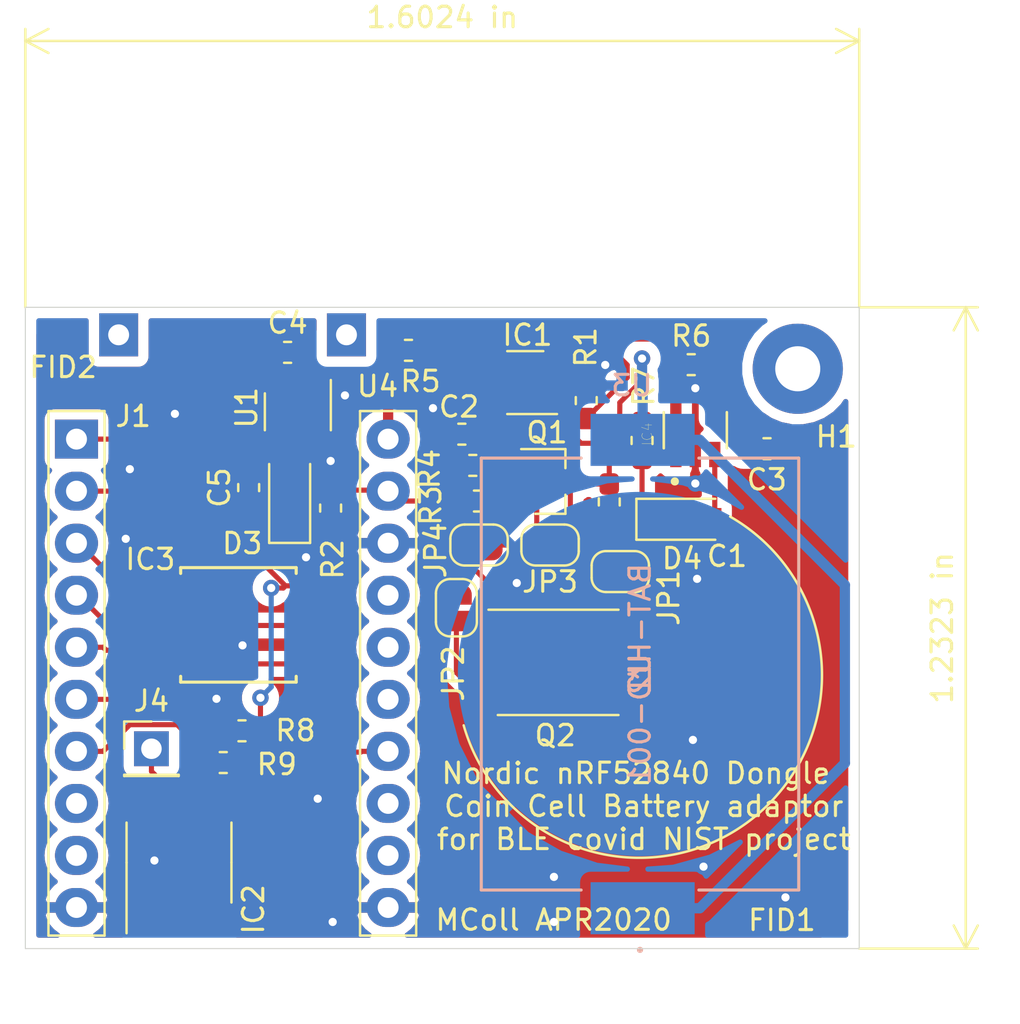
<source format=kicad_pcb>
(kicad_pcb (version 20171130) (host pcbnew "(5.1.5)-3")

  (general
    (thickness 1.6)
    (drawings 9)
    (tracks 270)
    (zones 0)
    (modules 35)
    (nets 41)
  )

  (page A4)
  (layers
    (0 F.Cu signal)
    (31 B.Cu signal)
    (32 B.Adhes user hide)
    (33 F.Adhes user)
    (34 B.Paste user hide)
    (35 F.Paste user)
    (36 B.SilkS user hide)
    (37 F.SilkS user)
    (38 B.Mask user hide)
    (39 F.Mask user)
    (40 Dwgs.User user)
    (41 Cmts.User user)
    (42 Eco1.User user)
    (43 Eco2.User user)
    (44 Edge.Cuts user)
    (45 Margin user)
    (46 B.CrtYd user hide)
    (47 F.CrtYd user)
    (48 B.Fab user hide)
    (49 F.Fab user hide)
  )

  (setup
    (last_trace_width 0.25)
    (trace_clearance 0.2)
    (zone_clearance 0.508)
    (zone_45_only no)
    (trace_min 0.2)
    (via_size 0.8)
    (via_drill 0.4)
    (via_min_size 0.4)
    (via_min_drill 0.3)
    (uvia_size 0.3)
    (uvia_drill 0.1)
    (uvias_allowed no)
    (uvia_min_size 0.2)
    (uvia_min_drill 0.1)
    (edge_width 0.05)
    (segment_width 0.2)
    (pcb_text_width 0.3)
    (pcb_text_size 1.5 1.5)
    (mod_edge_width 0.12)
    (mod_text_size 1 1)
    (mod_text_width 0.15)
    (pad_size 4.4 4.4)
    (pad_drill 2.2)
    (pad_to_mask_clearance 0.051)
    (solder_mask_min_width 0.25)
    (aux_axis_origin 0 0)
    (visible_elements 7FFFFFFF)
    (pcbplotparams
      (layerselection 0x010fc_ffffffff)
      (usegerberextensions false)
      (usegerberattributes false)
      (usegerberadvancedattributes false)
      (creategerberjobfile false)
      (excludeedgelayer true)
      (linewidth 0.100000)
      (plotframeref false)
      (viasonmask false)
      (mode 1)
      (useauxorigin false)
      (hpglpennumber 1)
      (hpglpenspeed 20)
      (hpglpendiameter 15.000000)
      (psnegative false)
      (psa4output false)
      (plotreference true)
      (plotvalue true)
      (plotinvisibletext false)
      (padsonsilk false)
      (subtractmaskfromsilk false)
      (outputformat 1)
      (mirror false)
      (drillshape 0)
      (scaleselection 1)
      (outputdirectory "gerbers/v1/"))
  )

  (net 0 "")
  (net 1 GND)
  (net 2 /3V)
  (net 3 "Net-(C3-Pad1)")
  (net 4 /5Vusb)
  (net 5 /VDD_3V)
  (net 6 "Net-(C5-Pad2)")
  (net 7 "Net-(U1-Pad4)")
  (net 8 /SDA)
  (net 9 /SCL)
  (net 10 /SCLK)
  (net 11 /SI)
  (net 12 /SO)
  (net 13 /CS)
  (net 14 /WP)
  (net 15 /RESET)
  (net 16 "Net-(IC1-Pad5)")
  (net 17 "Net-(IC1-Pad4)")
  (net 18 "Net-(IC2-Pad8)")
  (net 19 "Net-(IC2-Pad7)")
  (net 20 "Net-(IC2-Pad2)")
  (net 21 "Net-(IC2-Pad1)")
  (net 22 "Net-(IC4-Pad5)")
  (net 23 "Net-(IC4-Pad1)")
  (net 24 "Net-(J1-Pad17)")
  (net 25 "Net-(J1-Pad16)")
  (net 26 "Net-(J1-Pad15)")
  (net 27 "Net-(J1-Pad8)")
  (net 28 "Net-(J1-Pad13)")
  (net 29 "Net-(J1-Pad9)")
  (net 30 "Net-(J1-Pad12)")
  (net 31 "Net-(J1-Pad22)")
  (net 32 "Net-(J1-Pad21)")
  (net 33 "Net-(D3-Pad1)")
  (net 34 "Net-(D4-Pad2)")
  (net 35 "Net-(D4-Pad1)")
  (net 36 "Net-(IC1-Pad3)")
  (net 37 "Net-(JP3-Pad2)")
  (net 38 "Net-(JP1-Pad1)")
  (net 39 "Net-(JP2-Pad2)")
  (net 40 "Net-(JP4-Pad1)")

  (net_class Default "This is the default net class."
    (clearance 0.2)
    (trace_width 0.25)
    (via_dia 0.8)
    (via_drill 0.4)
    (uvia_dia 0.3)
    (uvia_drill 0.1)
    (add_net /3V)
    (add_net /5Vusb)
    (add_net /CS)
    (add_net /RESET)
    (add_net /SCL)
    (add_net /SCLK)
    (add_net /SDA)
    (add_net /SI)
    (add_net /SO)
    (add_net /VDD_3V)
    (add_net /WP)
    (add_net GND)
    (add_net "Net-(C3-Pad1)")
    (add_net "Net-(C5-Pad2)")
    (add_net "Net-(D3-Pad1)")
    (add_net "Net-(D4-Pad1)")
    (add_net "Net-(D4-Pad2)")
    (add_net "Net-(IC1-Pad3)")
    (add_net "Net-(IC1-Pad4)")
    (add_net "Net-(IC1-Pad5)")
    (add_net "Net-(IC2-Pad1)")
    (add_net "Net-(IC2-Pad2)")
    (add_net "Net-(IC2-Pad7)")
    (add_net "Net-(IC2-Pad8)")
    (add_net "Net-(IC4-Pad1)")
    (add_net "Net-(IC4-Pad5)")
    (add_net "Net-(J1-Pad12)")
    (add_net "Net-(J1-Pad13)")
    (add_net "Net-(J1-Pad15)")
    (add_net "Net-(J1-Pad16)")
    (add_net "Net-(J1-Pad17)")
    (add_net "Net-(J1-Pad21)")
    (add_net "Net-(J1-Pad22)")
    (add_net "Net-(J1-Pad8)")
    (add_net "Net-(J1-Pad9)")
    (add_net "Net-(JP1-Pad1)")
    (add_net "Net-(JP2-Pad2)")
    (add_net "Net-(JP3-Pad2)")
    (add_net "Net-(JP4-Pad1)")
    (add_net "Net-(U1-Pad4)")
  )

  (module 0my_footprints:ESD401DPYR (layer F.Cu) (tedit 0) (tstamp 5EA33B8B)
    (at 141.4907 76.5556 180)
    (path /5EA4E7E7)
    (fp_text reference U4 (at 0 0) (layer F.SilkS)
      (effects (font (size 1 1) (thickness 0.15)))
    )
    (fp_text value ESD401 (at 0 0) (layer F.SilkS) hide
      (effects (font (size 1 1) (thickness 0.15)))
    )
    (fp_line (start -0.550001 0.350002) (end -0.550001 -0.350002) (layer F.Fab) (width 0.1524))
    (fp_line (start -0.550001 0.350002) (end 0.550001 0.350002) (layer F.Fab) (width 0.1524))
    (fp_line (start 0.550001 0.350002) (end 0.550001 -0.350002) (layer F.Fab) (width 0.1524))
    (fp_line (start -0.550001 -0.350002) (end 0.550001 -0.350002) (layer F.Fab) (width 0.1524))
    (pad 1 smd rect (at -0.499999 0 180) (size 0.599999 0.499999) (layers F.Cu F.Paste F.Mask)
      (net 4 /5Vusb))
    (pad 2 smd rect (at 0.499999 0 180) (size 0.599999 0.499999) (layers F.Cu F.Paste F.Mask)
      (net 1 GND))
  )

  (module 0my_footprints:ESD401DPYR (layer B.Cu) (tedit 0) (tstamp 5EA33B7B)
    (at 153.903299 76.5175)
    (path /5EA48F38)
    (fp_text reference U3 (at 0 0) (layer B.SilkS)
      (effects (font (size 1 1) (thickness 0.15)) (justify mirror))
    )
    (fp_text value ESD401 (at 0 0) (layer B.SilkS) hide
      (effects (font (size 1 1) (thickness 0.15)) (justify mirror))
    )
    (fp_line (start -0.550001 -0.350002) (end -0.550001 0.350002) (layer B.Fab) (width 0.1524))
    (fp_line (start -0.550001 -0.350002) (end 0.550001 -0.350002) (layer B.Fab) (width 0.1524))
    (fp_line (start 0.550001 -0.350002) (end 0.550001 0.350002) (layer B.Fab) (width 0.1524))
    (fp_line (start -0.550001 0.350002) (end 0.550001 0.350002) (layer B.Fab) (width 0.1524))
    (pad 1 smd rect (at -0.499999 0) (size 0.599999 0.499999) (layers B.Cu B.Paste B.Mask)
      (net 1 GND))
    (pad 2 smd rect (at 0.499999 0) (size 0.599999 0.499999) (layers B.Cu B.Paste B.Mask)
      (net 2 /3V))
  )

  (module Capacitor_SMD:C_0603_1608Metric_Pad1.05x0.95mm_HandSolder (layer F.Cu) (tedit 5B301BBE) (tstamp 5E9CA104)
    (at 145.6055 78.8924 180)
    (descr "Capacitor SMD 0603 (1608 Metric), square (rectangular) end terminal, IPC_7351 nominal with elongated pad for handsoldering. (Body size source: http://www.tortai-tech.com/upload/download/2011102023233369053.pdf), generated with kicad-footprint-generator")
    (tags "capacitor handsolder")
    (path /5E9D2D00)
    (attr smd)
    (fp_text reference C2 (at 0.1397 1.3335) (layer F.SilkS)
      (effects (font (size 1 1) (thickness 0.15)))
    )
    (fp_text value 0.1uF (at 0 1.43) (layer F.Fab)
      (effects (font (size 1 1) (thickness 0.15)))
    )
    (fp_text user %R (at 0 0) (layer F.Fab)
      (effects (font (size 0.4 0.4) (thickness 0.06)))
    )
    (fp_line (start 1.65 0.73) (end -1.65 0.73) (layer F.CrtYd) (width 0.05))
    (fp_line (start 1.65 -0.73) (end 1.65 0.73) (layer F.CrtYd) (width 0.05))
    (fp_line (start -1.65 -0.73) (end 1.65 -0.73) (layer F.CrtYd) (width 0.05))
    (fp_line (start -1.65 0.73) (end -1.65 -0.73) (layer F.CrtYd) (width 0.05))
    (fp_line (start -0.171267 0.51) (end 0.171267 0.51) (layer F.SilkS) (width 0.12))
    (fp_line (start -0.171267 -0.51) (end 0.171267 -0.51) (layer F.SilkS) (width 0.12))
    (fp_line (start 0.8 0.4) (end -0.8 0.4) (layer F.Fab) (width 0.1))
    (fp_line (start 0.8 -0.4) (end 0.8 0.4) (layer F.Fab) (width 0.1))
    (fp_line (start -0.8 -0.4) (end 0.8 -0.4) (layer F.Fab) (width 0.1))
    (fp_line (start -0.8 0.4) (end -0.8 -0.4) (layer F.Fab) (width 0.1))
    (pad 2 smd roundrect (at 0.875 0 180) (size 1.05 0.95) (layers F.Cu F.Paste F.Mask) (roundrect_rratio 0.25)
      (net 1 GND))
    (pad 1 smd roundrect (at -0.875 0 180) (size 1.05 0.95) (layers F.Cu F.Paste F.Mask) (roundrect_rratio 0.25)
      (net 5 /VDD_3V))
    (model ${KISYS3DMOD}/Capacitor_SMD.3dshapes/C_0603_1608Metric.wrl
      (at (xyz 0 0 0))
      (scale (xyz 1 1 1))
      (rotate (xyz 0 0 0))
    )
  )

  (module Jumper:SolderJumper-2_P1.3mm_Open_RoundedPad1.0x1.5mm (layer F.Cu) (tedit 5B391E66) (tstamp 5EA0FC6E)
    (at 146.4437 84.3026)
    (descr "SMD Solder Jumper, 1x1.5mm, rounded Pads, 0.3mm gap, open")
    (tags "solder jumper open")
    (path /5EA4C3C0)
    (attr virtual)
    (fp_text reference JP4 (at -2.1209 0.254 90) (layer F.SilkS)
      (effects (font (size 1 1) (thickness 0.15)))
    )
    (fp_text value Jumper_2_Open (at 0 1.9) (layer F.Fab)
      (effects (font (size 1 1) (thickness 0.15)))
    )
    (fp_line (start 1.65 1.25) (end -1.65 1.25) (layer F.CrtYd) (width 0.05))
    (fp_line (start 1.65 1.25) (end 1.65 -1.25) (layer F.CrtYd) (width 0.05))
    (fp_line (start -1.65 -1.25) (end -1.65 1.25) (layer F.CrtYd) (width 0.05))
    (fp_line (start -1.65 -1.25) (end 1.65 -1.25) (layer F.CrtYd) (width 0.05))
    (fp_line (start -0.7 -1) (end 0.7 -1) (layer F.SilkS) (width 0.12))
    (fp_line (start 1.4 -0.3) (end 1.4 0.3) (layer F.SilkS) (width 0.12))
    (fp_line (start 0.7 1) (end -0.7 1) (layer F.SilkS) (width 0.12))
    (fp_line (start -1.4 0.3) (end -1.4 -0.3) (layer F.SilkS) (width 0.12))
    (fp_arc (start -0.7 -0.3) (end -0.7 -1) (angle -90) (layer F.SilkS) (width 0.12))
    (fp_arc (start -0.7 0.3) (end -1.4 0.3) (angle -90) (layer F.SilkS) (width 0.12))
    (fp_arc (start 0.7 0.3) (end 0.7 1) (angle -90) (layer F.SilkS) (width 0.12))
    (fp_arc (start 0.7 -0.3) (end 1.4 -0.3) (angle -90) (layer F.SilkS) (width 0.12))
    (pad 2 smd custom (at 0.65 0) (size 1 0.5) (layers F.Cu F.Mask)
      (net 37 "Net-(JP3-Pad2)") (zone_connect 2)
      (options (clearance outline) (anchor rect))
      (primitives
        (gr_circle (center 0 0.25) (end 0.5 0.25) (width 0))
        (gr_circle (center 0 -0.25) (end 0.5 -0.25) (width 0))
        (gr_poly (pts
           (xy 0 -0.75) (xy -0.5 -0.75) (xy -0.5 0.75) (xy 0 0.75)) (width 0))
      ))
    (pad 1 smd custom (at -0.65 0) (size 1 0.5) (layers F.Cu F.Mask)
      (net 40 "Net-(JP4-Pad1)") (zone_connect 2)
      (options (clearance outline) (anchor rect))
      (primitives
        (gr_circle (center 0 0.25) (end 0.5 0.25) (width 0))
        (gr_circle (center 0 -0.25) (end 0.5 -0.25) (width 0))
        (gr_poly (pts
           (xy 0 -0.75) (xy 0.5 -0.75) (xy 0.5 0.75) (xy 0 0.75)) (width 0))
      ))
  )

  (module Jumper:SolderJumper-2_P1.3mm_Open_RoundedPad1.0x1.5mm (layer F.Cu) (tedit 5B391E66) (tstamp 5EA0FC3A)
    (at 145.3388 87.3633 270)
    (descr "SMD Solder Jumper, 1x1.5mm, rounded Pads, 0.3mm gap, open")
    (tags "solder jumper open")
    (path /5EA1D258)
    (attr virtual)
    (fp_text reference JP2 (at 3.2131 0.1524 90) (layer F.SilkS)
      (effects (font (size 1 1) (thickness 0.15)))
    )
    (fp_text value Jumper_2_Open (at 0 1.9 90) (layer F.Fab)
      (effects (font (size 1 1) (thickness 0.15)))
    )
    (fp_line (start 1.65 1.25) (end -1.65 1.25) (layer F.CrtYd) (width 0.05))
    (fp_line (start 1.65 1.25) (end 1.65 -1.25) (layer F.CrtYd) (width 0.05))
    (fp_line (start -1.65 -1.25) (end -1.65 1.25) (layer F.CrtYd) (width 0.05))
    (fp_line (start -1.65 -1.25) (end 1.65 -1.25) (layer F.CrtYd) (width 0.05))
    (fp_line (start -0.7 -1) (end 0.7 -1) (layer F.SilkS) (width 0.12))
    (fp_line (start 1.4 -0.3) (end 1.4 0.3) (layer F.SilkS) (width 0.12))
    (fp_line (start 0.7 1) (end -0.7 1) (layer F.SilkS) (width 0.12))
    (fp_line (start -1.4 0.3) (end -1.4 -0.3) (layer F.SilkS) (width 0.12))
    (fp_arc (start -0.7 -0.3) (end -0.7 -1) (angle -90) (layer F.SilkS) (width 0.12))
    (fp_arc (start -0.7 0.3) (end -1.4 0.3) (angle -90) (layer F.SilkS) (width 0.12))
    (fp_arc (start 0.7 0.3) (end 0.7 1) (angle -90) (layer F.SilkS) (width 0.12))
    (fp_arc (start 0.7 -0.3) (end 1.4 -0.3) (angle -90) (layer F.SilkS) (width 0.12))
    (pad 2 smd custom (at 0.65 0 270) (size 1 0.5) (layers F.Cu F.Mask)
      (net 39 "Net-(JP2-Pad2)") (zone_connect 2)
      (options (clearance outline) (anchor rect))
      (primitives
        (gr_circle (center 0 0.25) (end 0.5 0.25) (width 0))
        (gr_circle (center 0 -0.25) (end 0.5 -0.25) (width 0))
        (gr_poly (pts
           (xy 0 -0.75) (xy -0.5 -0.75) (xy -0.5 0.75) (xy 0 0.75)) (width 0))
      ))
    (pad 1 smd custom (at -0.65 0 270) (size 1 0.5) (layers F.Cu F.Mask)
      (net 16 "Net-(IC1-Pad5)") (zone_connect 2)
      (options (clearance outline) (anchor rect))
      (primitives
        (gr_circle (center 0 0.25) (end 0.5 0.25) (width 0))
        (gr_circle (center 0 -0.25) (end 0.5 -0.25) (width 0))
        (gr_poly (pts
           (xy 0 -0.75) (xy 0.5 -0.75) (xy 0.5 0.75) (xy 0 0.75)) (width 0))
      ))
  )

  (module Jumper:SolderJumper-2_P1.3mm_Open_RoundedPad1.0x1.5mm (layer F.Cu) (tedit 5B391E66) (tstamp 5EA0FC28)
    (at 153.3398 85.598 180)
    (descr "SMD Solder Jumper, 1x1.5mm, rounded Pads, 0.3mm gap, open")
    (tags "solder jumper open")
    (path /5EA32B98)
    (attr virtual)
    (fp_text reference JP1 (at -2.3622 -1.2827 90) (layer F.SilkS)
      (effects (font (size 1 1) (thickness 0.15)))
    )
    (fp_text value Jumper_2_Open (at 0 1.9) (layer F.Fab)
      (effects (font (size 1 1) (thickness 0.15)))
    )
    (fp_line (start 1.65 1.25) (end -1.65 1.25) (layer F.CrtYd) (width 0.05))
    (fp_line (start 1.65 1.25) (end 1.65 -1.25) (layer F.CrtYd) (width 0.05))
    (fp_line (start -1.65 -1.25) (end -1.65 1.25) (layer F.CrtYd) (width 0.05))
    (fp_line (start -1.65 -1.25) (end 1.65 -1.25) (layer F.CrtYd) (width 0.05))
    (fp_line (start -0.7 -1) (end 0.7 -1) (layer F.SilkS) (width 0.12))
    (fp_line (start 1.4 -0.3) (end 1.4 0.3) (layer F.SilkS) (width 0.12))
    (fp_line (start 0.7 1) (end -0.7 1) (layer F.SilkS) (width 0.12))
    (fp_line (start -1.4 0.3) (end -1.4 -0.3) (layer F.SilkS) (width 0.12))
    (fp_arc (start -0.7 -0.3) (end -0.7 -1) (angle -90) (layer F.SilkS) (width 0.12))
    (fp_arc (start -0.7 0.3) (end -1.4 0.3) (angle -90) (layer F.SilkS) (width 0.12))
    (fp_arc (start 0.7 0.3) (end 0.7 1) (angle -90) (layer F.SilkS) (width 0.12))
    (fp_arc (start 0.7 -0.3) (end 1.4 -0.3) (angle -90) (layer F.SilkS) (width 0.12))
    (pad 2 smd custom (at 0.65 0 180) (size 1 0.5) (layers F.Cu F.Mask)
      (net 2 /3V) (zone_connect 2)
      (options (clearance outline) (anchor rect))
      (primitives
        (gr_circle (center 0 0.25) (end 0.5 0.25) (width 0))
        (gr_circle (center 0 -0.25) (end 0.5 -0.25) (width 0))
        (gr_poly (pts
           (xy 0 -0.75) (xy -0.5 -0.75) (xy -0.5 0.75) (xy 0 0.75)) (width 0))
      ))
    (pad 1 smd custom (at -0.65 0 180) (size 1 0.5) (layers F.Cu F.Mask)
      (net 38 "Net-(JP1-Pad1)") (zone_connect 2)
      (options (clearance outline) (anchor rect))
      (primitives
        (gr_circle (center 0 0.25) (end 0.5 0.25) (width 0))
        (gr_circle (center 0 -0.25) (end 0.5 -0.25) (width 0))
        (gr_poly (pts
           (xy 0 -0.75) (xy 0.5 -0.75) (xy 0.5 0.75) (xy 0 0.75)) (width 0))
      ))
  )

  (module Package_SO:PowerPAK_SO-8_Single (layer F.Cu) (tedit 5A02F2D3) (tstamp 5EA13687)
    (at 150.3045 90.0303)
    (descr "PowerPAK SO-8 Single (https://www.vishay.com/docs/71655/powerpak.pdf, https://www.vishay.com/docs/72599/72599.pdf)")
    (tags "PowerPAK SO-8 Single")
    (path /5EAE0222)
    (attr smd)
    (fp_text reference Q2 (at -0.1397 3.5687) (layer F.SilkS)
      (effects (font (size 1 1) (thickness 0.15)))
    )
    (fp_text value Si7463DP (at 0 3.5) (layer F.Fab)
      (effects (font (size 1 1) (thickness 0.15)))
    )
    (fp_line (start -2.945 2.57) (end 2.945 2.57) (layer F.SilkS) (width 0.12))
    (fp_line (start -3.4 -2.57) (end 2.945 -2.57) (layer F.SilkS) (width 0.12))
    (fp_line (start -3.55 2.75) (end 3.55 2.75) (layer F.CrtYd) (width 0.05))
    (fp_line (start -3.55 -2.75) (end 3.55 -2.75) (layer F.CrtYd) (width 0.05))
    (fp_line (start 3.55 -2.75) (end 3.55 2.75) (layer F.CrtYd) (width 0.05))
    (fp_line (start -3.55 -2.75) (end -3.55 2.75) (layer F.CrtYd) (width 0.05))
    (fp_text user %R (at 0 0) (layer F.Fab)
      (effects (font (size 1 1) (thickness 0.15)))
    )
    (fp_line (start -2.945 -2.45) (end 2.945 -2.45) (layer F.Fab) (width 0.1))
    (fp_line (start 2.945 -2.45) (end 2.945 2.45) (layer F.Fab) (width 0.1))
    (fp_line (start 2.945 2.45) (end -2.945 2.45) (layer F.Fab) (width 0.1))
    (fp_line (start -2.945 2.45) (end -2.945 -2.45) (layer F.Fab) (width 0.1))
    (pad 5 smd rect (at 0.69 0) (size 3.81 3.91) (layers F.Cu F.Paste F.Mask)
      (net 38 "Net-(JP1-Pad1)"))
    (pad 5 smd rect (at 2.795 -1.905) (size 1.02 0.61) (layers F.Cu F.Paste F.Mask)
      (net 38 "Net-(JP1-Pad1)"))
    (pad 5 smd rect (at 2.795 -0.635) (size 1.02 0.61) (layers F.Cu F.Paste F.Mask)
      (net 38 "Net-(JP1-Pad1)"))
    (pad 5 smd rect (at 2.795 0.635) (size 1.02 0.61) (layers F.Cu F.Paste F.Mask)
      (net 38 "Net-(JP1-Pad1)"))
    (pad 5 smd rect (at 2.795 1.905) (size 1.02 0.61) (layers F.Cu F.Paste F.Mask)
      (net 38 "Net-(JP1-Pad1)"))
    (pad 4 smd rect (at -2.67 1.905) (size 1.27 0.61) (layers F.Cu F.Paste F.Mask)
      (net 39 "Net-(JP2-Pad2)"))
    (pad 3 smd rect (at -2.67 0.635) (size 1.27 0.61) (layers F.Cu F.Paste F.Mask)
      (net 40 "Net-(JP4-Pad1)"))
    (pad 2 smd rect (at -2.67 -0.635) (size 1.27 0.61) (layers F.Cu F.Paste F.Mask)
      (net 40 "Net-(JP4-Pad1)"))
    (pad 1 smd rect (at -2.67 -1.905) (size 1.27 0.61) (layers F.Cu F.Paste F.Mask)
      (net 40 "Net-(JP4-Pad1)"))
    (model ${KISYS3DMOD}/Package_SO.3dshapes/PowerPAK_SO-8_Single.wrl
      (at (xyz 0 0 0))
      (scale (xyz 1 1 1))
      (rotate (xyz 0 0 0))
    )
  )

  (module 0my_footprints:Nordic_nRF52840_FeatherHeader (layer F.Cu) (tedit 5EA06932) (tstamp 5E9EFA9F)
    (at 126.7968 79.1337)
    (descr "32-bit microcontroller module with WiFi, https://www.adafruit.com/product/2471")
    (tags "ESP8266 WiFi microcontroller")
    (path /5EA6E901)
    (fp_text reference J1 (at 2.7686 -1.1176) (layer F.SilkS)
      (effects (font (size 1 1) (thickness 0.15)))
    )
    (fp_text value Nordic_nRF52840_breakout (at -2.75 12 90) (layer F.Fab)
      (effects (font (size 1 1) (thickness 0.15)))
    )
    (fp_text user "BLE ANTENNA" (at 7.3 25.08) (layer Cmts.User)
      (effects (font (size 1 1) (thickness 0.15)))
    )
    (fp_line (start 2.33 28.16) (end 2.33 25.92) (layer Dwgs.User) (width 0.12))
    (fp_line (start 4.14 28.16) (end 2.33 28.16) (layer Dwgs.User) (width 0.12))
    (fp_line (start 4.14 26) (end 4.14 28.16) (layer Dwgs.User) (width 0.12))
    (fp_line (start 5.99 26) (end 4.14 26) (layer Dwgs.User) (width 0.12))
    (fp_line (start 5.99 28.14) (end 5.99 26) (layer Dwgs.User) (width 0.12))
    (fp_line (start 7.72 28.14) (end 5.99 28.14) (layer Dwgs.User) (width 0.12))
    (fp_line (start 7.72 25.98) (end 7.72 28.14) (layer Dwgs.User) (width 0.12))
    (fp_line (start 9.6 25.98) (end 7.72 25.98) (layer Dwgs.User) (width 0.12))
    (fp_line (start 9.6 28.14) (end 9.6 25.98) (layer Dwgs.User) (width 0.12))
    (fp_line (start 11.48 28.14) (end 9.6 28.14) (layer Dwgs.User) (width 0.12))
    (fp_line (start 11.48 22.35) (end 11.48 28.14) (layer Dwgs.User) (width 0.12))
    (fp_line (start 13.64 -17.5) (end 1.6 -17.5) (layer Dwgs.User) (width 0.12))
    (fp_line (start 13.64 -3.1) (end 13.64 -17.5) (layer Dwgs.User) (width 0.12))
    (fp_line (start 1.6 -3.1) (end 1.6 -17.5) (layer Dwgs.User) (width 0.12))
    (fp_line (start 15.24 -1.5) (end 13.64 -3.1) (layer Dwgs.User) (width 0.12))
    (fp_line (start 0 -1.5) (end 1.6 -3.1) (layer Dwgs.User) (width 0.12))
    (fp_line (start 15.24 28.5) (end 0 28.5) (layer Dwgs.User) (width 0.12))
    (fp_line (start 15.24 -1.5) (end 15.24 28.5) (layer Dwgs.User) (width 0.12))
    (fp_line (start 0 -1.5) (end 0 28.5) (layer Dwgs.User) (width 0.12))
    (fp_line (start 13.39 -1.75) (end 13.39 24.5) (layer F.CrtYd) (width 0.12))
    (fp_line (start 16.89 -1.75) (end 13.39 -1.75) (layer F.CrtYd) (width 0.12))
    (fp_line (start 16.89 24.5) (end 16.89 -1.75) (layer F.CrtYd) (width 0.12))
    (fp_line (start 13.39 24.5) (end 16.89 24.5) (layer F.CrtYd) (width 0.12))
    (fp_line (start -1.75 -1.75) (end -1.75 24.5) (layer F.CrtYd) (width 0.12))
    (fp_line (start 1.75 -1.75) (end -1.75 -1.75) (layer F.CrtYd) (width 0.12))
    (fp_line (start 1.75 24.5) (end 1.75 -1.75) (layer F.CrtYd) (width 0.12))
    (fp_line (start -1.75 24.5) (end 1.75 24.5) (layer F.CrtYd) (width 0.12))
    (fp_line (start -1.37 -1.37) (end -1.37 24.23) (layer F.SilkS) (width 0.12))
    (fp_line (start -1.37 24.23) (end 1.37 24.23) (layer F.SilkS) (width 0.12))
    (fp_line (start 1.37 24.23) (end 1.37 -1.37) (layer F.SilkS) (width 0.12))
    (fp_line (start 1.37 -1.37) (end -1.37 -1.37) (layer F.SilkS) (width 0.12))
    (fp_line (start 13.84 -1.37) (end 13.84 24.23) (layer F.SilkS) (width 0.12))
    (fp_line (start 13.84 24.23) (end 16.58 24.23) (layer F.SilkS) (width 0.12))
    (fp_line (start 16.58 24.23) (end 16.58 -1.37) (layer F.SilkS) (width 0.12))
    (fp_line (start 16.58 -1.37) (end 13.84 -1.37) (layer F.SilkS) (width 0.12))
    (fp_text user %R (at -0.25 -2.25) (layer F.Fab)
      (effects (font (size 1 1) (thickness 0.15)))
    )
    (pad 22 thru_hole rect (at 13.177 -5.09 90) (size 2.1 1.9) (drill 1.02) (layers *.Cu *.Mask)
      (net 31 "Net-(J1-Pad22)"))
    (pad 21 thru_hole rect (at 2.057 -5.09 270) (size 2.1 1.9) (drill 1.02) (layers *.Cu *.Mask)
      (net 32 "Net-(J1-Pad21)"))
    (pad 1 thru_hole rect (at 0 0) (size 2.1 1.9) (drill 1.02) (layers *.Cu *.Mask)
      (net 13 /CS))
    (pad 20 thru_hole oval (at 15.21 0) (size 2.1 1.9) (drill 1.02) (layers *.Cu *.Mask)
      (net 4 /5Vusb))
    (pad 2 thru_hole oval (at 0 2.54) (size 2.1 1.9) (drill 1.02) (layers *.Cu *.Mask)
      (net 12 /SO))
    (pad 19 thru_hole oval (at 15.21 2.54) (size 2.1 1.9) (drill 1.02) (layers *.Cu *.Mask)
      (net 5 /VDD_3V))
    (pad 3 thru_hole oval (at 0 5.08) (size 2.1 1.9) (drill 1.02) (layers *.Cu *.Mask)
      (net 10 /SCLK))
    (pad 18 thru_hole oval (at 15.21 5.08) (size 2.1 1.9) (drill 1.02) (layers *.Cu *.Mask)
      (net 1 GND))
    (pad 4 thru_hole oval (at 0 7.62) (size 2.1 1.9) (drill 1.02) (layers *.Cu *.Mask)
      (net 14 /WP))
    (pad 17 thru_hole oval (at 15.21 7.62) (size 2.1 1.9) (drill 1.02) (layers *.Cu *.Mask)
      (net 24 "Net-(J1-Pad17)"))
    (pad 5 thru_hole oval (at 0 10.16) (size 2.1 1.9) (drill 1.02) (layers *.Cu *.Mask)
      (net 11 /SI))
    (pad 16 thru_hole oval (at 15.21 10.16) (size 2.1 1.9) (drill 1.02) (layers *.Cu *.Mask)
      (net 25 "Net-(J1-Pad16)"))
    (pad 6 thru_hole oval (at 0 12.7) (size 2.1 1.9) (drill 1.02) (layers *.Cu *.Mask)
      (net 8 /SDA))
    (pad 15 thru_hole oval (at 15.21 12.7) (size 2.1 1.9) (drill 1.02) (layers *.Cu *.Mask)
      (net 26 "Net-(J1-Pad15)"))
    (pad 7 thru_hole oval (at 0 15.24) (size 2.1 1.9) (drill 1.02) (layers *.Cu *.Mask)
      (net 9 /SCL))
    (pad 14 thru_hole oval (at 15.21 15.24) (size 2.1 1.9) (drill 1.02) (layers *.Cu *.Mask)
      (net 15 /RESET))
    (pad 8 thru_hole oval (at 0 17.78) (size 2.1 1.9) (drill 1.02) (layers *.Cu *.Mask)
      (net 27 "Net-(J1-Pad8)"))
    (pad 13 thru_hole oval (at 15.21 17.78) (size 2.1 1.9) (drill 1.02) (layers *.Cu *.Mask)
      (net 28 "Net-(J1-Pad13)"))
    (pad 9 thru_hole oval (at 0 20.32) (size 2.1 1.9) (drill 1.02) (layers *.Cu *.Mask)
      (net 29 "Net-(J1-Pad9)"))
    (pad 12 thru_hole oval (at 15.21 20.32) (size 2.1 1.9) (drill 1.02) (layers *.Cu *.Mask)
      (net 30 "Net-(J1-Pad12)"))
    (pad 10 thru_hole oval (at 0 22.86) (size 2.1 1.9) (drill 1.02) (layers *.Cu *.Mask)
      (net 1 GND))
    (pad 11 thru_hole oval (at 15.21 22.86) (size 2.1 1.9) (drill 1.02) (layers *.Cu *.Mask)
      (net 1 GND))
    (model ${KISYS3DMOD}/Module.3dshapes/Adafruit_HUZZAH_ESP8266_breakout.wrl
      (at (xyz 0 0 0))
      (scale (xyz 1 1 1))
      (rotate (xyz 0 0 0))
    )
  )

  (module 0my_footprints:MX25R6435FM2IL0 (layer F.Cu) (tedit 5EA0AA01) (tstamp 5EA09D61)
    (at 134.7 88.2)
    (path /5E9F9A1A)
    (fp_text reference IC3 (at -4.3 -3.2) (layer F.SilkS)
      (effects (font (size 1 1) (thickness 0.15)))
    )
    (fp_text value MX25R6435FM2IL0 (at 0 0) (layer F.SilkS) hide
      (effects (font (size 1 1) (thickness 0.15)))
    )
    (fp_arc (start 0 -2.667) (end 0.3048 -2.667) (angle 180) (layer F.Fab) (width 0.1524))
    (fp_line (start -2.9464 2.4384) (end -4.6609 2.4384) (layer F.CrtYd) (width 0.1524))
    (fp_line (start -2.9464 2.921) (end -2.9464 2.4384) (layer F.CrtYd) (width 0.1524))
    (fp_line (start 2.9464 2.921) (end -2.9464 2.921) (layer F.CrtYd) (width 0.1524))
    (fp_line (start 2.9464 2.4384) (end 2.9464 2.921) (layer F.CrtYd) (width 0.1524))
    (fp_line (start 4.6609 2.4384) (end 2.9464 2.4384) (layer F.CrtYd) (width 0.1524))
    (fp_line (start 4.6609 -2.4384) (end 4.6609 2.4384) (layer F.CrtYd) (width 0.1524))
    (fp_line (start 2.9464 -2.4384) (end 4.6609 -2.4384) (layer F.CrtYd) (width 0.1524))
    (fp_line (start 2.9464 -2.921) (end 2.9464 -2.4384) (layer F.CrtYd) (width 0.1524))
    (fp_line (start -2.9464 -2.921) (end 2.9464 -2.921) (layer F.CrtYd) (width 0.1524))
    (fp_line (start -2.9464 -2.4384) (end -2.9464 -2.921) (layer F.CrtYd) (width 0.1524))
    (fp_line (start -4.6609 -2.4384) (end -2.9464 -2.4384) (layer F.CrtYd) (width 0.1524))
    (fp_line (start -4.6609 2.4384) (end -4.6609 -2.4384) (layer F.CrtYd) (width 0.1524))
    (fp_line (start 2.8194 -2.511025) (end 2.8194 -2.794) (layer F.SilkS) (width 0.1524))
    (fp_line (start -2.8194 2.511025) (end -2.8194 2.794) (layer F.SilkS) (width 0.1524))
    (fp_line (start -2.6924 -2.667) (end -2.6924 2.667) (layer F.Fab) (width 0.1524))
    (fp_line (start 2.6924 -2.667) (end -2.6924 -2.667) (layer F.Fab) (width 0.1524))
    (fp_line (start 2.6924 2.667) (end 2.6924 -2.667) (layer F.Fab) (width 0.1524))
    (fp_line (start -2.6924 2.667) (end 2.6924 2.667) (layer F.Fab) (width 0.1524))
    (fp_line (start -2.8194 -2.794) (end -2.8194 -2.511025) (layer F.SilkS) (width 0.1524))
    (fp_line (start 2.8194 -2.794) (end -2.8194 -2.794) (layer F.SilkS) (width 0.1524))
    (fp_line (start 2.8194 2.794) (end 2.8194 2.511025) (layer F.SilkS) (width 0.1524))
    (fp_line (start -2.8194 2.794) (end 2.8194 2.794) (layer F.SilkS) (width 0.1524))
    (fp_line (start 4.0513 -2.159) (end 2.6924 -2.159) (layer F.Fab) (width 0.1524))
    (fp_line (start 4.0513 -1.651) (end 4.0513 -2.159) (layer F.Fab) (width 0.1524))
    (fp_line (start 2.6924 -1.651) (end 4.0513 -1.651) (layer F.Fab) (width 0.1524))
    (fp_line (start 2.6924 -2.159) (end 2.6924 -1.651) (layer F.Fab) (width 0.1524))
    (fp_line (start 4.0513 -0.889) (end 2.6924 -0.889) (layer F.Fab) (width 0.1524))
    (fp_line (start 4.0513 -0.381) (end 4.0513 -0.889) (layer F.Fab) (width 0.1524))
    (fp_line (start 2.6924 -0.381) (end 4.0513 -0.381) (layer F.Fab) (width 0.1524))
    (fp_line (start 2.6924 -0.889) (end 2.6924 -0.381) (layer F.Fab) (width 0.1524))
    (fp_line (start 4.0513 0.381) (end 2.6924 0.381) (layer F.Fab) (width 0.1524))
    (fp_line (start 4.0513 0.889) (end 4.0513 0.381) (layer F.Fab) (width 0.1524))
    (fp_line (start 2.6924 0.889) (end 4.0513 0.889) (layer F.Fab) (width 0.1524))
    (fp_line (start 2.6924 0.381) (end 2.6924 0.889) (layer F.Fab) (width 0.1524))
    (fp_line (start 4.0513 1.651) (end 2.6924 1.651) (layer F.Fab) (width 0.1524))
    (fp_line (start 4.0513 2.159) (end 4.0513 1.651) (layer F.Fab) (width 0.1524))
    (fp_line (start 2.6924 2.159) (end 4.0513 2.159) (layer F.Fab) (width 0.1524))
    (fp_line (start 2.6924 1.651) (end 2.6924 2.159) (layer F.Fab) (width 0.1524))
    (fp_line (start -4.0513 2.159) (end -2.6924 2.159) (layer F.Fab) (width 0.1524))
    (fp_line (start -4.0513 1.651) (end -4.0513 2.159) (layer F.Fab) (width 0.1524))
    (fp_line (start -2.6924 1.651) (end -4.0513 1.651) (layer F.Fab) (width 0.1524))
    (fp_line (start -2.6924 2.159) (end -2.6924 1.651) (layer F.Fab) (width 0.1524))
    (fp_line (start -4.0513 0.889) (end -2.6924 0.889) (layer F.Fab) (width 0.1524))
    (fp_line (start -4.0513 0.381) (end -4.0513 0.889) (layer F.Fab) (width 0.1524))
    (fp_line (start -2.6924 0.381) (end -4.0513 0.381) (layer F.Fab) (width 0.1524))
    (fp_line (start -2.6924 0.889) (end -2.6924 0.381) (layer F.Fab) (width 0.1524))
    (fp_line (start -4.0513 -0.381) (end -2.6924 -0.381) (layer F.Fab) (width 0.1524))
    (fp_line (start -4.0513 -0.889) (end -4.0513 -0.381) (layer F.Fab) (width 0.1524))
    (fp_line (start -2.6924 -0.889) (end -4.0513 -0.889) (layer F.Fab) (width 0.1524))
    (fp_line (start -2.6924 -0.381) (end -2.6924 -0.889) (layer F.Fab) (width 0.1524))
    (fp_line (start -4.0513 -1.651) (end -2.6924 -1.651) (layer F.Fab) (width 0.1524))
    (fp_line (start -4.0513 -2.159) (end -4.0513 -1.651) (layer F.Fab) (width 0.1524))
    (fp_line (start -2.6924 -2.159) (end -4.0513 -2.159) (layer F.Fab) (width 0.1524))
    (fp_line (start -2.6924 -1.651) (end -2.6924 -2.159) (layer F.Fab) (width 0.1524))
    (fp_text user * (at -2.3114 -2.5908) (layer F.Fab) hide
      (effects (font (size 1 1) (thickness 0.15)))
    )
    (fp_text user * (at -3.8989 -3.6068) (layer F.SilkS) hide
      (effects (font (size 1 1) (thickness 0.15)))
    )
    (fp_text user * (at -2.3114 -2.5908) (layer F.Fab) hide
      (effects (font (size 1 1) (thickness 0.15)))
    )
    (fp_text user * (at -3.8989 -3.6068) (layer F.SilkS) hide
      (effects (font (size 1 1) (thickness 0.15)))
    )
    (fp_text user "Copyright 2016 Accelerated Designs. All rights reserved." (at 0 0) (layer Cmts.User) hide
      (effects (font (size 0.127 0.127) (thickness 0.002)))
    )
    (pad 8 smd rect (at 3.6449 -1.905) (size 1.524 0.5588) (layers F.Cu F.Paste F.Mask)
      (net 5 /VDD_3V))
    (pad 7 smd rect (at 3.6449 -0.635) (size 1.524 0.5588) (layers F.Cu F.Paste F.Mask)
      (net 15 /RESET))
    (pad 6 smd rect (at 3.6449 0.635) (size 1.524 0.5588) (layers F.Cu F.Paste F.Mask)
      (net 10 /SCLK))
    (pad 5 smd rect (at 3.6449 1.905) (size 1.524 0.5588) (layers F.Cu F.Paste F.Mask)
      (net 11 /SI))
    (pad 4 smd rect (at -3.6449 1.905) (size 1.524 0.5588) (layers F.Cu F.Paste F.Mask)
      (net 1 GND))
    (pad 3 smd rect (at -3.6449 0.635) (size 1.524 0.5588) (layers F.Cu F.Paste F.Mask)
      (net 14 /WP))
    (pad 2 smd rect (at -3.6449 -0.635) (size 1.524 0.5588) (layers F.Cu F.Paste F.Mask)
      (net 12 /SO))
    (pad 1 smd rect (at -3.6449 -1.905) (size 1.524 0.5588) (layers F.Cu F.Paste F.Mask)
      (net 13 /CS))
  )

  (module Jumper:SolderJumper-2_P1.3mm_Open_RoundedPad1.0x1.5mm (layer F.Cu) (tedit 5B391E66) (tstamp 5EA0DB93)
    (at 149.9108 84.3026 180)
    (descr "SMD Solder Jumper, 1x1.5mm, rounded Pads, 0.3mm gap, open")
    (tags "solder jumper open")
    (path /5EA10100)
    (attr virtual)
    (fp_text reference JP3 (at 0 -1.8) (layer F.SilkS)
      (effects (font (size 1 1) (thickness 0.15)))
    )
    (fp_text value Jumper_2_Open (at 0 1.9) (layer F.Fab)
      (effects (font (size 1 1) (thickness 0.15)))
    )
    (fp_line (start 1.65 1.25) (end -1.65 1.25) (layer F.CrtYd) (width 0.05))
    (fp_line (start 1.65 1.25) (end 1.65 -1.25) (layer F.CrtYd) (width 0.05))
    (fp_line (start -1.65 -1.25) (end -1.65 1.25) (layer F.CrtYd) (width 0.05))
    (fp_line (start -1.65 -1.25) (end 1.65 -1.25) (layer F.CrtYd) (width 0.05))
    (fp_line (start -0.7 -1) (end 0.7 -1) (layer F.SilkS) (width 0.12))
    (fp_line (start 1.4 -0.3) (end 1.4 0.3) (layer F.SilkS) (width 0.12))
    (fp_line (start 0.7 1) (end -0.7 1) (layer F.SilkS) (width 0.12))
    (fp_line (start -1.4 0.3) (end -1.4 -0.3) (layer F.SilkS) (width 0.12))
    (fp_arc (start -0.7 -0.3) (end -0.7 -1) (angle -90) (layer F.SilkS) (width 0.12))
    (fp_arc (start -0.7 0.3) (end -1.4 0.3) (angle -90) (layer F.SilkS) (width 0.12))
    (fp_arc (start 0.7 0.3) (end 0.7 1) (angle -90) (layer F.SilkS) (width 0.12))
    (fp_arc (start 0.7 -0.3) (end 1.4 -0.3) (angle -90) (layer F.SilkS) (width 0.12))
    (pad 2 smd custom (at 0.65 0 180) (size 1 0.5) (layers F.Cu F.Mask)
      (net 37 "Net-(JP3-Pad2)") (zone_connect 2)
      (options (clearance outline) (anchor rect))
      (primitives
        (gr_circle (center 0 0.25) (end 0.5 0.25) (width 0))
        (gr_circle (center 0 -0.25) (end 0.5 -0.25) (width 0))
        (gr_poly (pts
           (xy 0 -0.75) (xy -0.5 -0.75) (xy -0.5 0.75) (xy 0 0.75)) (width 0))
      ))
    (pad 1 smd custom (at -0.65 0 180) (size 1 0.5) (layers F.Cu F.Mask)
      (net 2 /3V) (zone_connect 2)
      (options (clearance outline) (anchor rect))
      (primitives
        (gr_circle (center 0 0.25) (end 0.5 0.25) (width 0))
        (gr_circle (center 0 -0.25) (end 0.5 -0.25) (width 0))
        (gr_poly (pts
           (xy 0 -0.75) (xy 0.5 -0.75) (xy 0.5 0.75) (xy 0 0.75)) (width 0))
      ))
  )

  (module Connector_PinHeader_2.54mm:PinHeader_1x01_P2.54mm_Vertical (layer F.Cu) (tedit 59FED5CC) (tstamp 5EA0DB6F)
    (at 130.4544 94.2467)
    (descr "Through hole straight pin header, 1x01, 2.54mm pitch, single row")
    (tags "Through hole pin header THT 1x01 2.54mm single row")
    (path /5EA8C546)
    (fp_text reference J4 (at 0 -2.33) (layer F.SilkS)
      (effects (font (size 1 1) (thickness 0.15)))
    )
    (fp_text value Conn_01x01_Female (at 0 2.33) (layer F.Fab)
      (effects (font (size 1 1) (thickness 0.15)))
    )
    (fp_text user %R (at 0 0 90) (layer F.Fab)
      (effects (font (size 1 1) (thickness 0.15)))
    )
    (fp_line (start 1.8 -1.8) (end -1.8 -1.8) (layer F.CrtYd) (width 0.05))
    (fp_line (start 1.8 1.8) (end 1.8 -1.8) (layer F.CrtYd) (width 0.05))
    (fp_line (start -1.8 1.8) (end 1.8 1.8) (layer F.CrtYd) (width 0.05))
    (fp_line (start -1.8 -1.8) (end -1.8 1.8) (layer F.CrtYd) (width 0.05))
    (fp_line (start -1.33 -1.33) (end 0 -1.33) (layer F.SilkS) (width 0.12))
    (fp_line (start -1.33 0) (end -1.33 -1.33) (layer F.SilkS) (width 0.12))
    (fp_line (start -1.33 1.27) (end 1.33 1.27) (layer F.SilkS) (width 0.12))
    (fp_line (start 1.33 1.27) (end 1.33 1.33) (layer F.SilkS) (width 0.12))
    (fp_line (start -1.33 1.27) (end -1.33 1.33) (layer F.SilkS) (width 0.12))
    (fp_line (start -1.33 1.33) (end 1.33 1.33) (layer F.SilkS) (width 0.12))
    (fp_line (start -1.27 -0.635) (end -0.635 -1.27) (layer F.Fab) (width 0.1))
    (fp_line (start -1.27 1.27) (end -1.27 -0.635) (layer F.Fab) (width 0.1))
    (fp_line (start 1.27 1.27) (end -1.27 1.27) (layer F.Fab) (width 0.1))
    (fp_line (start 1.27 -1.27) (end 1.27 1.27) (layer F.Fab) (width 0.1))
    (fp_line (start -0.635 -1.27) (end 1.27 -1.27) (layer F.Fab) (width 0.1))
    (pad 1 thru_hole rect (at 0 0) (size 1.7 1.7) (drill 1) (layers *.Cu *.Mask)
      (net 19 "Net-(IC2-Pad7)"))
    (model ${KISYS3DMOD}/Connector_PinHeader_2.54mm.3dshapes/PinHeader_1x01_P2.54mm_Vertical.wrl
      (at (xyz 0 0 0))
      (scale (xyz 1 1 1))
      (rotate (xyz 0 0 0))
    )
  )

  (module Diode_SMD:D_SOD-123F (layer F.Cu) (tedit 587F7769) (tstamp 5EA0D966)
    (at 156.3243 83.0453)
    (descr D_SOD-123F)
    (tags D_SOD-123F)
    (path /5EA54A0B)
    (attr smd)
    (fp_text reference D4 (at 0.0254 1.9177) (layer F.SilkS)
      (effects (font (size 1 1) (thickness 0.15)))
    )
    (fp_text value D_Schottky (at 0 2.1) (layer F.Fab)
      (effects (font (size 1 1) (thickness 0.15)))
    )
    (fp_line (start -2.2 -1) (end 1.65 -1) (layer F.SilkS) (width 0.12))
    (fp_line (start -2.2 1) (end 1.65 1) (layer F.SilkS) (width 0.12))
    (fp_line (start -2.2 -1.15) (end -2.2 1.15) (layer F.CrtYd) (width 0.05))
    (fp_line (start 2.2 1.15) (end -2.2 1.15) (layer F.CrtYd) (width 0.05))
    (fp_line (start 2.2 -1.15) (end 2.2 1.15) (layer F.CrtYd) (width 0.05))
    (fp_line (start -2.2 -1.15) (end 2.2 -1.15) (layer F.CrtYd) (width 0.05))
    (fp_line (start -1.4 -0.9) (end 1.4 -0.9) (layer F.Fab) (width 0.1))
    (fp_line (start 1.4 -0.9) (end 1.4 0.9) (layer F.Fab) (width 0.1))
    (fp_line (start 1.4 0.9) (end -1.4 0.9) (layer F.Fab) (width 0.1))
    (fp_line (start -1.4 0.9) (end -1.4 -0.9) (layer F.Fab) (width 0.1))
    (fp_line (start -0.75 0) (end -0.35 0) (layer F.Fab) (width 0.1))
    (fp_line (start -0.35 0) (end -0.35 -0.55) (layer F.Fab) (width 0.1))
    (fp_line (start -0.35 0) (end -0.35 0.55) (layer F.Fab) (width 0.1))
    (fp_line (start -0.35 0) (end 0.25 -0.4) (layer F.Fab) (width 0.1))
    (fp_line (start 0.25 -0.4) (end 0.25 0.4) (layer F.Fab) (width 0.1))
    (fp_line (start 0.25 0.4) (end -0.35 0) (layer F.Fab) (width 0.1))
    (fp_line (start 0.25 0) (end 0.75 0) (layer F.Fab) (width 0.1))
    (fp_line (start -2.2 -1) (end -2.2 1) (layer F.SilkS) (width 0.12))
    (fp_text user %R (at -0.127 -1.905) (layer F.Fab)
      (effects (font (size 1 1) (thickness 0.15)))
    )
    (pad 2 smd rect (at 1.4 0) (size 1.1 1.1) (layers F.Cu F.Paste F.Mask)
      (net 34 "Net-(D4-Pad2)"))
    (pad 1 smd rect (at -1.4 0) (size 1.1 1.1) (layers F.Cu F.Paste F.Mask)
      (net 35 "Net-(D4-Pad1)"))
    (model ${KISYS3DMOD}/Diode_SMD.3dshapes/D_SOD-123F.wrl
      (at (xyz 0 0 0))
      (scale (xyz 1 1 1))
      (rotate (xyz 0 0 0))
    )
  )

  (module Resistor_SMD:R_0603_1608Metric_Pad1.05x0.95mm_HandSolder (layer F.Cu) (tedit 5B301BBD) (tstamp 5E9CA1DD)
    (at 151.6761 77.2541 90)
    (descr "Resistor SMD 0603 (1608 Metric), square (rectangular) end terminal, IPC_7351 nominal with elongated pad for handsoldering. (Body size source: http://www.tortai-tech.com/upload/download/2011102023233369053.pdf), generated with kicad-footprint-generator")
    (tags "resistor handsolder")
    (path /5E9FCC69)
    (attr smd)
    (fp_text reference R1 (at 2.6035 -0.0254 90) (layer F.SilkS)
      (effects (font (size 1 1) (thickness 0.15)))
    )
    (fp_text value 0 (at 0 1.43 90) (layer F.Fab)
      (effects (font (size 1 1) (thickness 0.15)))
    )
    (fp_text user %R (at 0 0 90) (layer F.Fab)
      (effects (font (size 0.4 0.4) (thickness 0.06)))
    )
    (fp_line (start 1.65 0.73) (end -1.65 0.73) (layer F.CrtYd) (width 0.05))
    (fp_line (start 1.65 -0.73) (end 1.65 0.73) (layer F.CrtYd) (width 0.05))
    (fp_line (start -1.65 -0.73) (end 1.65 -0.73) (layer F.CrtYd) (width 0.05))
    (fp_line (start -1.65 0.73) (end -1.65 -0.73) (layer F.CrtYd) (width 0.05))
    (fp_line (start -0.171267 0.51) (end 0.171267 0.51) (layer F.SilkS) (width 0.12))
    (fp_line (start -0.171267 -0.51) (end 0.171267 -0.51) (layer F.SilkS) (width 0.12))
    (fp_line (start 0.8 0.4) (end -0.8 0.4) (layer F.Fab) (width 0.1))
    (fp_line (start 0.8 -0.4) (end 0.8 0.4) (layer F.Fab) (width 0.1))
    (fp_line (start -0.8 -0.4) (end 0.8 -0.4) (layer F.Fab) (width 0.1))
    (fp_line (start -0.8 0.4) (end -0.8 -0.4) (layer F.Fab) (width 0.1))
    (pad 2 smd roundrect (at 0.875 0 90) (size 1.05 0.95) (layers F.Cu F.Paste F.Mask) (roundrect_rratio 0.25)
      (net 1 GND))
    (pad 1 smd roundrect (at -0.875 0 90) (size 1.05 0.95) (layers F.Cu F.Paste F.Mask) (roundrect_rratio 0.25)
      (net 36 "Net-(IC1-Pad3)"))
    (model ${KISYS3DMOD}/Resistor_SMD.3dshapes/R_0603_1608Metric.wrl
      (at (xyz 0 0 0))
      (scale (xyz 1 1 1))
      (rotate (xyz 0 0 0))
    )
  )

  (module Resistor_SMD:R_0603_1608Metric_Pad1.05x0.95mm_HandSolder (layer F.Cu) (tedit 5B301BBD) (tstamp 5E9CA232)
    (at 156.8 75.5)
    (descr "Resistor SMD 0603 (1608 Metric), square (rectangular) end terminal, IPC_7351 nominal with elongated pad for handsoldering. (Body size source: http://www.tortai-tech.com/upload/download/2011102023233369053.pdf), generated with kicad-footprint-generator")
    (tags "resistor handsolder")
    (path /5EA04301)
    (attr smd)
    (fp_text reference R6 (at 0 -1.4) (layer F.SilkS)
      (effects (font (size 1 1) (thickness 0.15)))
    )
    (fp_text value 1.69K (at 0.1 2.1) (layer F.Fab)
      (effects (font (size 1 1) (thickness 0.15)))
    )
    (fp_text user %R (at 0 0 180) (layer F.Fab)
      (effects (font (size 0.4 0.4) (thickness 0.06)))
    )
    (fp_line (start 1.65 0.73) (end -1.65 0.73) (layer F.CrtYd) (width 0.05))
    (fp_line (start 1.65 -0.73) (end 1.65 0.73) (layer F.CrtYd) (width 0.05))
    (fp_line (start -1.65 -0.73) (end 1.65 -0.73) (layer F.CrtYd) (width 0.05))
    (fp_line (start -1.65 0.73) (end -1.65 -0.73) (layer F.CrtYd) (width 0.05))
    (fp_line (start -0.171267 0.51) (end 0.171267 0.51) (layer F.SilkS) (width 0.12))
    (fp_line (start -0.171267 -0.51) (end 0.171267 -0.51) (layer F.SilkS) (width 0.12))
    (fp_line (start 0.8 0.4) (end -0.8 0.4) (layer F.Fab) (width 0.1))
    (fp_line (start 0.8 -0.4) (end 0.8 0.4) (layer F.Fab) (width 0.1))
    (fp_line (start -0.8 -0.4) (end 0.8 -0.4) (layer F.Fab) (width 0.1))
    (fp_line (start -0.8 0.4) (end -0.8 -0.4) (layer F.Fab) (width 0.1))
    (pad 2 smd roundrect (at 0.875 0) (size 1.05 0.95) (layers F.Cu F.Paste F.Mask) (roundrect_rratio 0.25)
      (net 1 GND))
    (pad 1 smd roundrect (at -0.875 0) (size 1.05 0.95) (layers F.Cu F.Paste F.Mask) (roundrect_rratio 0.25)
      (net 22 "Net-(IC4-Pad5)"))
    (model ${KISYS3DMOD}/Resistor_SMD.3dshapes/R_0603_1608Metric.wrl
      (at (xyz 0 0 0))
      (scale (xyz 1 1 1))
      (rotate (xyz 0 0 0))
    )
  )

  (module MountingHole:MountingHole_2.2mm_M2_Pad (layer F.Cu) (tedit 5EA0A6CB) (tstamp 5EA0E02F)
    (at 162 75.7)
    (descr "Mounting Hole 2.2mm, M2")
    (tags "mounting hole 2.2mm m2")
    (path /5EA39936)
    (attr virtual)
    (fp_text reference H1 (at 1.8808 3.3194) (layer F.SilkS)
      (effects (font (size 1 1) (thickness 0.15)))
    )
    (fp_text value MountingHole (at 0 3.2) (layer F.Fab)
      (effects (font (size 1 1) (thickness 0.15)))
    )
    (fp_text user %R (at 0.3 0) (layer F.Fab)
      (effects (font (size 1 1) (thickness 0.15)))
    )
    (fp_circle (center 0 0) (end 2.2 0) (layer Cmts.User) (width 0.15))
    (fp_circle (center 0 0) (end 2.45 0) (layer F.CrtYd) (width 0.05))
    (pad 1 thru_hole circle (at 0 0) (size 4.4 4.4) (drill 2.2) (layers *.Cu *.Mask))
  )

  (module Resistor_SMD:R_0603_1608Metric_Pad1.05x0.95mm_HandSolder (layer F.Cu) (tedit 5B301BBD) (tstamp 5EA0A648)
    (at 133.9596 94.9198 180)
    (descr "Resistor SMD 0603 (1608 Metric), square (rectangular) end terminal, IPC_7351 nominal with elongated pad for handsoldering. (Body size source: http://www.tortai-tech.com/upload/download/2011102023233369053.pdf), generated with kicad-footprint-generator")
    (tags "resistor handsolder")
    (path /5EA074F4)
    (attr smd)
    (fp_text reference R9 (at -2.6154 -0.0897) (layer F.SilkS)
      (effects (font (size 1 1) (thickness 0.15)))
    )
    (fp_text value 4.7K (at 0 1.43) (layer F.Fab)
      (effects (font (size 1 1) (thickness 0.15)))
    )
    (fp_text user %R (at 0 0) (layer F.Fab)
      (effects (font (size 0.4 0.4) (thickness 0.06)))
    )
    (fp_line (start 1.65 0.73) (end -1.65 0.73) (layer F.CrtYd) (width 0.05))
    (fp_line (start 1.65 -0.73) (end 1.65 0.73) (layer F.CrtYd) (width 0.05))
    (fp_line (start -1.65 -0.73) (end 1.65 -0.73) (layer F.CrtYd) (width 0.05))
    (fp_line (start -1.65 0.73) (end -1.65 -0.73) (layer F.CrtYd) (width 0.05))
    (fp_line (start -0.171267 0.51) (end 0.171267 0.51) (layer F.SilkS) (width 0.12))
    (fp_line (start -0.171267 -0.51) (end 0.171267 -0.51) (layer F.SilkS) (width 0.12))
    (fp_line (start 0.8 0.4) (end -0.8 0.4) (layer F.Fab) (width 0.1))
    (fp_line (start 0.8 -0.4) (end 0.8 0.4) (layer F.Fab) (width 0.1))
    (fp_line (start -0.8 -0.4) (end 0.8 -0.4) (layer F.Fab) (width 0.1))
    (fp_line (start -0.8 0.4) (end -0.8 -0.4) (layer F.Fab) (width 0.1))
    (pad 2 smd roundrect (at 0.875 0 180) (size 1.05 0.95) (layers F.Cu F.Paste F.Mask) (roundrect_rratio 0.25)
      (net 9 /SCL))
    (pad 1 smd roundrect (at -0.875 0 180) (size 1.05 0.95) (layers F.Cu F.Paste F.Mask) (roundrect_rratio 0.25)
      (net 5 /VDD_3V))
    (model ${KISYS3DMOD}/Resistor_SMD.3dshapes/R_0603_1608Metric.wrl
      (at (xyz 0 0 0))
      (scale (xyz 1 1 1))
      (rotate (xyz 0 0 0))
    )
  )

  (module Resistor_SMD:R_0603_1608Metric_Pad1.05x0.95mm_HandSolder (layer F.Cu) (tedit 5B301BBD) (tstamp 5EA0A637)
    (at 134.874 93.3704 180)
    (descr "Resistor SMD 0603 (1608 Metric), square (rectangular) end terminal, IPC_7351 nominal with elongated pad for handsoldering. (Body size source: http://www.tortai-tech.com/upload/download/2011102023233369053.pdf), generated with kicad-footprint-generator")
    (tags "resistor handsolder")
    (path /5EA0D031)
    (attr smd)
    (fp_text reference R8 (at -2.6092 0.0121) (layer F.SilkS)
      (effects (font (size 1 1) (thickness 0.15)))
    )
    (fp_text value 4.7K (at 0 1.43) (layer F.Fab)
      (effects (font (size 1 1) (thickness 0.15)))
    )
    (fp_text user %R (at 0 0) (layer F.Fab)
      (effects (font (size 0.4 0.4) (thickness 0.06)))
    )
    (fp_line (start 1.65 0.73) (end -1.65 0.73) (layer F.CrtYd) (width 0.05))
    (fp_line (start 1.65 -0.73) (end 1.65 0.73) (layer F.CrtYd) (width 0.05))
    (fp_line (start -1.65 -0.73) (end 1.65 -0.73) (layer F.CrtYd) (width 0.05))
    (fp_line (start -1.65 0.73) (end -1.65 -0.73) (layer F.CrtYd) (width 0.05))
    (fp_line (start -0.171267 0.51) (end 0.171267 0.51) (layer F.SilkS) (width 0.12))
    (fp_line (start -0.171267 -0.51) (end 0.171267 -0.51) (layer F.SilkS) (width 0.12))
    (fp_line (start 0.8 0.4) (end -0.8 0.4) (layer F.Fab) (width 0.1))
    (fp_line (start 0.8 -0.4) (end 0.8 0.4) (layer F.Fab) (width 0.1))
    (fp_line (start -0.8 -0.4) (end 0.8 -0.4) (layer F.Fab) (width 0.1))
    (fp_line (start -0.8 0.4) (end -0.8 -0.4) (layer F.Fab) (width 0.1))
    (pad 2 smd roundrect (at 0.875 0 180) (size 1.05 0.95) (layers F.Cu F.Paste F.Mask) (roundrect_rratio 0.25)
      (net 8 /SDA))
    (pad 1 smd roundrect (at -0.875 0 180) (size 1.05 0.95) (layers F.Cu F.Paste F.Mask) (roundrect_rratio 0.25)
      (net 5 /VDD_3V))
    (model ${KISYS3DMOD}/Resistor_SMD.3dshapes/R_0603_1608Metric.wrl
      (at (xyz 0 0 0))
      (scale (xyz 1 1 1))
      (rotate (xyz 0 0 0))
    )
  )

  (module Package_SO:SOIC-8_3.9x4.9mm_P1.27mm (layer F.Cu) (tedit 5D9F72B1) (tstamp 5EA09D15)
    (at 131.8 99.8 90)
    (descr "SOIC, 8 Pin (JEDEC MS-012AA, https://www.analog.com/media/en/package-pcb-resources/package/pkg_pdf/soic_narrow-r/r_8.pdf), generated with kicad-footprint-generator ipc_gullwing_generator.py")
    (tags "SOIC SO")
    (path /5E9F84DB)
    (attr smd)
    (fp_text reference IC2 (at -2.2826 3.6328 90) (layer F.SilkS)
      (effects (font (size 1 1) (thickness 0.15)))
    )
    (fp_text value PCF8523T (at 0 3.4 90) (layer F.Fab) hide
      (effects (font (size 1 1) (thickness 0.15)))
    )
    (fp_text user %R (at 0 0 90) (layer F.Fab) hide
      (effects (font (size 0.98 0.98) (thickness 0.15)))
    )
    (fp_line (start 3.7 -2.7) (end -3.7 -2.7) (layer F.CrtYd) (width 0.05))
    (fp_line (start 3.7 2.7) (end 3.7 -2.7) (layer F.CrtYd) (width 0.05))
    (fp_line (start -3.7 2.7) (end 3.7 2.7) (layer F.CrtYd) (width 0.05))
    (fp_line (start -3.7 -2.7) (end -3.7 2.7) (layer F.CrtYd) (width 0.05))
    (fp_line (start -1.95 -1.475) (end -0.975 -2.45) (layer F.Fab) (width 0.1))
    (fp_line (start -1.95 2.45) (end -1.95 -1.475) (layer F.Fab) (width 0.1))
    (fp_line (start 1.95 2.45) (end -1.95 2.45) (layer F.Fab) (width 0.1))
    (fp_line (start 1.95 -2.45) (end 1.95 2.45) (layer F.Fab) (width 0.1))
    (fp_line (start -0.975 -2.45) (end 1.95 -2.45) (layer F.Fab) (width 0.1))
    (fp_line (start 0 -2.56) (end -3.45 -2.56) (layer F.SilkS) (width 0.12))
    (fp_line (start 0 -2.56) (end 1.95 -2.56) (layer F.SilkS) (width 0.12))
    (fp_line (start 0 2.56) (end -1.95 2.56) (layer F.SilkS) (width 0.12))
    (fp_line (start 0 2.56) (end 1.95 2.56) (layer F.SilkS) (width 0.12))
    (pad 8 smd roundrect (at 2.475 -1.905 90) (size 1.95 0.6) (layers F.Cu F.Paste F.Mask) (roundrect_rratio 0.25)
      (net 18 "Net-(IC2-Pad8)"))
    (pad 7 smd roundrect (at 2.475 -0.635 90) (size 1.95 0.6) (layers F.Cu F.Paste F.Mask) (roundrect_rratio 0.25)
      (net 19 "Net-(IC2-Pad7)"))
    (pad 6 smd roundrect (at 2.475 0.635 90) (size 1.95 0.6) (layers F.Cu F.Paste F.Mask) (roundrect_rratio 0.25)
      (net 9 /SCL))
    (pad 5 smd roundrect (at 2.475 1.905 90) (size 1.95 0.6) (layers F.Cu F.Paste F.Mask) (roundrect_rratio 0.25)
      (net 8 /SDA))
    (pad 4 smd roundrect (at -2.475 1.905 90) (size 1.95 0.6) (layers F.Cu F.Paste F.Mask) (roundrect_rratio 0.25)
      (net 1 GND))
    (pad 3 smd roundrect (at -2.475 0.635 90) (size 1.95 0.6) (layers F.Cu F.Paste F.Mask) (roundrect_rratio 0.25)
      (net 5 /VDD_3V))
    (pad 2 smd roundrect (at -2.475 -0.635 90) (size 1.95 0.6) (layers F.Cu F.Paste F.Mask) (roundrect_rratio 0.25)
      (net 20 "Net-(IC2-Pad2)"))
    (pad 1 smd roundrect (at -2.475 -1.905 90) (size 1.95 0.6) (layers F.Cu F.Paste F.Mask) (roundrect_rratio 0.25)
      (net 21 "Net-(IC2-Pad1)"))
    (model ${KISYS3DMOD}/Package_SO.3dshapes/SOIC-8_3.9x4.9mm_P1.27mm.wrl
      (at (xyz 0 0 0))
      (scale (xyz 1 1 1))
      (rotate (xyz 0 0 0))
    )
  )

  (module Package_TO_SOT_SMD:SOT-23-5 (layer F.Cu) (tedit 5A02FF57) (tstamp 5E9EFCAC)
    (at 137.6 77.8 270)
    (descr "5-pin SOT23 package")
    (tags SOT-23-5)
    (path /5EA3D589)
    (attr smd)
    (fp_text reference U1 (at -0.2 2.5 90) (layer F.SilkS)
      (effects (font (size 1 1) (thickness 0.15)))
    )
    (fp_text value LP5907MFX-3.3 (at 0 2.9 90) (layer F.Fab) hide
      (effects (font (size 1 1) (thickness 0.15)))
    )
    (fp_text user %R (at 0 0) (layer F.Fab) hide
      (effects (font (size 0.5 0.5) (thickness 0.075)))
    )
    (fp_line (start -0.9 1.61) (end 0.9 1.61) (layer F.SilkS) (width 0.12))
    (fp_line (start 0.9 -1.61) (end -1.55 -1.61) (layer F.SilkS) (width 0.12))
    (fp_line (start -1.9 -1.8) (end 1.9 -1.8) (layer F.CrtYd) (width 0.05))
    (fp_line (start 1.9 -1.8) (end 1.9 1.8) (layer F.CrtYd) (width 0.05))
    (fp_line (start 1.9 1.8) (end -1.9 1.8) (layer F.CrtYd) (width 0.05))
    (fp_line (start -1.9 1.8) (end -1.9 -1.8) (layer F.CrtYd) (width 0.05))
    (fp_line (start -0.9 -0.9) (end -0.25 -1.55) (layer F.Fab) (width 0.1))
    (fp_line (start 0.9 -1.55) (end -0.25 -1.55) (layer F.Fab) (width 0.1))
    (fp_line (start -0.9 -0.9) (end -0.9 1.55) (layer F.Fab) (width 0.1))
    (fp_line (start 0.9 1.55) (end -0.9 1.55) (layer F.Fab) (width 0.1))
    (fp_line (start 0.9 -1.55) (end 0.9 1.55) (layer F.Fab) (width 0.1))
    (pad 1 smd rect (at -1.1 -0.95 270) (size 1.06 0.65) (layers F.Cu F.Paste F.Mask)
      (net 4 /5Vusb))
    (pad 2 smd rect (at -1.1 0 270) (size 1.06 0.65) (layers F.Cu F.Paste F.Mask)
      (net 1 GND))
    (pad 3 smd rect (at -1.1 0.95 270) (size 1.06 0.65) (layers F.Cu F.Paste F.Mask)
      (net 4 /5Vusb))
    (pad 4 smd rect (at 1.1 0.95 270) (size 1.06 0.65) (layers F.Cu F.Paste F.Mask)
      (net 7 "Net-(U1-Pad4)"))
    (pad 5 smd rect (at 1.1 -0.95 270) (size 1.06 0.65) (layers F.Cu F.Paste F.Mask)
      (net 6 "Net-(C5-Pad2)"))
    (model ${KISYS3DMOD}/Package_TO_SOT_SMD.3dshapes/SOT-23-5.wrl
      (at (xyz 0 0 0))
      (scale (xyz 1 1 1))
      (rotate (xyz 0 0 0))
    )
  )

  (module Capacitor_SMD:C_0603_1608Metric_Pad1.05x0.95mm_HandSolder (layer F.Cu) (tedit 5B301BBE) (tstamp 5E9EFB21)
    (at 135.2 81.5 90)
    (descr "Capacitor SMD 0603 (1608 Metric), square (rectangular) end terminal, IPC_7351 nominal with elongated pad for handsoldering. (Body size source: http://www.tortai-tech.com/upload/download/2011102023233369053.pdf), generated with kicad-footprint-generator")
    (tags "capacitor handsolder")
    (path /5EA4EF46)
    (attr smd)
    (fp_text reference C5 (at 0 -1.43 90) (layer F.SilkS)
      (effects (font (size 1 1) (thickness 0.15)))
    )
    (fp_text value 1uF (at 2.2 -1.4 90) (layer F.Fab)
      (effects (font (size 1 1) (thickness 0.15)))
    )
    (fp_text user %R (at 0 0 90) (layer F.Fab)
      (effects (font (size 0.4 0.4) (thickness 0.06)))
    )
    (fp_line (start 1.65 0.73) (end -1.65 0.73) (layer F.CrtYd) (width 0.05))
    (fp_line (start 1.65 -0.73) (end 1.65 0.73) (layer F.CrtYd) (width 0.05))
    (fp_line (start -1.65 -0.73) (end 1.65 -0.73) (layer F.CrtYd) (width 0.05))
    (fp_line (start -1.65 0.73) (end -1.65 -0.73) (layer F.CrtYd) (width 0.05))
    (fp_line (start -0.171267 0.51) (end 0.171267 0.51) (layer F.SilkS) (width 0.12))
    (fp_line (start -0.171267 -0.51) (end 0.171267 -0.51) (layer F.SilkS) (width 0.12))
    (fp_line (start 0.8 0.4) (end -0.8 0.4) (layer F.Fab) (width 0.1))
    (fp_line (start 0.8 -0.4) (end 0.8 0.4) (layer F.Fab) (width 0.1))
    (fp_line (start -0.8 -0.4) (end 0.8 -0.4) (layer F.Fab) (width 0.1))
    (fp_line (start -0.8 0.4) (end -0.8 -0.4) (layer F.Fab) (width 0.1))
    (pad 2 smd roundrect (at 0.875 0 90) (size 1.05 0.95) (layers F.Cu F.Paste F.Mask) (roundrect_rratio 0.25)
      (net 6 "Net-(C5-Pad2)"))
    (pad 1 smd roundrect (at -0.875 0 90) (size 1.05 0.95) (layers F.Cu F.Paste F.Mask) (roundrect_rratio 0.25)
      (net 1 GND))
    (model ${KISYS3DMOD}/Capacitor_SMD.3dshapes/C_0603_1608Metric.wrl
      (at (xyz 0 0 0))
      (scale (xyz 1 1 1))
      (rotate (xyz 0 0 0))
    )
  )

  (module Capacitor_SMD:C_0603_1608Metric_Pad1.05x0.95mm_HandSolder (layer F.Cu) (tedit 5B301BBE) (tstamp 5E9EFB10)
    (at 137.1 74.9)
    (descr "Capacitor SMD 0603 (1608 Metric), square (rectangular) end terminal, IPC_7351 nominal with elongated pad for handsoldering. (Body size source: http://www.tortai-tech.com/upload/download/2011102023233369053.pdf), generated with kicad-footprint-generator")
    (tags "capacitor handsolder")
    (path /5EA4DCA4)
    (attr smd)
    (fp_text reference C4 (at 0 -1.43) (layer F.SilkS)
      (effects (font (size 1 1) (thickness 0.15)))
    )
    (fp_text value 1uF (at 0 1.43) (layer F.Fab)
      (effects (font (size 1 1) (thickness 0.15)))
    )
    (fp_text user %R (at 0 0) (layer F.Fab)
      (effects (font (size 0.4 0.4) (thickness 0.06)))
    )
    (fp_line (start 1.65 0.73) (end -1.65 0.73) (layer F.CrtYd) (width 0.05))
    (fp_line (start 1.65 -0.73) (end 1.65 0.73) (layer F.CrtYd) (width 0.05))
    (fp_line (start -1.65 -0.73) (end 1.65 -0.73) (layer F.CrtYd) (width 0.05))
    (fp_line (start -1.65 0.73) (end -1.65 -0.73) (layer F.CrtYd) (width 0.05))
    (fp_line (start -0.171267 0.51) (end 0.171267 0.51) (layer F.SilkS) (width 0.12))
    (fp_line (start -0.171267 -0.51) (end 0.171267 -0.51) (layer F.SilkS) (width 0.12))
    (fp_line (start 0.8 0.4) (end -0.8 0.4) (layer F.Fab) (width 0.1))
    (fp_line (start 0.8 -0.4) (end 0.8 0.4) (layer F.Fab) (width 0.1))
    (fp_line (start -0.8 -0.4) (end 0.8 -0.4) (layer F.Fab) (width 0.1))
    (fp_line (start -0.8 0.4) (end -0.8 -0.4) (layer F.Fab) (width 0.1))
    (pad 2 smd roundrect (at 0.875 0) (size 1.05 0.95) (layers F.Cu F.Paste F.Mask) (roundrect_rratio 0.25)
      (net 4 /5Vusb))
    (pad 1 smd roundrect (at -0.875 0) (size 1.05 0.95) (layers F.Cu F.Paste F.Mask) (roundrect_rratio 0.25)
      (net 1 GND))
    (model ${KISYS3DMOD}/Capacitor_SMD.3dshapes/C_0603_1608Metric.wrl
      (at (xyz 0 0 0))
      (scale (xyz 1 1 1))
      (rotate (xyz 0 0 0))
    )
  )

  (module 0my_footprints:BAT-HLD-001 (layer B.Cu) (tedit 0) (tstamp 5E9CA286)
    (at 154.3 90.6 90)
    (path /5E9C706C)
    (fp_text reference U2 (at 0 0 270) (layer B.SilkS)
      (effects (font (size 1 1) (thickness 0.15)) (justify mirror))
    )
    (fp_text value BAT-HLD-001 (at 0 0 270) (layer B.SilkS)
      (effects (font (size 1 1) (thickness 0.15)) (justify mirror))
    )
    (fp_circle (center -13.462 0) (end -13.3858 0) (layer B.SilkS) (width 0.1524))
    (fp_circle (center -13.462 0) (end -13.3858 0) (layer B.Fab) (width 0.1524))
    (fp_line (start 12.954 -9.1948) (end -12.954 -9.1948) (layer B.CrtYd) (width 0.1524))
    (fp_line (start 12.954 9.1948) (end 12.954 -9.1948) (layer B.CrtYd) (width 0.1524))
    (fp_line (start -12.954 9.1948) (end 12.954 9.1948) (layer B.CrtYd) (width 0.1524))
    (fp_line (start -12.954 -9.1948) (end -12.954 9.1948) (layer B.CrtYd) (width 0.1524))
    (fp_line (start 10.541 2.87274) (end 10.541 7.747) (layer B.SilkS) (width 0.1524))
    (fp_line (start -10.541 -2.87274) (end -10.541 -7.747) (layer B.SilkS) (width 0.1524))
    (fp_line (start -10.541 7.747) (end -10.541 -7.747) (layer B.Fab) (width 0.1524))
    (fp_line (start 10.541 7.747) (end -10.541 7.747) (layer B.Fab) (width 0.1524))
    (fp_line (start 10.541 -7.747) (end 10.541 7.747) (layer B.Fab) (width 0.1524))
    (fp_line (start -10.541 -7.747) (end 10.541 -7.747) (layer B.Fab) (width 0.1524))
    (fp_line (start -10.541 7.747) (end -10.541 2.87274) (layer B.SilkS) (width 0.1524))
    (fp_line (start 10.541 7.747) (end -10.541 7.747) (layer B.SilkS) (width 0.1524))
    (fp_line (start 10.541 -7.747) (end 10.541 -2.87274) (layer B.SilkS) (width 0.1524))
    (fp_line (start -10.541 -7.747) (end 10.541 -7.747) (layer B.SilkS) (width 0.1524))
    (fp_text user 0.8in/20.32mm (at -0.1 5.9 270) (layer Dwgs.User)
      (effects (font (size 1 1) (thickness 0.15)))
    )
    (fp_text user 1in/25.4mm (at 0.6 -9.9 270) (layer Dwgs.User) hide
      (effects (font (size 1 1) (thickness 0.15)))
    )
    (fp_text user 0.2in/5.08mm (at 5.588 0 270) (layer Dwgs.User) hide
      (effects (font (size 1 1) (thickness 0.15)))
    )
    (fp_text user * (at 0 0 270) (layer B.Fab)
      (effects (font (size 1 1) (thickness 0.15)) (justify mirror))
    )
    (fp_text user * (at 0 0 270) (layer B.SilkS)
      (effects (font (size 1 1) (thickness 0.15)) (justify mirror))
    )
    (fp_text user "Copyright 2016 Accelerated Designs. All rights reserved." (at 0 0 270) (layer Cmts.User)
      (effects (font (size 0.127 0.127) (thickness 0.002)))
    )
    (pad 2 smd circle (at 0 0 90) (size 17.780001 17.780001) (layers B.Cu B.Paste B.Mask)
      (net 1 GND))
    (pad 3 smd rect (at 11.43 0.127 90) (size 2.54 5.08) (layers B.Cu B.Paste B.Mask)
      (net 2 /3V))
    (pad 1 smd rect (at -11.43 0.127 90) (size 2.54 5.08) (layers B.Cu B.Paste B.Mask)
      (net 2 /3V))
  )

  (module 0my_footprints:LTC4054LES5-4.2_TRPBF (layer F.Cu) (tedit 5E9C6906) (tstamp 5E9CA2B9)
    (at 157 78.7 90)
    (path /5E9DF23D)
    (fp_text reference IC4 (at -0.18711 -2.34973 90) (layer F.SilkS)
      (effects (font (size 0.48 0.48) (thickness 0.015)))
    )
    (fp_text value LTC4054LES5-4.2#TRPBF (at 3.16999 2.3933 90) (layer F.Fab) hide
      (effects (font (size 0.48 0.48) (thickness 0.015)))
    )
    (fp_circle (center -2.5 -1) (end -2.4 -1) (layer F.Fab) (width 0.2))
    (fp_circle (center -2.5 -1) (end -2.4 -1) (layer F.SilkS) (width 0.2))
    (fp_line (start -1.13 1.48) (end -2.06 1.48) (layer F.CrtYd) (width 0.05))
    (fp_line (start -1.13 1.7) (end -1.13 1.48) (layer F.CrtYd) (width 0.05))
    (fp_line (start 1.13 1.7) (end -1.13 1.7) (layer F.CrtYd) (width 0.05))
    (fp_line (start 1.13 1.48) (end 1.13 1.7) (layer F.CrtYd) (width 0.05))
    (fp_line (start 2.06 1.48) (end 1.13 1.48) (layer F.CrtYd) (width 0.05))
    (fp_line (start 2.06 -1.48) (end 2.06 1.48) (layer F.CrtYd) (width 0.05))
    (fp_line (start 1.13 -1.48) (end 2.06 -1.48) (layer F.CrtYd) (width 0.05))
    (fp_line (start 1.13 -1.7) (end 1.13 -1.48) (layer F.CrtYd) (width 0.05))
    (fp_line (start -1.13 -1.7) (end 1.13 -1.7) (layer F.CrtYd) (width 0.05))
    (fp_line (start -1.13 -1.48) (end -1.13 -1.7) (layer F.CrtYd) (width 0.05))
    (fp_line (start -2.06 -1.48) (end -1.13 -1.48) (layer F.CrtYd) (width 0.05))
    (fp_line (start -2.06 1.48) (end -2.06 -1.48) (layer F.CrtYd) (width 0.05))
    (fp_line (start -0.88 1.539) (end 0.88 1.539) (layer F.SilkS) (width 0.127))
    (fp_line (start -0.88 -1.539) (end 0.88 -1.539) (layer F.SilkS) (width 0.127))
    (fp_line (start 0.88 -1.45) (end -0.88 -1.45) (layer F.Fab) (width 0.127))
    (fp_line (start 0.88 1.45) (end 0.88 -1.45) (layer F.Fab) (width 0.127))
    (fp_line (start -0.88 1.45) (end 0.88 1.45) (layer F.Fab) (width 0.127))
    (fp_line (start -0.88 -1.45) (end -0.88 1.45) (layer F.Fab) (width 0.127))
    (pad 5 smd rect (at 1.185 -0.95 90) (size 1.24 0.55) (layers F.Cu F.Paste F.Mask)
      (net 22 "Net-(IC4-Pad5)"))
    (pad 4 smd rect (at 1.185 0.95 90) (size 1.24 0.55) (layers F.Cu F.Paste F.Mask)
      (net 3 "Net-(C3-Pad1)"))
    (pad 3 smd rect (at -1.185 0.95 90) (size 1.24 0.55) (layers F.Cu F.Paste F.Mask)
      (net 34 "Net-(D4-Pad2)"))
    (pad 2 smd rect (at -1.185 0 90) (size 1.24 0.55) (layers F.Cu F.Paste F.Mask)
      (net 1 GND))
    (pad 1 smd rect (at -1.185 -0.95 90) (size 1.24 0.55) (layers F.Cu F.Paste F.Mask)
      (net 23 "Net-(IC4-Pad1)"))
  )

  (module Package_TO_SOT_SMD:TSOT-23-6 (layer F.Cu) (tedit 5A02FF57) (tstamp 5E9CA29C)
    (at 148.7 76.4 180)
    (descr "6-pin TSOT23 package, http://cds.linear.com/docs/en/packaging/SOT_6_05-08-1636.pdf")
    (tags "TSOT-23-6 MK06A TSOT-6")
    (path /5E9DE63A)
    (attr smd)
    (fp_text reference IC1 (at -0.1059 2.3463) (layer F.SilkS)
      (effects (font (size 1 1) (thickness 0.15)))
    )
    (fp_text value LTC4412xS6 (at 0 2.5) (layer F.Fab)
      (effects (font (size 1 1) (thickness 0.15)))
    )
    (fp_line (start 2.17 1.7) (end -2.17 1.7) (layer F.CrtYd) (width 0.05))
    (fp_line (start 2.17 1.7) (end 2.17 -1.7) (layer F.CrtYd) (width 0.05))
    (fp_line (start -2.17 -1.7) (end -2.17 1.7) (layer F.CrtYd) (width 0.05))
    (fp_line (start -2.17 -1.7) (end 2.17 -1.7) (layer F.CrtYd) (width 0.05))
    (fp_line (start 0.88 -1.45) (end 0.88 1.45) (layer F.Fab) (width 0.1))
    (fp_line (start 0.88 1.45) (end -0.88 1.45) (layer F.Fab) (width 0.1))
    (fp_line (start -0.88 -1) (end -0.88 1.45) (layer F.Fab) (width 0.1))
    (fp_line (start 0.88 -1.45) (end -0.43 -1.45) (layer F.Fab) (width 0.1))
    (fp_line (start -0.88 -1) (end -0.43 -1.45) (layer F.Fab) (width 0.1))
    (fp_line (start 0.88 -1.51) (end -1.55 -1.51) (layer F.SilkS) (width 0.12))
    (fp_line (start -0.88 1.56) (end 0.88 1.56) (layer F.SilkS) (width 0.12))
    (fp_text user %R (at 0 0 180) (layer F.Fab)
      (effects (font (size 0.5 0.5) (thickness 0.075)))
    )
    (pad 6 smd rect (at 1.31 -0.95 180) (size 1.22 0.65) (layers F.Cu F.Paste F.Mask)
      (net 4 /5Vusb))
    (pad 5 smd rect (at 1.31 0 180) (size 1.22 0.65) (layers F.Cu F.Paste F.Mask)
      (net 16 "Net-(IC1-Pad5)"))
    (pad 4 smd rect (at 1.31 0.95 180) (size 1.22 0.65) (layers F.Cu F.Paste F.Mask)
      (net 17 "Net-(IC1-Pad4)"))
    (pad 3 smd rect (at -1.31 0.95 180) (size 1.22 0.65) (layers F.Cu F.Paste F.Mask)
      (net 36 "Net-(IC1-Pad3)"))
    (pad 2 smd rect (at -1.31 0 180) (size 1.22 0.65) (layers F.Cu F.Paste F.Mask)
      (net 1 GND))
    (pad 1 smd rect (at -1.31 -0.95 180) (size 1.22 0.65) (layers F.Cu F.Paste F.Mask)
      (net 2 /3V))
    (model ${KISYS3DMOD}/Package_TO_SOT_SMD.3dshapes/TSOT-23-6.wrl
      (at (xyz 0 0 0))
      (scale (xyz 1 1 1))
      (rotate (xyz 0 0 0))
    )
  )

  (module Resistor_SMD:R_0603_1608Metric_Pad1.05x0.95mm_HandSolder (layer F.Cu) (tedit 5B301BBD) (tstamp 5E9CA243)
    (at 154.4 79.2 270)
    (descr "Resistor SMD 0603 (1608 Metric), square (rectangular) end terminal, IPC_7351 nominal with elongated pad for handsoldering. (Body size source: http://www.tortai-tech.com/upload/download/2011102023233369053.pdf), generated with kicad-footprint-generator")
    (tags "resistor handsolder")
    (path /5EA08150)
    (attr smd)
    (fp_text reference R7 (at -2.6444 -0.0828 90) (layer F.SilkS)
      (effects (font (size 1 1) (thickness 0.15)))
    )
    (fp_text value 0 (at 0 1.43 90) (layer F.Fab)
      (effects (font (size 1 1) (thickness 0.15)))
    )
    (fp_text user %R (at 0 0 90) (layer F.Fab)
      (effects (font (size 0.4 0.4) (thickness 0.06)))
    )
    (fp_line (start 1.65 0.73) (end -1.65 0.73) (layer F.CrtYd) (width 0.05))
    (fp_line (start 1.65 -0.73) (end 1.65 0.73) (layer F.CrtYd) (width 0.05))
    (fp_line (start -1.65 -0.73) (end 1.65 -0.73) (layer F.CrtYd) (width 0.05))
    (fp_line (start -1.65 0.73) (end -1.65 -0.73) (layer F.CrtYd) (width 0.05))
    (fp_line (start -0.171267 0.51) (end 0.171267 0.51) (layer F.SilkS) (width 0.12))
    (fp_line (start -0.171267 -0.51) (end 0.171267 -0.51) (layer F.SilkS) (width 0.12))
    (fp_line (start 0.8 0.4) (end -0.8 0.4) (layer F.Fab) (width 0.1))
    (fp_line (start 0.8 -0.4) (end 0.8 0.4) (layer F.Fab) (width 0.1))
    (fp_line (start -0.8 -0.4) (end 0.8 -0.4) (layer F.Fab) (width 0.1))
    (fp_line (start -0.8 0.4) (end -0.8 -0.4) (layer F.Fab) (width 0.1))
    (pad 2 smd roundrect (at 0.875 0 270) (size 1.05 0.95) (layers F.Cu F.Paste F.Mask) (roundrect_rratio 0.25)
      (net 35 "Net-(D4-Pad1)"))
    (pad 1 smd roundrect (at -0.875 0 270) (size 1.05 0.95) (layers F.Cu F.Paste F.Mask) (roundrect_rratio 0.25)
      (net 2 /3V))
    (model ${KISYS3DMOD}/Resistor_SMD.3dshapes/R_0603_1608Metric.wrl
      (at (xyz 0 0 0))
      (scale (xyz 1 1 1))
      (rotate (xyz 0 0 0))
    )
  )

  (module Resistor_SMD:R_0603_1608Metric_Pad1.05x0.95mm_HandSolder (layer F.Cu) (tedit 5B301BBD) (tstamp 5E9CA221)
    (at 143 74.8)
    (descr "Resistor SMD 0603 (1608 Metric), square (rectangular) end terminal, IPC_7351 nominal with elongated pad for handsoldering. (Body size source: http://www.tortai-tech.com/upload/download/2011102023233369053.pdf), generated with kicad-footprint-generator")
    (tags "resistor handsolder")
    (path /5EA09643)
    (attr smd)
    (fp_text reference R5 (at 0.5862 1.5143) (layer F.SilkS)
      (effects (font (size 1 1) (thickness 0.15)))
    )
    (fp_text value 0 (at 0 1.43) (layer F.Fab)
      (effects (font (size 1 1) (thickness 0.15)))
    )
    (fp_text user %R (at 0 0) (layer F.Fab)
      (effects (font (size 0.4 0.4) (thickness 0.06)))
    )
    (fp_line (start 1.65 0.73) (end -1.65 0.73) (layer F.CrtYd) (width 0.05))
    (fp_line (start 1.65 -0.73) (end 1.65 0.73) (layer F.CrtYd) (width 0.05))
    (fp_line (start -1.65 -0.73) (end 1.65 -0.73) (layer F.CrtYd) (width 0.05))
    (fp_line (start -1.65 0.73) (end -1.65 -0.73) (layer F.CrtYd) (width 0.05))
    (fp_line (start -0.171267 0.51) (end 0.171267 0.51) (layer F.SilkS) (width 0.12))
    (fp_line (start -0.171267 -0.51) (end 0.171267 -0.51) (layer F.SilkS) (width 0.12))
    (fp_line (start 0.8 0.4) (end -0.8 0.4) (layer F.Fab) (width 0.1))
    (fp_line (start 0.8 -0.4) (end 0.8 0.4) (layer F.Fab) (width 0.1))
    (fp_line (start -0.8 -0.4) (end 0.8 -0.4) (layer F.Fab) (width 0.1))
    (fp_line (start -0.8 0.4) (end -0.8 -0.4) (layer F.Fab) (width 0.1))
    (pad 2 smd roundrect (at 0.875 0) (size 1.05 0.95) (layers F.Cu F.Paste F.Mask) (roundrect_rratio 0.25)
      (net 3 "Net-(C3-Pad1)"))
    (pad 1 smd roundrect (at -0.875 0) (size 1.05 0.95) (layers F.Cu F.Paste F.Mask) (roundrect_rratio 0.25)
      (net 4 /5Vusb))
    (model ${KISYS3DMOD}/Resistor_SMD.3dshapes/R_0603_1608Metric.wrl
      (at (xyz 0 0 0))
      (scale (xyz 1 1 1))
      (rotate (xyz 0 0 0))
    )
  )

  (module Resistor_SMD:R_0603_1608Metric_Pad1.05x0.95mm_HandSolder (layer F.Cu) (tedit 5B301BBD) (tstamp 5E9CA210)
    (at 146.1389 80.4164)
    (descr "Resistor SMD 0603 (1608 Metric), square (rectangular) end terminal, IPC_7351 nominal with elongated pad for handsoldering. (Body size source: http://www.tortai-tech.com/upload/download/2011102023233369053.pdf), generated with kicad-footprint-generator")
    (tags "resistor handsolder")
    (path /5E9D42B2)
    (attr smd)
    (fp_text reference R4 (at -2.1336 0.1778 90) (layer F.SilkS)
      (effects (font (size 1 1) (thickness 0.15)))
    )
    (fp_text value 560K (at 0 1.43) (layer F.Fab)
      (effects (font (size 1 1) (thickness 0.15)))
    )
    (fp_text user %R (at 0 0) (layer F.Fab)
      (effects (font (size 0.4 0.4) (thickness 0.06)))
    )
    (fp_line (start 1.65 0.73) (end -1.65 0.73) (layer F.CrtYd) (width 0.05))
    (fp_line (start 1.65 -0.73) (end 1.65 0.73) (layer F.CrtYd) (width 0.05))
    (fp_line (start -1.65 -0.73) (end 1.65 -0.73) (layer F.CrtYd) (width 0.05))
    (fp_line (start -1.65 0.73) (end -1.65 -0.73) (layer F.CrtYd) (width 0.05))
    (fp_line (start -0.171267 0.51) (end 0.171267 0.51) (layer F.SilkS) (width 0.12))
    (fp_line (start -0.171267 -0.51) (end 0.171267 -0.51) (layer F.SilkS) (width 0.12))
    (fp_line (start 0.8 0.4) (end -0.8 0.4) (layer F.Fab) (width 0.1))
    (fp_line (start 0.8 -0.4) (end 0.8 0.4) (layer F.Fab) (width 0.1))
    (fp_line (start -0.8 -0.4) (end 0.8 -0.4) (layer F.Fab) (width 0.1))
    (fp_line (start -0.8 0.4) (end -0.8 -0.4) (layer F.Fab) (width 0.1))
    (pad 2 smd roundrect (at 0.875 0) (size 1.05 0.95) (layers F.Cu F.Paste F.Mask) (roundrect_rratio 0.25)
      (net 17 "Net-(IC1-Pad4)"))
    (pad 1 smd roundrect (at -0.875 0) (size 1.05 0.95) (layers F.Cu F.Paste F.Mask) (roundrect_rratio 0.25)
      (net 5 /VDD_3V))
    (model ${KISYS3DMOD}/Resistor_SMD.3dshapes/R_0603_1608Metric.wrl
      (at (xyz 0 0 0))
      (scale (xyz 1 1 1))
      (rotate (xyz 0 0 0))
    )
  )

  (module Resistor_SMD:R_0603_1608Metric_Pad1.05x0.95mm_HandSolder (layer F.Cu) (tedit 5B301BBD) (tstamp 5E9CA1FF)
    (at 146.3675 82.1563)
    (descr "Resistor SMD 0603 (1608 Metric), square (rectangular) end terminal, IPC_7351 nominal with elongated pad for handsoldering. (Body size source: http://www.tortai-tech.com/upload/download/2011102023233369053.pdf), generated with kicad-footprint-generator")
    (tags "resistor handsolder")
    (path /5E9F9456)
    (attr smd)
    (fp_text reference R3 (at -2.286 0.2159 90) (layer F.SilkS)
      (effects (font (size 1 1) (thickness 0.15)))
    )
    (fp_text value 0 (at 0 1.43) (layer F.Fab)
      (effects (font (size 1 1) (thickness 0.15)))
    )
    (fp_text user %R (at 0 0) (layer F.Fab)
      (effects (font (size 0.4 0.4) (thickness 0.06)))
    )
    (fp_line (start 1.65 0.73) (end -1.65 0.73) (layer F.CrtYd) (width 0.05))
    (fp_line (start 1.65 -0.73) (end 1.65 0.73) (layer F.CrtYd) (width 0.05))
    (fp_line (start -1.65 -0.73) (end 1.65 -0.73) (layer F.CrtYd) (width 0.05))
    (fp_line (start -1.65 0.73) (end -1.65 -0.73) (layer F.CrtYd) (width 0.05))
    (fp_line (start -0.171267 0.51) (end 0.171267 0.51) (layer F.SilkS) (width 0.12))
    (fp_line (start -0.171267 -0.51) (end 0.171267 -0.51) (layer F.SilkS) (width 0.12))
    (fp_line (start 0.8 0.4) (end -0.8 0.4) (layer F.Fab) (width 0.1))
    (fp_line (start 0.8 -0.4) (end 0.8 0.4) (layer F.Fab) (width 0.1))
    (fp_line (start -0.8 -0.4) (end 0.8 -0.4) (layer F.Fab) (width 0.1))
    (fp_line (start -0.8 0.4) (end -0.8 -0.4) (layer F.Fab) (width 0.1))
    (pad 2 smd roundrect (at 0.875 0) (size 1.05 0.95) (layers F.Cu F.Paste F.Mask) (roundrect_rratio 0.25)
      (net 37 "Net-(JP3-Pad2)"))
    (pad 1 smd roundrect (at -0.875 0) (size 1.05 0.95) (layers F.Cu F.Paste F.Mask) (roundrect_rratio 0.25)
      (net 5 /VDD_3V))
    (model ${KISYS3DMOD}/Resistor_SMD.3dshapes/R_0603_1608Metric.wrl
      (at (xyz 0 0 0))
      (scale (xyz 1 1 1))
      (rotate (xyz 0 0 0))
    )
  )

  (module Resistor_SMD:R_0603_1608Metric_Pad1.05x0.95mm_HandSolder (layer F.Cu) (tedit 5B301BBD) (tstamp 5E9CA1EE)
    (at 139.2 82.5 270)
    (descr "Resistor SMD 0603 (1608 Metric), square (rectangular) end terminal, IPC_7351 nominal with elongated pad for handsoldering. (Body size source: http://www.tortai-tech.com/upload/download/2011102023233369053.pdf), generated with kicad-footprint-generator")
    (tags "resistor handsolder")
    (path /5E9F603B)
    (attr smd)
    (fp_text reference R2 (at 2.5 -0.1 90) (layer F.SilkS)
      (effects (font (size 1 1) (thickness 0.15)))
    )
    (fp_text value 0 (at 0 1.43 90) (layer F.Fab)
      (effects (font (size 1 1) (thickness 0.15)))
    )
    (fp_text user %R (at 0 0 90) (layer F.Fab)
      (effects (font (size 0.4 0.4) (thickness 0.06)))
    )
    (fp_line (start 1.65 0.73) (end -1.65 0.73) (layer F.CrtYd) (width 0.05))
    (fp_line (start 1.65 -0.73) (end 1.65 0.73) (layer F.CrtYd) (width 0.05))
    (fp_line (start -1.65 -0.73) (end 1.65 -0.73) (layer F.CrtYd) (width 0.05))
    (fp_line (start -1.65 0.73) (end -1.65 -0.73) (layer F.CrtYd) (width 0.05))
    (fp_line (start -0.171267 0.51) (end 0.171267 0.51) (layer F.SilkS) (width 0.12))
    (fp_line (start -0.171267 -0.51) (end 0.171267 -0.51) (layer F.SilkS) (width 0.12))
    (fp_line (start 0.8 0.4) (end -0.8 0.4) (layer F.Fab) (width 0.1))
    (fp_line (start 0.8 -0.4) (end 0.8 0.4) (layer F.Fab) (width 0.1))
    (fp_line (start -0.8 -0.4) (end 0.8 -0.4) (layer F.Fab) (width 0.1))
    (fp_line (start -0.8 0.4) (end -0.8 -0.4) (layer F.Fab) (width 0.1))
    (pad 2 smd roundrect (at 0.875 0 270) (size 1.05 0.95) (layers F.Cu F.Paste F.Mask) (roundrect_rratio 0.25)
      (net 33 "Net-(D3-Pad1)"))
    (pad 1 smd roundrect (at -0.875 0 270) (size 1.05 0.95) (layers F.Cu F.Paste F.Mask) (roundrect_rratio 0.25)
      (net 5 /VDD_3V))
    (model ${KISYS3DMOD}/Resistor_SMD.3dshapes/R_0603_1608Metric.wrl
      (at (xyz 0 0 0))
      (scale (xyz 1 1 1))
      (rotate (xyz 0 0 0))
    )
  )

  (module Package_TO_SOT_SMD:SOT-23 (layer F.Cu) (tedit 5A02FF57) (tstamp 5E9CA1CC)
    (at 149.9 81.2)
    (descr "SOT-23, Standard")
    (tags SOT-23)
    (path /5E9CEE32)
    (attr smd)
    (fp_text reference Q1 (at -0.1416 -2.3838) (layer F.SilkS)
      (effects (font (size 1 1) (thickness 0.15)))
    )
    (fp_text value Si2307CDS (at 0 2.5) (layer F.Fab)
      (effects (font (size 1 1) (thickness 0.15)))
    )
    (fp_line (start 0.76 1.58) (end -0.7 1.58) (layer F.SilkS) (width 0.12))
    (fp_line (start 0.76 -1.58) (end -1.4 -1.58) (layer F.SilkS) (width 0.12))
    (fp_line (start -1.7 1.75) (end -1.7 -1.75) (layer F.CrtYd) (width 0.05))
    (fp_line (start 1.7 1.75) (end -1.7 1.75) (layer F.CrtYd) (width 0.05))
    (fp_line (start 1.7 -1.75) (end 1.7 1.75) (layer F.CrtYd) (width 0.05))
    (fp_line (start -1.7 -1.75) (end 1.7 -1.75) (layer F.CrtYd) (width 0.05))
    (fp_line (start 0.76 -1.58) (end 0.76 -0.65) (layer F.SilkS) (width 0.12))
    (fp_line (start 0.76 1.58) (end 0.76 0.65) (layer F.SilkS) (width 0.12))
    (fp_line (start -0.7 1.52) (end 0.7 1.52) (layer F.Fab) (width 0.1))
    (fp_line (start 0.7 -1.52) (end 0.7 1.52) (layer F.Fab) (width 0.1))
    (fp_line (start -0.7 -0.95) (end -0.15 -1.52) (layer F.Fab) (width 0.1))
    (fp_line (start -0.15 -1.52) (end 0.7 -1.52) (layer F.Fab) (width 0.1))
    (fp_line (start -0.7 -0.95) (end -0.7 1.5) (layer F.Fab) (width 0.1))
    (fp_text user %R (at 0 0 90) (layer F.Fab)
      (effects (font (size 0.5 0.5) (thickness 0.075)))
    )
    (pad 3 smd rect (at 1 0) (size 0.9 0.8) (layers F.Cu F.Paste F.Mask)
      (net 2 /3V))
    (pad 2 smd rect (at -1 0.95) (size 0.9 0.8) (layers F.Cu F.Paste F.Mask)
      (net 37 "Net-(JP3-Pad2)"))
    (pad 1 smd rect (at -1 -0.95) (size 0.9 0.8) (layers F.Cu F.Paste F.Mask)
      (net 16 "Net-(IC1-Pad5)"))
    (model ${KISYS3DMOD}/Package_TO_SOT_SMD.3dshapes/SOT-23.wrl
      (at (xyz 0 0 0))
      (scale (xyz 1 1 1))
      (rotate (xyz 0 0 0))
    )
  )

  (module Fiducial:Fiducial_0.5mm_Mask1mm (layer F.Cu) (tedit 5C18CB26) (tstamp 5E9CA161)
    (at 125.8443 73.9267)
    (descr "Circular Fiducial, 0.5mm bare copper, 1mm soldermask opening (Level C)")
    (tags fiducial)
    (path /5E9C7A0B)
    (attr smd)
    (fp_text reference FID2 (at 0.3 1.7) (layer F.SilkS)
      (effects (font (size 1 1) (thickness 0.15)))
    )
    (fp_text value Fiducial (at 0 1.5) (layer F.Fab) hide
      (effects (font (size 1 1) (thickness 0.15)))
    )
    (fp_circle (center 0 0) (end 0.5 0) (layer F.Fab) (width 0.1))
    (fp_text user %R (at 0 0) (layer F.Fab)
      (effects (font (size 0.2 0.2) (thickness 0.04)))
    )
    (fp_circle (center 0 0) (end 0.75 0) (layer F.CrtYd) (width 0.05))
    (pad "" smd circle (at 0 0) (size 0.5 0.5) (layers F.Cu F.Mask)
      (solder_mask_margin 0.25) (clearance 0.25))
  )

  (module Fiducial:Fiducial_0.5mm_Mask1mm (layer F.Cu) (tedit 5C18CB26) (tstamp 5E9CA159)
    (at 163.6 102.6)
    (descr "Circular Fiducial, 0.5mm bare copper, 1mm soldermask opening (Level C)")
    (tags fiducial)
    (path /5E9C7124)
    (attr smd)
    (fp_text reference FID1 (at -2.3735 0.016) (layer F.SilkS)
      (effects (font (size 1 1) (thickness 0.15)))
    )
    (fp_text value Fiducial (at 0 1.5) (layer F.Fab)
      (effects (font (size 1 1) (thickness 0.15)))
    )
    (fp_circle (center 0 0) (end 0.5 0) (layer F.Fab) (width 0.1))
    (fp_text user %R (at 0 0) (layer F.Fab)
      (effects (font (size 0.2 0.2) (thickness 0.04)))
    )
    (fp_circle (center 0 0) (end 0.75 0) (layer F.CrtYd) (width 0.05))
    (pad "" smd circle (at 0 0) (size 0.5 0.5) (layers F.Cu F.Mask)
      (solder_mask_margin 0.25) (clearance 0.25))
  )

  (module Diode_SMD:D_SOD-123F (layer F.Cu) (tedit 587F7769) (tstamp 5E9CA151)
    (at 137.2 82 90)
    (descr D_SOD-123F)
    (tags D_SOD-123F)
    (path /5E9EFF12)
    (attr smd)
    (fp_text reference D3 (at -2.2264 -2.3133 180) (layer F.SilkS)
      (effects (font (size 1 1) (thickness 0.15)))
    )
    (fp_text value D_Schottky (at 0 2.1 90) (layer F.Fab)
      (effects (font (size 1 1) (thickness 0.15)))
    )
    (fp_line (start -2.2 -1) (end 1.65 -1) (layer F.SilkS) (width 0.12))
    (fp_line (start -2.2 1) (end 1.65 1) (layer F.SilkS) (width 0.12))
    (fp_line (start -2.2 -1.15) (end -2.2 1.15) (layer F.CrtYd) (width 0.05))
    (fp_line (start 2.2 1.15) (end -2.2 1.15) (layer F.CrtYd) (width 0.05))
    (fp_line (start 2.2 -1.15) (end 2.2 1.15) (layer F.CrtYd) (width 0.05))
    (fp_line (start -2.2 -1.15) (end 2.2 -1.15) (layer F.CrtYd) (width 0.05))
    (fp_line (start -1.4 -0.9) (end 1.4 -0.9) (layer F.Fab) (width 0.1))
    (fp_line (start 1.4 -0.9) (end 1.4 0.9) (layer F.Fab) (width 0.1))
    (fp_line (start 1.4 0.9) (end -1.4 0.9) (layer F.Fab) (width 0.1))
    (fp_line (start -1.4 0.9) (end -1.4 -0.9) (layer F.Fab) (width 0.1))
    (fp_line (start -0.75 0) (end -0.35 0) (layer F.Fab) (width 0.1))
    (fp_line (start -0.35 0) (end -0.35 -0.55) (layer F.Fab) (width 0.1))
    (fp_line (start -0.35 0) (end -0.35 0.55) (layer F.Fab) (width 0.1))
    (fp_line (start -0.35 0) (end 0.25 -0.4) (layer F.Fab) (width 0.1))
    (fp_line (start 0.25 -0.4) (end 0.25 0.4) (layer F.Fab) (width 0.1))
    (fp_line (start 0.25 0.4) (end -0.35 0) (layer F.Fab) (width 0.1))
    (fp_line (start 0.25 0) (end 0.75 0) (layer F.Fab) (width 0.1))
    (fp_line (start -2.2 -1) (end -2.2 1) (layer F.SilkS) (width 0.12))
    (fp_text user %R (at -0.127 -1.905 90) (layer F.Fab)
      (effects (font (size 1 1) (thickness 0.15)))
    )
    (pad 2 smd rect (at 1.4 0 90) (size 1.1 1.1) (layers F.Cu F.Paste F.Mask)
      (net 6 "Net-(C5-Pad2)"))
    (pad 1 smd rect (at -1.4 0 90) (size 1.1 1.1) (layers F.Cu F.Paste F.Mask)
      (net 33 "Net-(D3-Pad1)"))
    (model ${KISYS3DMOD}/Diode_SMD.3dshapes/D_SOD-123F.wrl
      (at (xyz 0 0 0))
      (scale (xyz 1 1 1))
      (rotate (xyz 0 0 0))
    )
  )

  (module Capacitor_SMD:C_0603_1608Metric_Pad1.05x0.95mm_HandSolder (layer F.Cu) (tedit 5B301BBE) (tstamp 5E9CA115)
    (at 160.5 79.6)
    (descr "Capacitor SMD 0603 (1608 Metric), square (rectangular) end terminal, IPC_7351 nominal with elongated pad for handsoldering. (Body size source: http://www.tortai-tech.com/upload/download/2011102023233369053.pdf), generated with kicad-footprint-generator")
    (tags "capacitor handsolder")
    (path /5EA027B7)
    (attr smd)
    (fp_text reference C3 (at -0.0101 1.5149) (layer F.SilkS)
      (effects (font (size 1 1) (thickness 0.15)))
    )
    (fp_text value 1uF (at 0 1.43) (layer F.Fab)
      (effects (font (size 1 1) (thickness 0.15)))
    )
    (fp_text user %R (at 0 0) (layer F.Fab)
      (effects (font (size 0.4 0.4) (thickness 0.06)))
    )
    (fp_line (start 1.65 0.73) (end -1.65 0.73) (layer F.CrtYd) (width 0.05))
    (fp_line (start 1.65 -0.73) (end 1.65 0.73) (layer F.CrtYd) (width 0.05))
    (fp_line (start -1.65 -0.73) (end 1.65 -0.73) (layer F.CrtYd) (width 0.05))
    (fp_line (start -1.65 0.73) (end -1.65 -0.73) (layer F.CrtYd) (width 0.05))
    (fp_line (start -0.171267 0.51) (end 0.171267 0.51) (layer F.SilkS) (width 0.12))
    (fp_line (start -0.171267 -0.51) (end 0.171267 -0.51) (layer F.SilkS) (width 0.12))
    (fp_line (start 0.8 0.4) (end -0.8 0.4) (layer F.Fab) (width 0.1))
    (fp_line (start 0.8 -0.4) (end 0.8 0.4) (layer F.Fab) (width 0.1))
    (fp_line (start -0.8 -0.4) (end 0.8 -0.4) (layer F.Fab) (width 0.1))
    (fp_line (start -0.8 0.4) (end -0.8 -0.4) (layer F.Fab) (width 0.1))
    (pad 2 smd roundrect (at 0.875 0) (size 1.05 0.95) (layers F.Cu F.Paste F.Mask) (roundrect_rratio 0.25)
      (net 1 GND))
    (pad 1 smd roundrect (at -0.875 0) (size 1.05 0.95) (layers F.Cu F.Paste F.Mask) (roundrect_rratio 0.25)
      (net 3 "Net-(C3-Pad1)"))
    (model ${KISYS3DMOD}/Capacitor_SMD.3dshapes/C_0603_1608Metric.wrl
      (at (xyz 0 0 0))
      (scale (xyz 1 1 1))
      (rotate (xyz 0 0 0))
    )
  )

  (module Capacitor_SMD:C_0603_1608Metric_Pad1.05x0.95mm_HandSolder (layer F.Cu) (tedit 5B301BBE) (tstamp 5E9CA0F3)
    (at 152.8 82.2 270)
    (descr "Capacitor SMD 0603 (1608 Metric), square (rectangular) end terminal, IPC_7351 nominal with elongated pad for handsoldering. (Body size source: http://www.tortai-tech.com/upload/download/2011102023233369053.pdf), generated with kicad-footprint-generator")
    (tags "capacitor handsolder")
    (path /5E9D65E7)
    (attr smd)
    (fp_text reference C1 (at 2.6487 -5.7468 180) (layer F.SilkS)
      (effects (font (size 1 1) (thickness 0.15)))
    )
    (fp_text value 0.1uF (at 0 1.43 90) (layer F.Fab)
      (effects (font (size 1 1) (thickness 0.15)))
    )
    (fp_text user %R (at 0 0 90) (layer F.Fab)
      (effects (font (size 0.4 0.4) (thickness 0.06)))
    )
    (fp_line (start 1.65 0.73) (end -1.65 0.73) (layer F.CrtYd) (width 0.05))
    (fp_line (start 1.65 -0.73) (end 1.65 0.73) (layer F.CrtYd) (width 0.05))
    (fp_line (start -1.65 -0.73) (end 1.65 -0.73) (layer F.CrtYd) (width 0.05))
    (fp_line (start -1.65 0.73) (end -1.65 -0.73) (layer F.CrtYd) (width 0.05))
    (fp_line (start -0.171267 0.51) (end 0.171267 0.51) (layer F.SilkS) (width 0.12))
    (fp_line (start -0.171267 -0.51) (end 0.171267 -0.51) (layer F.SilkS) (width 0.12))
    (fp_line (start 0.8 0.4) (end -0.8 0.4) (layer F.Fab) (width 0.1))
    (fp_line (start 0.8 -0.4) (end 0.8 0.4) (layer F.Fab) (width 0.1))
    (fp_line (start -0.8 -0.4) (end 0.8 -0.4) (layer F.Fab) (width 0.1))
    (fp_line (start -0.8 0.4) (end -0.8 -0.4) (layer F.Fab) (width 0.1))
    (pad 2 smd roundrect (at 0.875 0 270) (size 1.05 0.95) (layers F.Cu F.Paste F.Mask) (roundrect_rratio 0.25)
      (net 1 GND))
    (pad 1 smd roundrect (at -0.875 0 270) (size 1.05 0.95) (layers F.Cu F.Paste F.Mask) (roundrect_rratio 0.25)
      (net 2 /3V))
    (model ${KISYS3DMOD}/Capacitor_SMD.3dshapes/C_0603_1608Metric.wrl
      (at (xyz 0 0 0))
      (scale (xyz 1 1 1))
      (rotate (xyz 0 0 0))
    )
  )

  (gr_arc (start 154.266899 90.652601) (end 145.6944 93.1037) (angle -224.2276416) (layer F.SilkS) (width 0.12) (tstamp 5EA11A48))
  (gr_text "MColl APR2020" (at 150.0886 102.6033) (layer F.SilkS)
    (effects (font (size 1 1) (thickness 0.15)))
  )
  (gr_text "Nordic nRF52840 Dongle \nCoin Cell Battery adaptor\nfor BLE covid NIST project" (at 154.4828 97.0534) (layer F.SilkS)
    (effects (font (size 1 1) (thickness 0.15)))
  )
  (dimension 31.3 (width 0.12) (layer F.SilkS)
    (gr_text "31.300 mm" (at 171.47 88.35 90) (layer F.SilkS)
      (effects (font (size 1 1) (thickness 0.15)))
    )
    (feature1 (pts (xy 165 72.7) (xy 170.786421 72.7)))
    (feature2 (pts (xy 165 104) (xy 170.786421 104)))
    (crossbar (pts (xy 170.2 104) (xy 170.2 72.7)))
    (arrow1a (pts (xy 170.2 72.7) (xy 170.786421 73.826504)))
    (arrow1b (pts (xy 170.2 72.7) (xy 169.613579 73.826504)))
    (arrow2a (pts (xy 170.2 104) (xy 170.786421 102.873496)))
    (arrow2b (pts (xy 170.2 104) (xy 169.613579 102.873496)))
  )
  (dimension 40.7 (width 0.12) (layer F.SilkS)
    (gr_text "40.700 mm" (at 144.65 58.43) (layer F.SilkS)
      (effects (font (size 1 1) (thickness 0.15)))
    )
    (feature1 (pts (xy 165 72.7) (xy 165 59.113579)))
    (feature2 (pts (xy 124.3 72.7) (xy 124.3 59.113579)))
    (crossbar (pts (xy 124.3 59.7) (xy 165 59.7)))
    (arrow1a (pts (xy 165 59.7) (xy 163.873496 60.286421)))
    (arrow1b (pts (xy 165 59.7) (xy 163.873496 59.113579)))
    (arrow2a (pts (xy 124.3 59.7) (xy 125.426504 60.286421)))
    (arrow2b (pts (xy 124.3 59.7) (xy 125.426504 59.113579)))
  )
  (gr_line (start 124.3 104) (end 124.3 72.7) (layer Edge.Cuts) (width 0.05) (tstamp 5EA10C6C))
  (gr_line (start 165 104) (end 124.3 104) (layer Edge.Cuts) (width 0.05))
  (gr_line (start 165 72.7) (end 165 104) (layer Edge.Cuts) (width 0.05))
  (gr_line (start 124.3 72.7) (end 165 72.7) (layer Edge.Cuts) (width 0.05))

  (via (at 148.2852 86.1568) (size 0.8) (drill 0.4) (layers F.Cu B.Cu) (net 1))
  (via (at 157.0863 85.9536) (size 0.8) (drill 0.4) (layers F.Cu B.Cu) (net 1))
  (via (at 156.8831 93.8149) (size 0.8) (drill 0.4) (layers F.Cu B.Cu) (net 1))
  (via (at 139.2 80.2) (size 0.8) (drill 0.4) (layers F.Cu B.Cu) (net 1))
  (via (at 152.6032 75.5142) (size 0.8) (drill 0.4) (layers F.Cu B.Cu) (net 1))
  (via (at 139.9 77) (size 0.8) (drill 0.4) (layers F.Cu B.Cu) (net 1))
  (segment (start 157 79.015) (end 157 79.885) (width 0.25) (layer F.Cu) (net 1))
  (segment (start 157 76.65) (end 157 76.65) (width 0.25) (layer F.Cu) (net 1))
  (segment (start 140.4 76.5) (end 139.9 77) (width 0.5) (layer F.Cu) (net 1))
  (segment (start 140.9 76.5) (end 140.4 76.5) (width 0.5) (layer F.Cu) (net 1))
  (segment (start 137.675001 77.555001) (end 137.6 77.48) (width 0.25) (layer F.Cu) (net 1))
  (segment (start 139.9 77) (end 139.344999 77.555001) (width 0.25) (layer F.Cu) (net 1))
  (segment (start 137.6 77.48) (end 137.6 76.7) (width 0.25) (layer F.Cu) (net 1))
  (segment (start 139.344999 77.555001) (end 137.675001 77.555001) (width 0.25) (layer F.Cu) (net 1))
  (via (at 157 81.3) (size 0.8) (drill 0.4) (layers F.Cu B.Cu) (net 1))
  (segment (start 157 79.885) (end 157 81.3) (width 0.25) (layer F.Cu) (net 1))
  (segment (start 153.4 75.7) (end 153.1 75.4) (width 0.25) (layer B.Cu) (net 1))
  (segment (start 153.4 76.5) (end 153.4 75.7) (width 0.25) (layer B.Cu) (net 1))
  (via (at 157.4 100) (size 0.8) (drill 0.4) (layers F.Cu B.Cu) (net 1))
  (via (at 161.4 101.5) (size 0.8) (drill 0.4) (layers F.Cu B.Cu) (net 1))
  (via (at 150.1 100.5) (size 0.8) (drill 0.4) (layers F.Cu B.Cu) (net 1))
  (via (at 150.1 102.7) (size 0.8) (drill 0.4) (layers F.Cu B.Cu) (net 1))
  (via (at 139.3 102.7) (size 0.8) (drill 0.4) (layers F.Cu B.Cu) (net 1))
  (via (at 131.6 77.9) (size 0.8) (drill 0.4) (layers F.Cu B.Cu) (net 1))
  (segment (start 157 76.65) (end 157 79.015) (width 0.25) (layer F.Cu) (net 1) (tstamp 5EA1F178))
  (via (at 157 76.65) (size 0.8) (drill 0.4) (layers F.Cu B.Cu) (net 1))
  (segment (start 157.675 75.975) (end 157 76.65) (width 0.25) (layer F.Cu) (net 1))
  (segment (start 157.675 75.5) (end 157.675 75.975) (width 0.25) (layer F.Cu) (net 1))
  (via (at 144.1958 77.6224) (size 0.8) (drill 0.4) (layers F.Cu B.Cu) (net 1))
  (via (at 133.6294 91.8083) (size 0.8) (drill 0.4) (layers F.Cu B.Cu) (net 1))
  (via (at 129.2 84) (size 0.8) (drill 0.4) (layers F.Cu B.Cu) (net 1))
  (via (at 129.4 80.6) (size 0.8) (drill 0.4) (layers F.Cu B.Cu) (net 1))
  (via (at 134.9 89.2) (size 0.8) (drill 0.4) (layers F.Cu B.Cu) (net 1))
  (via (at 138.5697 96.6851) (size 0.8) (drill 0.4) (layers F.Cu B.Cu) (net 1))
  (via (at 138 84.9) (size 0.8) (drill 0.4) (layers F.Cu B.Cu) (net 1))
  (via (at 130.6 99.7) (size 0.8) (drill 0.4) (layers F.Cu B.Cu) (net 1))
  (segment (start 151.6552 76.4) (end 151.6761 76.3791) (width 0.25) (layer F.Cu) (net 1))
  (segment (start 150.01 76.4) (end 151.6552 76.4) (width 0.25) (layer F.Cu) (net 1))
  (segment (start 152.541 75.5142) (end 151.6761 76.3791) (width 0.25) (layer F.Cu) (net 1))
  (segment (start 152.6032 75.5142) (end 152.541 75.5142) (width 0.25) (layer F.Cu) (net 1))
  (segment (start 131.9261 90.105) (end 131.0551 90.105) (width 0.25) (layer F.Cu) (net 1))
  (segment (start 133.6294 91.8083) (end 131.9261 90.105) (width 0.25) (layer F.Cu) (net 1))
  (segment (start 152.8 83.6) (end 152.8 83.075) (width 0.25) (layer F.Cu) (net 1))
  (segment (start 153.120301 83.920301) (end 152.8 83.6) (width 0.25) (layer F.Cu) (net 1))
  (segment (start 155.734301 83.920301) (end 153.120301 83.920301) (width 0.25) (layer F.Cu) (net 1))
  (segment (start 156.600001 83.054601) (end 155.734301 83.920301) (width 0.25) (layer F.Cu) (net 1))
  (segment (start 156.600001 81.699999) (end 156.600001 83.054601) (width 0.25) (layer F.Cu) (net 1))
  (segment (start 157 81.3) (end 156.600001 81.699999) (width 0.25) (layer F.Cu) (net 1))
  (segment (start 144.7305 78.1571) (end 144.1958 77.6224) (width 0.25) (layer F.Cu) (net 1))
  (segment (start 144.7305 78.8924) (end 144.7305 78.1571) (width 0.25) (layer F.Cu) (net 1))
  (segment (start 152.7174 75.4) (end 152.6032 75.5142) (width 0.25) (layer B.Cu) (net 1))
  (segment (start 153.1 75.4) (end 152.7174 75.4) (width 0.25) (layer B.Cu) (net 1))
  (segment (start 157.217 102.03) (end 164.3 94.947) (width 0.5) (layer B.Cu) (net 2))
  (segment (start 154.427 102.03) (end 157.217 102.03) (width 0.5) (layer B.Cu) (net 2))
  (segment (start 157.217 79.17) (end 154.427 79.17) (width 0.5) (layer B.Cu) (net 2))
  (segment (start 164.3 86.253) (end 157.217 79.17) (width 0.5) (layer B.Cu) (net 2))
  (segment (start 164.3 94.947) (end 164.3 86.253) (width 0.5) (layer B.Cu) (net 2))
  (segment (start 154.427 79.17) (end 154.427 76.027) (width 0.5) (layer B.Cu) (net 2))
  (via (at 154.4 75.2) (size 0.8) (drill 0.4) (layers F.Cu B.Cu) (net 2))
  (segment (start 154.4 76.265685) (end 153.315685 77.35) (width 0.25) (layer F.Cu) (net 2))
  (segment (start 150.295 77.35) (end 150.01 77.35) (width 0.25) (layer F.Cu) (net 2))
  (segment (start 154.4 75.7) (end 154.4 78.325) (width 0.25) (layer F.Cu) (net 2))
  (segment (start 154.4 76) (end 154.4 75.2) (width 0.5) (layer B.Cu) (net 2))
  (segment (start 154.427 76.027) (end 154.4 76) (width 0.25) (layer B.Cu) (net 2))
  (segment (start 154.4 75.2) (end 154.4 75.7) (width 0.25) (layer F.Cu) (net 2))
  (segment (start 151.8562 85.598) (end 150.5608 84.3026) (width 0.25) (layer F.Cu) (net 2))
  (segment (start 152.6898 85.598) (end 151.8562 85.598) (width 0.25) (layer F.Cu) (net 2))
  (segment (start 151.025 81.325) (end 150.9 81.2) (width 0.25) (layer F.Cu) (net 2))
  (segment (start 152.8 81.325) (end 151.025 81.325) (width 0.25) (layer F.Cu) (net 2))
  (segment (start 150.9 83.9634) (end 150.5608 84.3026) (width 0.25) (layer F.Cu) (net 2))
  (segment (start 150.9 81.2) (end 150.9 83.9634) (width 0.25) (layer F.Cu) (net 2))
  (segment (start 152.8 80.2069) (end 152.8 81.325) (width 0.25) (layer F.Cu) (net 2))
  (segment (start 153.315685 79.691215) (end 152.8 80.2069) (width 0.25) (layer F.Cu) (net 2))
  (segment (start 150.01 77.35) (end 150.01 77.925) (width 0.25) (layer F.Cu) (net 2))
  (segment (start 150.01 77.925) (end 151.4219 79.3369) (width 0.25) (layer F.Cu) (net 2))
  (segment (start 153.315685 77.35) (end 153.3017 79.3369) (width 0.25) (layer F.Cu) (net 2))
  (segment (start 151.4219 79.3369) (end 153.3017 79.3369) (width 0.25) (layer F.Cu) (net 2))
  (segment (start 153.3017 79.3369) (end 153.315685 79.691215) (width 0.25) (layer F.Cu) (net 2))
  (segment (start 159.6 79.525) (end 159.6 78.3) (width 0.25) (layer F.Cu) (net 3))
  (segment (start 158.815 77.515) (end 158.475 77.515) (width 0.25) (layer F.Cu) (net 3))
  (segment (start 159.6 78.3) (end 158.815 77.515) (width 0.25) (layer F.Cu) (net 3))
  (segment (start 158.475 77.515) (end 157.95 77.515) (width 0.25) (layer F.Cu) (net 3))
  (segment (start 145.6 74.8) (end 143.875 74.8) (width 0.25) (layer F.Cu) (net 3))
  (segment (start 146.15002 74.24998) (end 145.6 74.8) (width 0.25) (layer F.Cu) (net 3))
  (segment (start 156.6319 74.24998) (end 146.15002 74.24998) (width 0.25) (layer F.Cu) (net 3))
  (segment (start 158.52501 77.46499) (end 158.52501 74.42501) (width 0.25) (layer F.Cu) (net 3))
  (segment (start 158.37497 74.27497) (end 156.65689 74.27497) (width 0.25) (layer F.Cu) (net 3))
  (segment (start 158.475 77.515) (end 158.52501 77.46499) (width 0.25) (layer F.Cu) (net 3))
  (segment (start 156.65689 74.27497) (end 156.6319 74.24998) (width 0.25) (layer F.Cu) (net 3))
  (segment (start 158.52501 74.42501) (end 158.37497 74.27497) (width 0.25) (layer F.Cu) (net 3))
  (segment (start 142.0068 76.6068) (end 141.9 76.5) (width 0.25) (layer F.Cu) (net 4))
  (segment (start 142.0068 79.1337) (end 142.0068 76.6068) (width 0.5) (layer F.Cu) (net 4))
  (segment (start 143.4405 76.5) (end 141.9 76.5) (width 0.25) (layer F.Cu) (net 4))
  (segment (start 139.125 76.7) (end 138.55 76.7) (width 0.25) (layer F.Cu) (net 4))
  (segment (start 139.900001 75.924999) (end 139.125 76.7) (width 0.25) (layer F.Cu) (net 4))
  (segment (start 141.824999 75.924999) (end 139.900001 75.924999) (width 0.25) (layer F.Cu) (net 4))
  (segment (start 141.9 76) (end 141.824999 75.924999) (width 0.25) (layer F.Cu) (net 4))
  (segment (start 141.9 76.5) (end 141.9 76) (width 0.25) (layer F.Cu) (net 4))
  (segment (start 136.65 75.92) (end 136.65 76.7) (width 0.25) (layer F.Cu) (net 4))
  (segment (start 138.185001 75.844999) (end 136.725001 75.844999) (width 0.25) (layer F.Cu) (net 4))
  (segment (start 138.55 76.209998) (end 138.185001 75.844999) (width 0.25) (layer F.Cu) (net 4))
  (segment (start 136.725001 75.844999) (end 136.65 75.92) (width 0.25) (layer F.Cu) (net 4))
  (segment (start 138.55 76.7) (end 138.55 76.209998) (width 0.25) (layer F.Cu) (net 4))
  (segment (start 137.975 75.634998) (end 137.975 74.9) (width 0.25) (layer F.Cu) (net 4))
  (segment (start 138.185001 75.844999) (end 137.975 75.634998) (width 0.25) (layer F.Cu) (net 4))
  (segment (start 141.9 75.025) (end 142.125 74.8) (width 0.25) (layer F.Cu) (net 4))
  (segment (start 141.9 76.5) (end 141.9 75.025) (width 0.25) (layer F.Cu) (net 4))
  (segment (start 146.6145 77.35) (end 146.00499 76.74049) (width 0.25) (layer F.Cu) (net 4))
  (segment (start 147.39 77.35) (end 146.6145 77.35) (width 0.25) (layer F.Cu) (net 4))
  (segment (start 146.00499 76.74049) (end 146.00499 76.49789) (width 0.25) (layer F.Cu) (net 4))
  (segment (start 145.9611 76.454) (end 143.4465 76.454) (width 0.25) (layer F.Cu) (net 4))
  (segment (start 146.00499 76.49789) (end 145.9611 76.454) (width 0.25) (layer F.Cu) (net 4))
  (segment (start 143.4465 76.454) (end 143.4405 76.5) (width 0.25) (layer F.Cu) (net 4))
  (segment (start 141.9581 81.625) (end 142.0068 81.6737) (width 0.25) (layer F.Cu) (net 5))
  (segment (start 139.2 81.625) (end 141.9581 81.625) (width 0.25) (layer F.Cu) (net 5))
  (segment (start 135.175 84.475) (end 136.995 86.295) (width 0.25) (layer F.Cu) (net 5))
  (segment (start 137.3329 86.295) (end 138.3449 86.295) (width 0.25) (layer F.Cu) (net 5))
  (segment (start 136.995 86.295) (end 137.3329 86.295) (width 0.25) (layer F.Cu) (net 5))
  (segment (start 135.175 84) (end 135.175 84.475) (width 0.25) (layer F.Cu) (net 5))
  (segment (start 135.175 83.739998) (end 135.175 84) (width 0.25) (layer F.Cu) (net 5))
  (segment (start 137.289998 81.625) (end 135.175 83.739998) (width 0.25) (layer F.Cu) (net 5))
  (segment (start 139.2 81.625) (end 137.289998 81.625) (width 0.25) (layer F.Cu) (net 5))
  (via (at 136.3 86.4) (size 0.8) (drill 0.4) (layers F.Cu B.Cu) (net 5))
  (segment (start 136.89 86.4) (end 136.995 86.295) (width 0.25) (layer F.Cu) (net 5))
  (segment (start 136.3 86.4) (end 136.89 86.4) (width 0.25) (layer F.Cu) (net 5))
  (segment (start 142.0331 81.7) (end 142.0068 81.6737) (width 0.25) (layer F.Cu) (net 5))
  (via (at 135.7757 91.7575) (size 0.8) (drill 0.4) (layers F.Cu B.Cu) (net 5))
  (segment (start 136.3 86.4) (end 136.3 91.2332) (width 0.25) (layer B.Cu) (net 5))
  (segment (start 136.3 91.2332) (end 135.7757 91.7575) (width 0.25) (layer B.Cu) (net 5))
  (segment (start 135.7757 93.3437) (end 135.749 93.3704) (width 0.25) (layer F.Cu) (net 5))
  (segment (start 135.7757 91.7575) (end 135.7757 93.3437) (width 0.25) (layer F.Cu) (net 5))
  (segment (start 135.749 94.0054) (end 134.8346 94.9198) (width 0.25) (layer F.Cu) (net 5))
  (segment (start 135.749 93.3704) (end 135.749 94.0054) (width 0.25) (layer F.Cu) (net 5))
  (segment (start 134.8346 94.9198) (end 134.8346 98.0961) (width 0.25) (layer F.Cu) (net 5))
  (segment (start 132.435 100.4957) (end 132.435 102.275) (width 0.25) (layer F.Cu) (net 5))
  (segment (start 134.8346 98.0961) (end 132.435 100.4957) (width 0.25) (layer F.Cu) (net 5))
  (segment (start 146.4805 79.1998) (end 145.2639 80.4164) (width 0.25) (layer F.Cu) (net 5))
  (segment (start 146.4805 78.8924) (end 146.4805 79.1998) (width 0.25) (layer F.Cu) (net 5))
  (segment (start 145.4925 80.645) (end 145.2639 80.4164) (width 0.25) (layer F.Cu) (net 5))
  (segment (start 145.4925 82.1563) (end 145.4925 80.645) (width 0.25) (layer F.Cu) (net 5))
  (segment (start 142.4894 82.1563) (end 142.0068 81.6737) (width 0.25) (layer F.Cu) (net 5))
  (segment (start 145.4925 82.1563) (end 142.4894 82.1563) (width 0.25) (layer F.Cu) (net 5))
  (segment (start 137.2 79.8) (end 137.2 80.6) (width 0.25) (layer F.Cu) (net 6))
  (segment (start 137.2 79.675) (end 137.2 79.8) (width 0.25) (layer F.Cu) (net 6))
  (segment (start 137.975 78.9) (end 137.2 79.675) (width 0.25) (layer F.Cu) (net 6))
  (segment (start 138.55 78.9) (end 137.975 78.9) (width 0.25) (layer F.Cu) (net 6))
  (segment (start 135.225 80.6) (end 135.2 80.625) (width 0.25) (layer F.Cu) (net 6))
  (segment (start 137.2 80.6) (end 135.225 80.6) (width 0.25) (layer F.Cu) (net 6))
  (segment (start 126.8968 91.8337) (end 126.7968 91.8337) (width 0.25) (layer F.Cu) (net 8))
  (segment (start 133.93461 94.49928) (end 133.93461 96.12039) (width 0.25) (layer F.Cu) (net 8))
  (segment (start 133.93461 96.12039) (end 133.705 96.35) (width 0.25) (layer F.Cu) (net 8))
  (segment (start 133.999 94.43489) (end 133.93461 94.49928) (width 0.25) (layer F.Cu) (net 8))
  (segment (start 133.705 96.35) (end 133.705 97.325) (width 0.25) (layer F.Cu) (net 8))
  (segment (start 133.999 93.3704) (end 133.999 94.43489) (width 0.25) (layer F.Cu) (net 8))
  (segment (start 128.0968 91.8337) (end 126.7968 91.8337) (width 0.25) (layer F.Cu) (net 8))
  (segment (start 131.9373 91.8337) (end 128.0968 91.8337) (width 0.25) (layer F.Cu) (net 8))
  (segment (start 133.474 93.3704) (end 131.9373 91.8337) (width 0.25) (layer F.Cu) (net 8))
  (segment (start 133.999 93.3704) (end 133.474 93.3704) (width 0.25) (layer F.Cu) (net 8))
  (segment (start 132.435 96.35) (end 132.435 97.325) (width 0.25) (layer F.Cu) (net 9))
  (segment (start 133.0846 95.3948) (end 132.435 96.0444) (width 0.25) (layer F.Cu) (net 9))
  (segment (start 132.435 96.0444) (end 132.435 96.35) (width 0.25) (layer F.Cu) (net 9))
  (segment (start 133.0846 94.9198) (end 133.0846 95.3948) (width 0.25) (layer F.Cu) (net 9))
  (segment (start 129.398801 93.071699) (end 128.0968 94.3737) (width 0.25) (layer F.Cu) (net 9))
  (segment (start 131.711499 93.071699) (end 129.398801 93.071699) (width 0.25) (layer F.Cu) (net 9))
  (segment (start 128.0968 94.3737) (end 126.7968 94.3737) (width 0.25) (layer F.Cu) (net 9))
  (segment (start 133.0846 94.4448) (end 131.711499 93.071699) (width 0.25) (layer F.Cu) (net 9))
  (segment (start 133.0846 94.9198) (end 133.0846 94.4448) (width 0.25) (layer F.Cu) (net 9))
  (segment (start 138.3449 88.3056) (end 138.3449 88.835) (width 0.25) (layer F.Cu) (net 10))
  (segment (start 138.269899 88.230599) (end 138.3449 88.3056) (width 0.25) (layer F.Cu) (net 10))
  (segment (start 129.518089 87.715589) (end 130.033099 88.230599) (width 0.25) (layer F.Cu) (net 10))
  (segment (start 129.518089 86.834989) (end 129.518089 87.715589) (width 0.25) (layer F.Cu) (net 10))
  (segment (start 130.033099 88.230599) (end 138.269899 88.230599) (width 0.25) (layer F.Cu) (net 10))
  (segment (start 126.8968 84.2137) (end 129.518089 86.834989) (width 0.25) (layer F.Cu) (net 10))
  (segment (start 126.7968 84.2137) (end 126.8968 84.2137) (width 0.25) (layer F.Cu) (net 10))
  (segment (start 126.8968 89.2937) (end 126.7968 89.2937) (width 0.25) (layer F.Cu) (net 11))
  (segment (start 128.0968 89.2937) (end 126.7968 89.2937) (width 0.25) (layer F.Cu) (net 11))
  (segment (start 128.242501 89.439401) (end 128.0968 89.2937) (width 0.25) (layer F.Cu) (net 11))
  (segment (start 132.015903 89.439401) (end 128.242501 89.439401) (width 0.25) (layer F.Cu) (net 11))
  (segment (start 132.681502 90.105) (end 132.015903 89.439401) (width 0.25) (layer F.Cu) (net 11))
  (segment (start 138.3449 90.105) (end 132.681502 90.105) (width 0.25) (layer F.Cu) (net 11))
  (segment (start 129.968099 87.489999) (end 129.968099 82.331901) (width 0.25) (layer F.Cu) (net 12))
  (segment (start 131.0551 87.565) (end 130.0431 87.565) (width 0.25) (layer F.Cu) (net 12))
  (segment (start 130.0431 87.565) (end 129.968099 87.489999) (width 0.25) (layer F.Cu) (net 12))
  (segment (start 129.309898 81.6737) (end 126.7968 81.6737) (width 0.25) (layer F.Cu) (net 12))
  (segment (start 129.968099 82.331901) (end 129.309898 81.6737) (width 0.25) (layer F.Cu) (net 12))
  (segment (start 129.4337 79.1337) (end 126.7968 79.1337) (width 0.25) (layer F.Cu) (net 13))
  (segment (start 131.1 80.8) (end 129.4337 79.1337) (width 0.25) (layer F.Cu) (net 13))
  (segment (start 131.1 85.7207) (end 131.1 80.8) (width 0.25) (layer F.Cu) (net 13))
  (segment (start 131.0551 86.295) (end 131.0551 85.7656) (width 0.25) (layer F.Cu) (net 13))
  (segment (start 131.0551 85.7656) (end 131.1 85.7207) (width 0.25) (layer F.Cu) (net 13))
  (segment (start 126.8968 86.7537) (end 126.7968 86.7537) (width 0.25) (layer F.Cu) (net 14))
  (segment (start 128.823709 88.680609) (end 126.8968 86.7537) (width 0.25) (layer F.Cu) (net 14))
  (segment (start 130.311209 88.680609) (end 128.823709 88.680609) (width 0.25) (layer F.Cu) (net 14))
  (segment (start 130.4656 88.835) (end 130.311209 88.680609) (width 0.25) (layer F.Cu) (net 14))
  (segment (start 131.0551 88.835) (end 130.4656 88.835) (width 0.25) (layer F.Cu) (net 14))
  (segment (start 139.431901 87.640001) (end 139.431901 91.970507) (width 0.25) (layer F.Cu) (net 15))
  (segment (start 139.3569 87.565) (end 139.431901 87.640001) (width 0.25) (layer F.Cu) (net 15))
  (segment (start 138.3449 87.565) (end 139.3569 87.565) (width 0.25) (layer F.Cu) (net 15))
  (segment (start 141.9805 94.4) (end 142.0068 94.3737) (width 0.25) (layer F.Cu) (net 15))
  (segment (start 139.431901 94.004001) (end 139.8397 94.4118) (width 0.25) (layer F.Cu) (net 15))
  (segment (start 139.431901 91.970507) (end 139.431901 94.004001) (width 0.25) (layer F.Cu) (net 15))
  (segment (start 140.6687 94.4118) (end 139.8397 94.4118) (width 0.25) (layer F.Cu) (net 15))
  (segment (start 140.7068 94.3737) (end 140.6687 94.4118) (width 0.25) (layer F.Cu) (net 15))
  (segment (start 142.0068 94.3737) (end 140.7068 94.3737) (width 0.25) (layer F.Cu) (net 15))
  (segment (start 148.260001 74.799999) (end 146.519999 74.799999) (width 0.25) (layer F.Cu) (net 16))
  (segment (start 148.9 75.439998) (end 148.260001 74.799999) (width 0.25) (layer F.Cu) (net 16))
  (segment (start 148.9 80.25) (end 148.9 75.439998) (width 0.25) (layer F.Cu) (net 16))
  (segment (start 146.454999 76.324999) (end 146.53 76.4) (width 0.25) (layer F.Cu) (net 16))
  (segment (start 146.454999 74.864999) (end 146.454999 76.324999) (width 0.25) (layer F.Cu) (net 16))
  (segment (start 146.53 76.4) (end 147.39 76.4) (width 0.25) (layer F.Cu) (net 16))
  (segment (start 146.519999 74.799999) (end 146.454999 74.864999) (width 0.25) (layer F.Cu) (net 16))
  (segment (start 144.96869 83.714272) (end 144.96869 85.84319) (width 0.25) (layer F.Cu) (net 16))
  (segment (start 145.3388 86.2133) (end 145.3388 86.7133) (width 0.25) (layer F.Cu) (net 16))
  (segment (start 144.96869 85.84319) (end 145.3388 86.2133) (width 0.25) (layer F.Cu) (net 16))
  (segment (start 146.34251 82.6268) (end 145.74172 83.22759) (width 0.25) (layer F.Cu) (net 16))
  (segment (start 145.455372 83.22759) (end 144.96869 83.714272) (width 0.25) (layer F.Cu) (net 16))
  (segment (start 146.34251 81.73578) (end 146.34251 82.6268) (width 0.25) (layer F.Cu) (net 16))
  (segment (start 145.74172 83.22759) (end 145.455372 83.22759) (width 0.25) (layer F.Cu) (net 16))
  (segment (start 146.722 81.35629) (end 146.34251 81.73578) (width 0.25) (layer F.Cu) (net 16))
  (segment (start 147.39452 81.35629) (end 146.722 81.35629) (width 0.25) (layer F.Cu) (net 16))
  (segment (start 148.50081 80.25) (end 147.39452 81.35629) (width 0.25) (layer F.Cu) (net 16))
  (segment (start 148.9 80.25) (end 148.50081 80.25) (width 0.25) (layer F.Cu) (net 16))
  (segment (start 148.325001 75.814999) (end 148.325001 78.574999) (width 0.25) (layer F.Cu) (net 17))
  (segment (start 147.960002 75.45) (end 148.325001 75.814999) (width 0.25) (layer F.Cu) (net 17))
  (segment (start 147.39 75.45) (end 147.960002 75.45) (width 0.25) (layer F.Cu) (net 17))
  (segment (start 147.0139 79.8861) (end 147.0139 80.4164) (width 0.25) (layer F.Cu) (net 17))
  (segment (start 148.325001 78.574999) (end 147.0139 79.8861) (width 0.25) (layer F.Cu) (net 17))
  (segment (start 130.4544 95.3467) (end 130.4544 94.2467) (width 0.25) (layer F.Cu) (net 19))
  (segment (start 130.865 95.7573) (end 130.4544 95.3467) (width 0.25) (layer F.Cu) (net 19))
  (segment (start 130.865 97.025) (end 130.865 95.7573) (width 0.25) (layer F.Cu) (net 19))
  (segment (start 131.165 97.325) (end 130.865 97.025) (width 0.25) (layer F.Cu) (net 19))
  (segment (start 156.05 75.725) (end 156.025 75.7) (width 0.25) (layer F.Cu) (net 22))
  (segment (start 156.05 75.925) (end 155.925 75.8) (width 0.25) (layer F.Cu) (net 22))
  (segment (start 156.05 77.515) (end 156.05 75.925) (width 0.25) (layer F.Cu) (net 22))
  (segment (start 139.175 83.4) (end 139.2 83.375) (width 0.25) (layer F.Cu) (net 33))
  (segment (start 137.2 83.4) (end 139.175 83.4) (width 0.25) (layer F.Cu) (net 33))
  (segment (start 157.95 82.8196) (end 157.7243 83.0453) (width 0.25) (layer F.Cu) (net 34))
  (segment (start 157.95 79.885) (end 157.95 82.8196) (width 0.25) (layer F.Cu) (net 34))
  (segment (start 154.4 82.521) (end 154.9243 83.0453) (width 0.25) (layer F.Cu) (net 35))
  (segment (start 154.4 80.075) (end 154.4 82.521) (width 0.25) (layer F.Cu) (net 35))
  (segment (start 150.01 74.875) (end 150.01 75.45) (width 0.25) (layer F.Cu) (net 36))
  (segment (start 150.095801 74.789199) (end 150.01 74.875) (width 0.25) (layer F.Cu) (net 36))
  (segment (start 152.951201 74.789199) (end 150.095801 74.789199) (width 0.25) (layer F.Cu) (net 36))
  (segment (start 153.674999 75.512997) (end 152.951201 74.789199) (width 0.25) (layer F.Cu) (net 36))
  (segment (start 153.674999 76.130201) (end 153.674999 75.512997) (width 0.25) (layer F.Cu) (net 36))
  (segment (start 151.6761 78.1291) (end 153.674999 76.130201) (width 0.25) (layer F.Cu) (net 36))
  (segment (start 149.2608 84.3026) (end 147.0937 84.3026) (width 0.25) (layer F.Cu) (net 37))
  (segment (start 149.2608 82.5108) (end 148.9 82.15) (width 0.25) (layer F.Cu) (net 37))
  (segment (start 149.2608 84.3026) (end 149.2608 82.5108) (width 0.25) (layer F.Cu) (net 37))
  (segment (start 147.2488 82.15) (end 147.2425 82.1563) (width 0.25) (layer F.Cu) (net 37))
  (segment (start 148.9 82.15) (end 147.2488 82.15) (width 0.25) (layer F.Cu) (net 37))
  (segment (start 153.9898 86.345592) (end 153.9898 85.598) (width 0.25) (layer F.Cu) (net 38))
  (segment (start 153.9898 86.68) (end 153.9898 86.345592) (width 0.25) (layer F.Cu) (net 38))
  (segment (start 153.0995 87.5703) (end 153.9898 86.68) (width 0.25) (layer F.Cu) (net 38))
  (segment (start 153.0995 88.1253) (end 153.0995 87.5703) (width 0.25) (layer F.Cu) (net 38))
  (segment (start 153.0995 88.1253) (end 153.0995 89.3953) (width 0.25) (layer F.Cu) (net 38))
  (segment (start 153.0995 89.3953) (end 153.0995 90.6653) (width 0.25) (layer F.Cu) (net 38))
  (segment (start 153.0995 90.6653) (end 153.0995 91.9353) (width 0.25) (layer F.Cu) (net 38))
  (segment (start 150.9945 90.5903) (end 150.9945 90.0303) (width 0.25) (layer F.Cu) (net 38))
  (segment (start 152.3395 91.9353) (end 150.9945 90.5903) (width 0.25) (layer F.Cu) (net 38))
  (segment (start 153.0995 91.9353) (end 152.3395 91.9353) (width 0.25) (layer F.Cu) (net 38))
  (segment (start 146.7495 91.9353) (end 147.6345 91.9353) (width 0.25) (layer F.Cu) (net 39))
  (segment (start 145.3388 90.5246) (end 146.7495 91.9353) (width 0.25) (layer F.Cu) (net 39))
  (segment (start 145.3388 88.0133) (end 145.3388 90.5246) (width 0.25) (layer F.Cu) (net 39))
  (segment (start 147.6345 87.5703) (end 147.6345 88.1253) (width 0.25) (layer F.Cu) (net 40))
  (segment (start 147.6345 86.890992) (end 147.6345 87.5703) (width 0.25) (layer F.Cu) (net 40))
  (segment (start 145.7937 85.050192) (end 147.6345 86.890992) (width 0.25) (layer F.Cu) (net 40))
  (segment (start 145.7937 84.3026) (end 145.7937 85.050192) (width 0.25) (layer F.Cu) (net 40))
  (segment (start 147.6345 88.1253) (end 147.6345 89.3953) (width 0.25) (layer F.Cu) (net 40))
  (segment (start 147.6345 89.3953) (end 147.6345 90.6653) (width 0.25) (layer F.Cu) (net 40))

  (zone (net 1) (net_name GND) (layer F.Cu) (tstamp 5EA18948) (hatch edge 0.508)
    (connect_pads (clearance 0.508))
    (min_thickness 0.254)
    (fill yes (arc_segments 32) (thermal_gap 0.508) (thermal_bridge_width 0.508))
    (polygon
      (pts
        (xy 165.9945 104.6425) (xy 123.0829 104.5519) (xy 123.3242 71.8621) (xy 166.2358 71.9527)
      )
    )
    (filled_polygon
      (pts
        (xy 127.265728 75.0937) (xy 127.277988 75.218182) (xy 127.314298 75.33788) (xy 127.373263 75.448194) (xy 127.452615 75.544885)
        (xy 127.549306 75.624237) (xy 127.65962 75.683202) (xy 127.779318 75.719512) (xy 127.9038 75.731772) (xy 129.8038 75.731772)
        (xy 129.928282 75.719512) (xy 130.04798 75.683202) (xy 130.158294 75.624237) (xy 130.254985 75.544885) (xy 130.334337 75.448194)
        (xy 130.393302 75.33788) (xy 130.429612 75.218182) (xy 130.441872 75.0937) (xy 130.441872 74.425) (xy 135.061928 74.425)
        (xy 135.065 74.61425) (xy 135.22375 74.773) (xy 136.098 74.773) (xy 136.098 73.94875) (xy 135.93925 73.79)
        (xy 135.7 73.786928) (xy 135.575518 73.799188) (xy 135.45582 73.835498) (xy 135.345506 73.894463) (xy 135.248815 73.973815)
        (xy 135.169463 74.070506) (xy 135.110498 74.18082) (xy 135.074188 74.300518) (xy 135.061928 74.425) (xy 130.441872 74.425)
        (xy 130.441872 73.36) (xy 138.385728 73.36) (xy 138.385728 73.799065) (xy 138.2625 73.786928) (xy 137.6875 73.786928)
        (xy 137.516684 73.803752) (xy 137.352433 73.853577) (xy 137.201058 73.934488) (xy 137.177161 73.954099) (xy 137.104494 73.894463)
        (xy 136.99418 73.835498) (xy 136.874482 73.799188) (xy 136.75 73.786928) (xy 136.51075 73.79) (xy 136.352 73.94875)
        (xy 136.352 74.773) (xy 136.372 74.773) (xy 136.372 75.027) (xy 136.352 75.027) (xy 136.352 75.047)
        (xy 136.098 75.047) (xy 136.098 75.027) (xy 135.22375 75.027) (xy 135.065 75.18575) (xy 135.061928 75.375)
        (xy 135.074188 75.499482) (xy 135.110498 75.61918) (xy 135.169463 75.729494) (xy 135.248815 75.826185) (xy 135.345506 75.905537)
        (xy 135.45582 75.964502) (xy 135.575518 76.000812) (xy 135.7 76.013072) (xy 135.709066 76.012956) (xy 135.699188 76.045518)
        (xy 135.686928 76.17) (xy 135.686928 77.23) (xy 135.699188 77.354482) (xy 135.735498 77.47418) (xy 135.794463 77.584494)
        (xy 135.873815 77.681185) (xy 135.970506 77.760537) (xy 136.044335 77.8) (xy 135.970506 77.839463) (xy 135.873815 77.918815)
        (xy 135.794463 78.015506) (xy 135.735498 78.12582) (xy 135.699188 78.245518) (xy 135.686928 78.37) (xy 135.686928 79.43)
        (xy 135.694298 79.504834) (xy 135.608316 79.478752) (xy 135.4375 79.461928) (xy 134.9625 79.461928) (xy 134.791684 79.478752)
        (xy 134.627433 79.528577) (xy 134.476058 79.609488) (xy 134.343377 79.718377) (xy 134.234488 79.851058) (xy 134.153577 80.002433)
        (xy 134.103752 80.166684) (xy 134.086928 80.3375) (xy 134.086928 80.9125) (xy 134.103752 81.083316) (xy 134.153577 81.247567)
        (xy 134.234488 81.398942) (xy 134.254099 81.422839) (xy 134.194463 81.495506) (xy 134.135498 81.60582) (xy 134.099188 81.725518)
        (xy 134.086928 81.85) (xy 134.09 82.08925) (xy 134.24875 82.248) (xy 135.073 82.248) (xy 135.073 82.228)
        (xy 135.327 82.228) (xy 135.327 82.248) (xy 135.347 82.248) (xy 135.347 82.493197) (xy 135.338197 82.502)
        (xy 135.327 82.502) (xy 135.327 82.513197) (xy 135.318197 82.522) (xy 135.073 82.522) (xy 135.073 82.502)
        (xy 134.24875 82.502) (xy 134.09 82.66075) (xy 134.086928 82.9) (xy 134.099188 83.024482) (xy 134.135498 83.14418)
        (xy 134.194463 83.254494) (xy 134.273815 83.351185) (xy 134.370506 83.430537) (xy 134.460142 83.478449) (xy 134.425997 83.591013)
        (xy 134.415 83.702666) (xy 134.415 83.702676) (xy 134.411324 83.739998) (xy 134.415 83.77732) (xy 134.415 84.437678)
        (xy 134.411324 84.475) (xy 134.415 84.512322) (xy 134.415 84.512333) (xy 134.425997 84.623986) (xy 134.469454 84.767247)
        (xy 134.540026 84.899276) (xy 134.635 85.015001) (xy 134.663998 85.038799) (xy 135.443737 85.818538) (xy 135.382795 85.909744)
        (xy 135.304774 86.098102) (xy 135.265 86.298061) (xy 135.265 86.501939) (xy 135.304774 86.701898) (xy 135.382795 86.890256)
        (xy 135.496063 87.059774) (xy 135.640226 87.203937) (xy 135.809744 87.317205) (xy 135.998102 87.395226) (xy 136.198061 87.435)
        (xy 136.401939 87.435) (xy 136.601898 87.395226) (xy 136.790256 87.317205) (xy 136.952385 87.208874) (xy 136.944828 87.2856)
        (xy 136.944828 87.470599) (xy 132.455172 87.470599) (xy 132.455172 87.2856) (xy 132.442912 87.161118) (xy 132.406602 87.04142)
        (xy 132.347637 86.931106) (xy 132.346729 86.93) (xy 132.347637 86.928894) (xy 132.406602 86.81858) (xy 132.442912 86.698882)
        (xy 132.455172 86.5744) (xy 132.455172 86.0156) (xy 132.442912 85.891118) (xy 132.406602 85.77142) (xy 132.347637 85.661106)
        (xy 132.268285 85.564415) (xy 132.171594 85.485063) (xy 132.06128 85.426098) (xy 131.941582 85.389788) (xy 131.86 85.381753)
        (xy 131.86 80.837322) (xy 131.863676 80.799999) (xy 131.86 80.762676) (xy 131.86 80.762667) (xy 131.849003 80.651014)
        (xy 131.805546 80.507753) (xy 131.798437 80.494454) (xy 131.734974 80.375723) (xy 131.663799 80.288997) (xy 131.640001 80.259999)
        (xy 131.611003 80.236201) (xy 129.997504 78.622703) (xy 129.973701 78.593699) (xy 129.857976 78.498726) (xy 129.725947 78.428154)
        (xy 129.582686 78.384697) (xy 129.471033 78.3737) (xy 129.471022 78.3737) (xy 129.4337 78.370024) (xy 129.396378 78.3737)
        (xy 128.484872 78.3737) (xy 128.484872 78.1837) (xy 128.472612 78.059218) (xy 128.436302 77.93952) (xy 128.377337 77.829206)
        (xy 128.297985 77.732515) (xy 128.201294 77.653163) (xy 128.09098 77.594198) (xy 127.971282 77.557888) (xy 127.8468 77.545628)
        (xy 125.7468 77.545628) (xy 125.622318 77.557888) (xy 125.50262 77.594198) (xy 125.392306 77.653163) (xy 125.295615 77.732515)
        (xy 125.216263 77.829206) (xy 125.157298 77.93952) (xy 125.120988 78.059218) (xy 125.108728 78.1837) (xy 125.108728 80.0837)
        (xy 125.120988 80.208182) (xy 125.157298 80.32788) (xy 125.216263 80.438194) (xy 125.295615 80.534885) (xy 125.392306 80.614237)
        (xy 125.478183 80.66014) (xy 125.372544 80.788861) (xy 125.225366 81.064212) (xy 125.134734 81.362986) (xy 125.104131 81.6737)
        (xy 125.134734 81.984414) (xy 125.225366 82.283188) (xy 125.372544 82.558539) (xy 125.570613 82.799887) (xy 125.74585 82.9437)
        (xy 125.570613 83.087513) (xy 125.372544 83.328861) (xy 125.225366 83.604212) (xy 125.134734 83.902986) (xy 125.104131 84.2137)
        (xy 125.134734 84.524414) (xy 125.225366 84.823188) (xy 125.372544 85.098539) (xy 125.570613 85.339887) (xy 125.74585 85.4837)
        (xy 125.570613 85.627513) (xy 125.372544 85.868861) (xy 125.225366 86.144212) (xy 125.134734 86.442986) (xy 125.104131 86.7537)
        (xy 125.134734 87.064414) (xy 125.225366 87.363188) (xy 125.372544 87.638539) (xy 125.570613 87.879887) (xy 125.74585 88.0237)
        (xy 125.570613 88.167513) (xy 125.372544 88.408861) (xy 125.225366 88.684212) (xy 125.134734 88.982986) (xy 125.104131 89.2937)
        (xy 125.134734 89.604414) (xy 125.225366 89.903188) (xy 125.372544 90.178539) (xy 125.570613 90.419887) (xy 125.74585 90.5637)
        (xy 125.570613 90.707513) (xy 125.372544 90.948861) (xy 125.225366 91.224212) (xy 125.134734 91.522986) (xy 125.104131 91.8337)
        (xy 125.134734 92.144414) (xy 125.225366 92.443188) (xy 125.372544 92.718539) (xy 125.570613 92.959887) (xy 125.74585 93.1037)
        (xy 125.570613 93.247513) (xy 125.372544 93.488861) (xy 125.225366 93.764212) (xy 125.134734 94.062986) (xy 125.104131 94.3737)
        (xy 125.134734 94.684414) (xy 125.225366 94.983188) (xy 125.372544 95.258539) (xy 125.570613 95.499887) (xy 125.74585 95.6437)
        (xy 125.570613 95.787513) (xy 125.372544 96.028861) (xy 125.225366 96.304212) (xy 125.134734 96.602986) (xy 125.104131 96.9137)
        (xy 125.134734 97.224414) (xy 125.225366 97.523188) (xy 125.372544 97.798539) (xy 125.570613 98.039887) (xy 125.74585 98.1837)
        (xy 125.570613 98.327513) (xy 125.372544 98.568861) (xy 125.225366 98.844212) (xy 125.134734 99.142986) (xy 125.104131 99.4537)
        (xy 125.134734 99.764414) (xy 125.225366 100.063188) (xy 125.372544 100.338539) (xy 125.570613 100.579887) (xy 125.753496 100.729975)
        (xy 125.601808 100.848921) (xy 125.399513 101.08454) (xy 125.247072 101.355097) (xy 125.156214 101.621112) (xy 125.276216 101.8667)
        (xy 126.6698 101.8667) (xy 126.6698 101.8467) (xy 126.9238 101.8467) (xy 126.9238 101.8667) (xy 128.317384 101.8667)
        (xy 128.437386 101.621112) (xy 128.346528 101.355097) (xy 128.194087 101.08454) (xy 127.991792 100.848921) (xy 127.840104 100.729975)
        (xy 128.022987 100.579887) (xy 128.221056 100.338539) (xy 128.368234 100.063188) (xy 128.458866 99.764414) (xy 128.489469 99.4537)
        (xy 128.458866 99.142986) (xy 128.368234 98.844212) (xy 128.221056 98.568861) (xy 128.022987 98.327513) (xy 127.84775 98.1837)
        (xy 128.022987 98.039887) (xy 128.221056 97.798539) (xy 128.368234 97.523188) (xy 128.458866 97.224414) (xy 128.489469 96.9137)
        (xy 128.458866 96.602986) (xy 128.368234 96.304212) (xy 128.221056 96.028861) (xy 128.022987 95.787513) (xy 127.84775 95.6437)
        (xy 128.022987 95.499887) (xy 128.221056 95.258539) (xy 128.302926 95.10537) (xy 128.389047 95.079246) (xy 128.521076 95.008674)
        (xy 128.636801 94.913701) (xy 128.660603 94.884698) (xy 128.966328 94.578974) (xy 128.966328 95.0967) (xy 128.978588 95.221182)
        (xy 129.014898 95.34088) (xy 129.073863 95.451194) (xy 129.153215 95.547885) (xy 129.249906 95.627237) (xy 129.36022 95.686202)
        (xy 129.479918 95.722512) (xy 129.575312 95.731907) (xy 129.443418 95.771916) (xy 129.307171 95.844742) (xy 129.187749 95.942749)
        (xy 129.089742 96.062171) (xy 129.016916 96.198418) (xy 128.972071 96.346255) (xy 128.956928 96.5) (xy 128.956928 98.15)
        (xy 128.972071 98.303745) (xy 129.016916 98.451582) (xy 129.089742 98.587829) (xy 129.187749 98.707251) (xy 129.307171 98.805258)
        (xy 129.443418 98.878084) (xy 129.591255 98.922929) (xy 129.745 98.938072) (xy 130.045 98.938072) (xy 130.198745 98.922929)
        (xy 130.346582 98.878084) (xy 130.482829 98.805258) (xy 130.53 98.766546) (xy 130.577171 98.805258) (xy 130.713418 98.878084)
        (xy 130.861255 98.922929) (xy 131.015 98.938072) (xy 131.315 98.938072) (xy 131.468745 98.922929) (xy 131.616582 98.878084)
        (xy 131.752829 98.805258) (xy 131.8 98.766546) (xy 131.847171 98.805258) (xy 131.983418 98.878084) (xy 132.131255 98.922929)
        (xy 132.285 98.938072) (xy 132.585 98.938072) (xy 132.738745 98.922929) (xy 132.886582 98.878084) (xy 133.022829 98.805258)
        (xy 133.07 98.766546) (xy 133.080629 98.775269) (xy 131.924003 99.931896) (xy 131.894999 99.955699) (xy 131.839871 100.022874)
        (xy 131.800026 100.071424) (xy 131.729455 100.203453) (xy 131.729454 100.203454) (xy 131.685997 100.346715) (xy 131.675 100.458368)
        (xy 131.675 100.458378) (xy 131.671324 100.4957) (xy 131.675 100.533023) (xy 131.675 100.753141) (xy 131.616582 100.721916)
        (xy 131.468745 100.677071) (xy 131.315 100.661928) (xy 131.015 100.661928) (xy 130.861255 100.677071) (xy 130.713418 100.721916)
        (xy 130.577171 100.794742) (xy 130.53 100.833454) (xy 130.482829 100.794742) (xy 130.346582 100.721916) (xy 130.198745 100.677071)
        (xy 130.045 100.661928) (xy 129.745 100.661928) (xy 129.591255 100.677071) (xy 129.443418 100.721916) (xy 129.307171 100.794742)
        (xy 129.187749 100.892749) (xy 129.089742 101.012171) (xy 129.016916 101.148418) (xy 128.972071 101.296255) (xy 128.956928 101.45)
        (xy 128.956928 103.1) (xy 128.972071 103.253745) (xy 128.998236 103.34) (xy 127.727872 103.34) (xy 127.747417 103.330105)
        (xy 127.991792 103.138479) (xy 128.194087 102.90286) (xy 128.346528 102.632303) (xy 128.437386 102.366288) (xy 128.317384 102.1207)
        (xy 126.9238 102.1207) (xy 126.9238 102.1407) (xy 126.6698 102.1407) (xy 126.6698 102.1207) (xy 125.276216 102.1207)
        (xy 125.156214 102.366288) (xy 125.247072 102.632303) (xy 125.399513 102.90286) (xy 125.601808 103.138479) (xy 125.846183 103.330105)
        (xy 125.865728 103.34) (xy 124.96 103.34) (xy 124.96 74.017384) (xy 124.99331 74.184845) (xy 125.060023 74.345905)
        (xy 125.156876 74.490855) (xy 125.280145 74.614124) (xy 125.425095 74.710977) (xy 125.586155 74.77769) (xy 125.757135 74.8117)
        (xy 125.931465 74.8117) (xy 126.102445 74.77769) (xy 126.263505 74.710977) (xy 126.408455 74.614124) (xy 126.531724 74.490855)
        (xy 126.628577 74.345905) (xy 126.69529 74.184845) (xy 126.7293 74.013865) (xy 126.7293 73.839535) (xy 126.69529 73.668555)
        (xy 126.628577 73.507495) (xy 126.531724 73.362545) (xy 126.529179 73.36) (xy 127.265728 73.36)
      )
    )
    (filled_polygon
      (pts
        (xy 156.90582 76.564502) (xy 157.025518 76.600812) (xy 157.107892 76.608925) (xy 157.085498 76.65082) (xy 157.049188 76.770518)
        (xy 157.036928 76.895) (xy 157.036928 78.135) (xy 157.049188 78.259482) (xy 157.085498 78.37918) (xy 157.144463 78.489494)
        (xy 157.223815 78.586185) (xy 157.281898 78.633852) (xy 157.127 78.78875) (xy 157.127 78.943176) (xy 157.085498 79.02082)
        (xy 157.049188 79.140518) (xy 157.036928 79.265) (xy 157.036928 80.505) (xy 157.049188 80.629482) (xy 157.085498 80.74918)
        (xy 157.127 80.826824) (xy 157.127 80.98125) (xy 157.19 81.04425) (xy 157.190001 81.857228) (xy 157.1743 81.857228)
        (xy 157.049818 81.869488) (xy 156.93012 81.905798) (xy 156.819806 81.964763) (xy 156.723115 82.044115) (xy 156.643763 82.140806)
        (xy 156.584798 82.25112) (xy 156.548488 82.370818) (xy 156.536228 82.4953) (xy 156.536228 83.5953) (xy 156.548488 83.719782)
        (xy 156.584798 83.83948) (xy 156.643763 83.949794) (xy 156.723115 84.046485) (xy 156.819806 84.125837) (xy 156.93012 84.184802)
        (xy 157.049818 84.221112) (xy 157.1743 84.233372) (xy 158.2743 84.233372) (xy 158.398782 84.221112) (xy 158.51848 84.184802)
        (xy 158.628794 84.125837) (xy 158.725485 84.046485) (xy 158.804837 83.949794) (xy 158.863802 83.83948) (xy 158.900112 83.719782)
        (xy 158.912372 83.5953) (xy 158.912372 82.4953) (xy 158.900112 82.370818) (xy 158.863802 82.25112) (xy 158.804837 82.140806)
        (xy 158.725485 82.044115) (xy 158.71 82.031407) (xy 158.71 80.914981) (xy 158.755537 80.859494) (xy 158.814502 80.74918)
        (xy 158.850812 80.629482) (xy 158.85681 80.568586) (xy 159.002433 80.646423) (xy 159.166684 80.696248) (xy 159.3375 80.713072)
        (xy 159.9125 80.713072) (xy 160.083316 80.696248) (xy 160.247567 80.646423) (xy 160.398942 80.565512) (xy 160.422839 80.545901)
        (xy 160.495506 80.605537) (xy 160.60582 80.664502) (xy 160.725518 80.700812) (xy 160.85 80.713072) (xy 161.08925 80.71)
        (xy 161.248 80.55125) (xy 161.248 79.727) (xy 161.502 79.727) (xy 161.502 80.55125) (xy 161.66075 80.71)
        (xy 161.9 80.713072) (xy 162.024482 80.700812) (xy 162.14418 80.664502) (xy 162.254494 80.605537) (xy 162.351185 80.526185)
        (xy 162.430537 80.429494) (xy 162.489502 80.31918) (xy 162.525812 80.199482) (xy 162.538072 80.075) (xy 162.535 79.88575)
        (xy 162.37625 79.727) (xy 161.502 79.727) (xy 161.248 79.727) (xy 161.228 79.727) (xy 161.228 79.473)
        (xy 161.248 79.473) (xy 161.248 78.64875) (xy 161.08925 78.49) (xy 160.85 78.486928) (xy 160.725518 78.499188)
        (xy 160.60582 78.535498) (xy 160.495506 78.594463) (xy 160.422839 78.654099) (xy 160.398942 78.634488) (xy 160.36 78.613673)
        (xy 160.36 78.337325) (xy 160.363676 78.3) (xy 160.36 78.262675) (xy 160.36 78.262667) (xy 160.349003 78.151014)
        (xy 160.305546 78.007753) (xy 160.28033 77.960579) (xy 160.657124 78.212344) (xy 161.173061 78.426052) (xy 161.633175 78.517575)
        (xy 161.502 78.64875) (xy 161.502 79.473) (xy 162.37625 79.473) (xy 162.535 79.31425) (xy 162.538072 79.125)
        (xy 162.525812 79.000518) (xy 162.489502 78.88082) (xy 162.430537 78.770506) (xy 162.351185 78.673815) (xy 162.254494 78.594463)
        (xy 162.14418 78.535498) (xy 162.142538 78.535) (xy 162.279223 78.535) (xy 162.826939 78.426052) (xy 163.342876 78.212344)
        (xy 163.807207 77.902088) (xy 164.202088 77.507207) (xy 164.34 77.300807) (xy 164.340001 102.114532) (xy 164.287424 102.035845)
        (xy 164.164155 101.912576) (xy 164.019205 101.815723) (xy 163.858145 101.74901) (xy 163.687165 101.715) (xy 163.512835 101.715)
        (xy 163.341855 101.74901) (xy 163.180795 101.815723) (xy 163.035845 101.912576) (xy 162.912576 102.035845) (xy 162.815723 102.180795)
        (xy 162.74901 102.341855) (xy 162.715 102.512835) (xy 162.715 102.687165) (xy 162.74901 102.858145) (xy 162.815723 103.019205)
        (xy 162.912576 103.164155) (xy 163.035845 103.287424) (xy 163.11453 103.34) (xy 142.937872 103.34) (xy 142.957417 103.330105)
        (xy 143.201792 103.138479) (xy 143.404087 102.90286) (xy 143.556528 102.632303) (xy 143.647386 102.366288) (xy 143.527384 102.1207)
        (xy 142.1338 102.1207) (xy 142.1338 102.1407) (xy 141.8798 102.1407) (xy 141.8798 102.1207) (xy 140.486216 102.1207)
        (xy 140.366214 102.366288) (xy 140.457072 102.632303) (xy 140.609513 102.90286) (xy 140.811808 103.138479) (xy 141.056183 103.330105)
        (xy 141.075728 103.34) (xy 134.634208 103.34) (xy 134.643072 103.25) (xy 134.64 102.56075) (xy 134.48125 102.402)
        (xy 133.832 102.402) (xy 133.832 102.422) (xy 133.578 102.422) (xy 133.578 102.402) (xy 133.558 102.402)
        (xy 133.558 102.148) (xy 133.578 102.148) (xy 133.578 100.82375) (xy 133.832 100.82375) (xy 133.832 102.148)
        (xy 134.48125 102.148) (xy 134.64 101.98925) (xy 134.643072 101.3) (xy 134.630812 101.175518) (xy 134.594502 101.05582)
        (xy 134.535537 100.945506) (xy 134.456185 100.848815) (xy 134.359494 100.769463) (xy 134.24918 100.710498) (xy 134.129482 100.674188)
        (xy 134.005 100.661928) (xy 133.99075 100.665) (xy 133.832 100.82375) (xy 133.578 100.82375) (xy 133.41925 100.665)
        (xy 133.405 100.661928) (xy 133.336862 100.668639) (xy 135.345603 98.659899) (xy 135.374601 98.636101) (xy 135.469574 98.520376)
        (xy 135.540146 98.388347) (xy 135.583603 98.245086) (xy 135.5946 98.133433) (xy 135.5946 98.133423) (xy 135.598276 98.0961)
        (xy 135.5946 98.058777) (xy 135.5946 95.892764) (xy 135.608542 95.885312) (xy 135.741223 95.776423) (xy 135.850112 95.643742)
        (xy 135.931023 95.492367) (xy 135.980848 95.328116) (xy 135.997672 95.1573) (xy 135.997672 94.83153) (xy 136.260003 94.569199)
        (xy 136.289001 94.545401) (xy 136.353632 94.466648) (xy 136.383974 94.429677) (xy 136.398555 94.402398) (xy 136.522942 94.335912)
        (xy 136.655623 94.227023) (xy 136.764512 94.094342) (xy 136.845423 93.942967) (xy 136.895248 93.778716) (xy 136.912072 93.6079)
        (xy 136.912072 93.1329) (xy 136.895248 92.962084) (xy 136.845423 92.797833) (xy 136.764512 92.646458) (xy 136.655623 92.513777)
        (xy 136.560884 92.436027) (xy 136.579637 92.417274) (xy 136.692905 92.247756) (xy 136.770926 92.059398) (xy 136.8107 91.859439)
        (xy 136.8107 91.655561) (xy 136.770926 91.455602) (xy 136.692905 91.267244) (xy 136.579637 91.097726) (xy 136.435474 90.953563)
        (xy 136.30293 90.865) (xy 137.167557 90.865) (xy 137.228406 90.914937) (xy 137.33872 90.973902) (xy 137.458418 91.010212)
        (xy 137.5829 91.022472) (xy 138.671902 91.022472) (xy 138.671902 91.933165) (xy 138.671901 91.933175) (xy 138.671902 93.966669)
        (xy 138.668225 94.004001) (xy 138.671902 94.041334) (xy 138.682899 94.152987) (xy 138.688302 94.170797) (xy 138.726355 94.296247)
        (xy 138.796927 94.428277) (xy 138.865214 94.511484) (xy 138.891901 94.544002) (xy 138.920899 94.5678) (xy 139.275896 94.922797)
        (xy 139.299699 94.951801) (xy 139.415424 95.046774) (xy 139.547453 95.117346) (xy 139.690714 95.160803) (xy 139.802367 95.1718)
        (xy 139.802377 95.1718) (xy 139.8397 95.175476) (xy 139.877023 95.1718) (xy 140.536181 95.1718) (xy 140.582544 95.258539)
        (xy 140.780613 95.499887) (xy 140.95585 95.6437) (xy 140.780613 95.787513) (xy 140.582544 96.028861) (xy 140.435366 96.304212)
        (xy 140.344734 96.602986) (xy 140.314131 96.9137) (xy 140.344734 97.224414) (xy 140.435366 97.523188) (xy 140.582544 97.798539)
        (xy 140.780613 98.039887) (xy 140.95585 98.1837) (xy 140.780613 98.327513) (xy 140.582544 98.568861) (xy 140.435366 98.844212)
        (xy 140.344734 99.142986) (xy 140.314131 99.4537) (xy 140.344734 99.764414) (xy 140.435366 100.063188) (xy 140.582544 100.338539)
        (xy 140.780613 100.579887) (xy 140.963496 100.729975) (xy 140.811808 100.848921) (xy 140.609513 101.08454) (xy 140.457072 101.355097)
        (xy 140.366214 101.621112) (xy 140.486216 101.8667) (xy 141.8798 101.8667) (xy 141.8798 101.8467) (xy 142.1338 101.8467)
        (xy 142.1338 101.8667) (xy 143.527384 101.8667) (xy 143.647386 101.621112) (xy 143.556528 101.355097) (xy 143.404087 101.08454)
        (xy 143.201792 100.848921) (xy 143.050104 100.729975) (xy 143.232987 100.579887) (xy 143.431056 100.338539) (xy 143.578234 100.063188)
        (xy 143.668866 99.764414) (xy 143.699469 99.4537) (xy 143.668866 99.142986) (xy 143.578234 98.844212) (xy 143.431056 98.568861)
        (xy 143.232987 98.327513) (xy 143.05775 98.1837) (xy 143.232987 98.039887) (xy 143.431056 97.798539) (xy 143.578234 97.523188)
        (xy 143.668866 97.224414) (xy 143.699469 96.9137) (xy 143.668866 96.602986) (xy 143.578234 96.304212) (xy 143.431056 96.028861)
        (xy 143.232987 95.787513) (xy 143.05775 95.6437) (xy 143.232987 95.499887) (xy 143.431056 95.258539) (xy 143.578234 94.983188)
        (xy 143.668866 94.684414) (xy 143.699469 94.3737) (xy 143.668866 94.062986) (xy 143.578234 93.764212) (xy 143.431056 93.488861)
        (xy 143.232987 93.247513) (xy 143.05775 93.1037) (xy 143.232987 92.959887) (xy 143.431056 92.718539) (xy 143.578234 92.443188)
        (xy 143.668866 92.144414) (xy 143.699469 91.8337) (xy 143.668866 91.522986) (xy 143.578234 91.224212) (xy 143.431056 90.948861)
        (xy 143.232987 90.707513) (xy 143.05775 90.5637) (xy 143.232987 90.419887) (xy 143.431056 90.178539) (xy 143.578234 89.903188)
        (xy 143.668866 89.604414) (xy 143.699469 89.2937) (xy 143.668866 88.982986) (xy 143.578234 88.684212) (xy 143.431056 88.408861)
        (xy 143.232987 88.167513) (xy 143.05775 88.0237) (xy 143.232987 87.879887) (xy 143.431056 87.638539) (xy 143.578234 87.363188)
        (xy 143.668866 87.064414) (xy 143.699469 86.7537) (xy 143.668866 86.442986) (xy 143.578234 86.144212) (xy 143.431056 85.868861)
        (xy 143.232987 85.627513) (xy 143.050104 85.477425) (xy 143.201792 85.358479) (xy 143.404087 85.12286) (xy 143.556528 84.852303)
        (xy 143.647386 84.586288) (xy 143.527384 84.3407) (xy 142.1338 84.3407) (xy 142.1338 84.3607) (xy 141.8798 84.3607)
        (xy 141.8798 84.3407) (xy 140.486216 84.3407) (xy 140.366214 84.586288) (xy 140.457072 84.852303) (xy 140.609513 85.12286)
        (xy 140.811808 85.358479) (xy 140.963496 85.477425) (xy 140.780613 85.627513) (xy 140.582544 85.868861) (xy 140.435366 86.144212)
        (xy 140.344734 86.442986) (xy 140.314131 86.7537) (xy 140.344734 87.064414) (xy 140.435366 87.363188) (xy 140.582544 87.638539)
        (xy 140.780613 87.879887) (xy 140.95585 88.0237) (xy 140.780613 88.167513) (xy 140.582544 88.408861) (xy 140.435366 88.684212)
        (xy 140.344734 88.982986) (xy 140.314131 89.2937) (xy 140.344734 89.604414) (xy 140.435366 89.903188) (xy 140.582544 90.178539)
        (xy 140.780613 90.419887) (xy 140.95585 90.5637) (xy 140.780613 90.707513) (xy 140.582544 90.948861) (xy 140.435366 91.224212)
        (xy 140.344734 91.522986) (xy 140.314131 91.8337) (xy 140.344734 92.144414) (xy 140.435366 92.443188) (xy 140.582544 92.718539)
        (xy 140.780613 92.959887) (xy 140.95585 93.1037) (xy 140.780613 93.247513) (xy 140.582544 93.488861) (xy 140.500674 93.64203)
        (xy 140.468466 93.6518) (xy 140.191901 93.6518) (xy 140.191901 87.677323) (xy 140.195577 87.64) (xy 140.191901 87.602678)
        (xy 140.191901 87.602668) (xy 140.180904 87.491015) (xy 140.137447 87.347754) (xy 140.066875 87.215725) (xy 139.971902 87.1)
        (xy 139.942903 87.076201) (xy 139.920702 87.054) (xy 139.896901 87.024999) (xy 139.781176 86.930026) (xy 139.668908 86.870017)
        (xy 139.696402 86.81858) (xy 139.732712 86.698882) (xy 139.744972 86.5744) (xy 139.744972 86.0156) (xy 139.732712 85.891118)
        (xy 139.696402 85.77142) (xy 139.637437 85.661106) (xy 139.558085 85.564415) (xy 139.461394 85.485063) (xy 139.35108 85.426098)
        (xy 139.231382 85.389788) (xy 139.1069 85.377528) (xy 137.5829 85.377528) (xy 137.458418 85.389788) (xy 137.33872 85.426098)
        (xy 137.248907 85.474105) (xy 135.935 84.160199) (xy 135.935 84.054799) (xy 136.014427 83.975372) (xy 136.024188 84.074482)
        (xy 136.060498 84.19418) (xy 136.119463 84.304494) (xy 136.198815 84.401185) (xy 136.295506 84.480537) (xy 136.40582 84.539502)
        (xy 136.525518 84.575812) (xy 136.65 84.588072) (xy 137.75 84.588072) (xy 137.874482 84.575812) (xy 137.99418 84.539502)
        (xy 138.104494 84.480537) (xy 138.201185 84.401185) (xy 138.280537 84.304494) (xy 138.312726 84.244274) (xy 138.343377 84.281623)
        (xy 138.476058 84.390512) (xy 138.627433 84.471423) (xy 138.791684 84.521248) (xy 138.9625 84.538072) (xy 139.4375 84.538072)
        (xy 139.608316 84.521248) (xy 139.772567 84.471423) (xy 139.923942 84.390512) (xy 140.056623 84.281623) (xy 140.165512 84.148942)
        (xy 140.246423 83.997567) (xy 140.296248 83.833316) (xy 140.313072 83.6625) (xy 140.313072 83.0875) (xy 140.296248 82.916684)
        (xy 140.246423 82.752433) (xy 140.165512 82.601058) (xy 140.082575 82.5) (xy 140.165512 82.398942) (xy 140.172964 82.385)
        (xy 140.489786 82.385) (xy 140.582544 82.558539) (xy 140.780613 82.799887) (xy 140.963496 82.949975) (xy 140.811808 83.068921)
        (xy 140.609513 83.30454) (xy 140.457072 83.575097) (xy 140.366214 83.841112) (xy 140.486216 84.0867) (xy 141.8798 84.0867)
        (xy 141.8798 84.0667) (xy 142.1338 84.0667) (xy 142.1338 84.0867) (xy 143.527384 84.0867) (xy 143.647386 83.841112)
        (xy 143.556528 83.575097) (xy 143.404087 83.30454) (xy 143.201792 83.068921) (xy 143.050104 82.949975) (xy 143.091137 82.9163)
        (xy 144.50658 82.9163) (xy 144.585877 83.012923) (xy 144.591018 83.017143) (xy 144.457693 83.150468) (xy 144.428689 83.174271)
        (xy 144.384932 83.22759) (xy 144.333716 83.289996) (xy 144.274917 83.4) (xy 144.263144 83.422026) (xy 144.219687 83.565287)
        (xy 144.20869 83.67694) (xy 144.20869 83.67695) (xy 144.205014 83.714272) (xy 144.20869 83.751595) (xy 144.208691 85.805858)
        (xy 144.205014 85.84319) (xy 144.208691 85.880523) (xy 144.218899 85.984167) (xy 144.171758 86.041609) (xy 144.117302 86.123108)
        (xy 144.058336 86.233425) (xy 144.020827 86.323981) (xy 143.984518 86.443677) (xy 143.965396 86.53981) (xy 143.953136 86.664291)
        (xy 143.953136 86.68885) (xy 143.950728 86.7133) (xy 143.950728 87.2133) (xy 143.962988 87.337782) (xy 143.970729 87.3633)
        (xy 143.962988 87.388818) (xy 143.950728 87.5133) (xy 143.950728 88.0133) (xy 143.953136 88.03775) (xy 143.953136 88.062309)
        (xy 143.965396 88.18679) (xy 143.984518 88.282923) (xy 144.020827 88.402619) (xy 144.058336 88.493175) (xy 144.117302 88.603492)
        (xy 144.171758 88.684991) (xy 144.25111 88.781682) (xy 144.320418 88.85099) (xy 144.417109 88.930342) (xy 144.498608 88.984798)
        (xy 144.5788 89.027662) (xy 144.578801 90.487268) (xy 144.575124 90.5246) (xy 144.578801 90.561933) (xy 144.589798 90.673586)
        (xy 144.60298 90.717042) (xy 144.633254 90.816846) (xy 144.703826 90.948876) (xy 144.775001 91.035602) (xy 144.7988 91.064601)
        (xy 144.827798 91.088399) (xy 146.185701 92.446303) (xy 146.209499 92.475301) (xy 146.238497 92.499099) (xy 146.325223 92.570274)
        (xy 146.393414 92.606723) (xy 146.457253 92.640846) (xy 146.523165 92.66084) (xy 146.548315 92.691485) (xy 146.645006 92.770837)
        (xy 146.75532 92.829802) (xy 146.875018 92.866112) (xy 146.9995 92.878372) (xy 148.2695 92.878372) (xy 148.393982 92.866112)
        (xy 148.51368 92.829802) (xy 148.623994 92.770837) (xy 148.720685 92.691485) (xy 148.800037 92.594794) (xy 148.818411 92.560419)
        (xy 148.84532 92.574802) (xy 148.965018 92.611112) (xy 149.0895 92.623372) (xy 152.014562 92.623372) (xy 152.047253 92.640846)
        (xy 152.113165 92.66084) (xy 152.138315 92.691485) (xy 152.235006 92.770837) (xy 152.34532 92.829802) (xy 152.465018 92.866112)
        (xy 152.5895 92.878372) (xy 153.6095 92.878372) (xy 153.733982 92.866112) (xy 153.85368 92.829802) (xy 153.963994 92.770837)
        (xy 154.060685 92.691485) (xy 154.140037 92.594794) (xy 154.199002 92.48448) (xy 154.235312 92.364782) (xy 154.247572 92.2403)
        (xy 154.247572 91.6303) (xy 154.235312 91.505818) (xy 154.199002 91.38612) (xy 154.15313 91.3003) (xy 154.199002 91.21448)
        (xy 154.235312 91.094782) (xy 154.247572 90.9703) (xy 154.247572 90.3603) (xy 154.235312 90.235818) (xy 154.199002 90.11612)
        (xy 154.15313 90.0303) (xy 154.199002 89.94448) (xy 154.235312 89.824782) (xy 154.247572 89.7003) (xy 154.247572 89.0903)
        (xy 154.235312 88.965818) (xy 154.199002 88.84612) (xy 154.15313 88.7603) (xy 154.199002 88.67448) (xy 154.235312 88.554782)
        (xy 154.247572 88.4303) (xy 154.247572 87.8203) (xy 154.235312 87.695818) (xy 154.199002 87.57612) (xy 154.188371 87.556231)
        (xy 154.500804 87.243798) (xy 154.529801 87.220001) (xy 154.624774 87.104276) (xy 154.695346 86.972247) (xy 154.738803 86.828986)
        (xy 154.7498 86.717333) (xy 154.7498 86.717324) (xy 154.752453 86.690392) (xy 154.758182 86.68569) (xy 154.82749 86.616382)
        (xy 154.906842 86.519691) (xy 154.961298 86.438192) (xy 155.020264 86.327875) (xy 155.057773 86.237319) (xy 155.094082 86.117623)
        (xy 155.113204 86.02149) (xy 155.125464 85.897009) (xy 155.125464 85.87245) (xy 155.127872 85.848) (xy 155.127872 85.348)
        (xy 155.125464 85.32355) (xy 155.125464 85.298991) (xy 155.113204 85.17451) (xy 155.094082 85.078377) (xy 155.057773 84.958681)
        (xy 155.020264 84.868125) (xy 154.961298 84.757808) (xy 154.906842 84.676309) (xy 154.82749 84.579618) (xy 154.758182 84.51031)
        (xy 154.661491 84.430958) (xy 154.579992 84.376502) (xy 154.469675 84.317536) (xy 154.379119 84.280027) (xy 154.259423 84.243718)
        (xy 154.16329 84.224596) (xy 154.038809 84.212336) (xy 154.01425 84.212336) (xy 153.9898 84.209928) (xy 153.4898 84.209928)
        (xy 153.433597 84.215463) (xy 153.51918 84.189502) (xy 153.629494 84.130537) (xy 153.726185 84.051185) (xy 153.805537 83.954494)
        (xy 153.825906 83.916387) (xy 153.843763 83.949794) (xy 153.923115 84.046485) (xy 154.019806 84.125837) (xy 154.13012 84.184802)
        (xy 154.249818 84.221112) (xy 154.3743 84.233372) (xy 155.4743 84.233372) (xy 155.598782 84.221112) (xy 155.71848 84.184802)
        (xy 155.828794 84.125837) (xy 155.925485 84.046485) (xy 156.004837 83.949794) (xy 156.063802 83.83948) (xy 156.100112 83.719782)
        (xy 156.112372 83.5953) (xy 156.112372 82.4953) (xy 156.100112 82.370818) (xy 156.063802 82.25112) (xy 156.004837 82.140806)
        (xy 155.925485 82.044115) (xy 155.828794 81.964763) (xy 155.71848 81.905798) (xy 155.598782 81.869488) (xy 155.4743 81.857228)
        (xy 155.16 81.857228) (xy 155.16 81.06092) (xy 155.256623 80.981623) (xy 155.300657 80.927967) (xy 155.323815 80.956185)
        (xy 155.420506 81.035537) (xy 155.53082 81.094502) (xy 155.650518 81.130812) (xy 155.775 81.143072) (xy 156.325 81.143072)
        (xy 156.449482 81.130812) (xy 156.525143 81.10786) (xy 156.596932 81.130088) (xy 156.71425 81.14) (xy 156.873 80.98125)
        (xy 156.873 80.826824) (xy 156.914502 80.74918) (xy 156.950812 80.629482) (xy 156.963072 80.505) (xy 156.963072 79.265)
        (xy 156.950812 79.140518) (xy 156.914502 79.02082) (xy 156.873 78.943176) (xy 156.873 78.78875) (xy 156.718102 78.633852)
        (xy 156.776185 78.586185) (xy 156.855537 78.489494) (xy 156.914502 78.37918) (xy 156.950812 78.259482) (xy 156.963072 78.135)
        (xy 156.963072 76.895) (xy 156.950812 76.770518) (xy 156.914502 76.65082) (xy 156.855537 76.540506) (xy 156.851325 76.535373)
      )
    )
    (filled_polygon
      (pts
        (xy 128.205168 90.199401) (xy 128.205178 90.199401) (xy 128.2425 90.203077) (xy 128.279823 90.199401) (xy 129.6581 90.199401)
        (xy 129.6581 90.232002) (xy 129.816848 90.232002) (xy 129.6581 90.39075) (xy 129.667657 90.510722) (xy 129.704319 90.630312)
        (xy 129.763607 90.740453) (xy 129.843244 90.83691) (xy 129.940168 90.915978) (xy 130.050655 90.974617) (xy 130.170459 91.010575)
        (xy 130.294977 91.022469) (xy 130.76935 91.0194) (xy 130.9281 90.86065) (xy 130.9281 90.232) (xy 130.9081 90.232)
        (xy 130.9081 90.199401) (xy 131.2021 90.199401) (xy 131.2021 90.232) (xy 131.1821 90.232) (xy 131.1821 90.86065)
        (xy 131.34085 91.0194) (xy 131.815223 91.022469) (xy 131.939741 91.010575) (xy 132.059545 90.974617) (xy 132.170032 90.915978)
        (xy 132.266956 90.83691) (xy 132.319504 90.773263) (xy 132.389255 90.810546) (xy 132.532516 90.854003) (xy 132.644169 90.865)
        (xy 132.644178 90.865) (xy 132.681501 90.868676) (xy 132.718824 90.865) (xy 135.24847 90.865) (xy 135.115926 90.953563)
        (xy 134.971763 91.097726) (xy 134.858495 91.267244) (xy 134.780474 91.455602) (xy 134.7407 91.655561) (xy 134.7407 91.859439)
        (xy 134.780474 92.059398) (xy 134.858495 92.247756) (xy 134.967585 92.411021) (xy 134.874 92.487825) (xy 134.772942 92.404888)
        (xy 134.621567 92.323977) (xy 134.457316 92.274152) (xy 134.2865 92.257328) (xy 133.7115 92.257328) (xy 133.540684 92.274152)
        (xy 133.473065 92.294664) (xy 132.501104 91.322703) (xy 132.477301 91.293699) (xy 132.361576 91.198726) (xy 132.229547 91.128154)
        (xy 132.086286 91.084697) (xy 131.974633 91.0737) (xy 131.974622 91.0737) (xy 131.9373 91.070024) (xy 131.899978 91.0737)
        (xy 128.287784 91.0737) (xy 128.221056 90.948861) (xy 128.022987 90.707513) (xy 127.84775 90.5637) (xy 128.022987 90.419887)
        (xy 128.204027 90.199289)
      )
    )
    (filled_polygon
      (pts
        (xy 136.944828 89.1144) (xy 136.957088 89.238882) (xy 136.989279 89.345) (xy 132.996304 89.345) (xy 132.641902 88.990599)
        (xy 136.944828 88.990599)
      )
    )
    (filled_polygon
      (pts
        (xy 148.289302 85.142792) (xy 148.343758 85.224291) (xy 148.42311 85.320982) (xy 148.492418 85.39029) (xy 148.589109 85.469642)
        (xy 148.670608 85.524098) (xy 148.780925 85.583064) (xy 148.871481 85.620573) (xy 148.991177 85.656882) (xy 149.08731 85.676004)
        (xy 149.211791 85.688264) (xy 149.23635 85.688264) (xy 149.2608 85.690672) (xy 149.7608 85.690672) (xy 149.885282 85.678412)
        (xy 149.9108 85.670671) (xy 149.936318 85.678412) (xy 150.0608 85.690672) (xy 150.5608 85.690672) (xy 150.58525 85.688264)
        (xy 150.609809 85.688264) (xy 150.73429 85.676004) (xy 150.830423 85.656882) (xy 150.837986 85.654588) (xy 151.292401 86.109003)
        (xy 151.316199 86.138001) (xy 151.431924 86.232974) (xy 151.563953 86.303546) (xy 151.662274 86.333371) (xy 151.718302 86.438192)
        (xy 151.772758 86.519691) (xy 151.85211 86.616382) (xy 151.921418 86.68569) (xy 152.018109 86.765042) (xy 152.099608 86.819498)
        (xy 152.209925 86.878464) (xy 152.300481 86.915973) (xy 152.420177 86.952282) (xy 152.51631 86.971404) (xy 152.613976 86.981023)
        (xy 152.588498 87.006501) (xy 152.5595 87.030299) (xy 152.535702 87.059297) (xy 152.535701 87.059298) (xy 152.464526 87.146024)
        (xy 152.436876 87.197753) (xy 152.433513 87.204045) (xy 152.34532 87.230798) (xy 152.235006 87.289763) (xy 152.138315 87.369115)
        (xy 152.082416 87.437228) (xy 149.0895 87.437228) (xy 148.965018 87.449488) (xy 148.84532 87.485798) (xy 148.818411 87.500181)
        (xy 148.800037 87.465806) (xy 148.720685 87.369115) (xy 148.623994 87.289763) (xy 148.51368 87.230798) (xy 148.3945 87.194645)
        (xy 148.3945 86.928314) (xy 148.398176 86.890991) (xy 148.3945 86.853668) (xy 148.3945 86.853659) (xy 148.383503 86.742006)
        (xy 148.340046 86.598745) (xy 148.269474 86.466716) (xy 148.174501 86.350991) (xy 148.145504 86.327194) (xy 147.449155 85.630845)
        (xy 147.483019 85.620573) (xy 147.573575 85.583064) (xy 147.683892 85.524098) (xy 147.765391 85.469642) (xy 147.862082 85.39029)
        (xy 147.93139 85.320982) (xy 148.010742 85.224291) (xy 148.065198 85.142792) (xy 148.108062 85.0626) (xy 148.246438 85.0626)
      )
    )
    (filled_polygon
      (pts
        (xy 129.2081 82.646704) (xy 129.208099 85.450197) (xy 128.417775 84.659873) (xy 128.458866 84.524414) (xy 128.489469 84.2137)
        (xy 128.458866 83.902986) (xy 128.368234 83.604212) (xy 128.221056 83.328861) (xy 128.022987 83.087513) (xy 127.84775 82.9437)
        (xy 128.022987 82.799887) (xy 128.221056 82.558539) (xy 128.287784 82.4337) (xy 128.995097 82.4337)
      )
    )
    (filled_polygon
      (pts
        (xy 151.834488 82.098942) (xy 151.854099 82.122839) (xy 151.794463 82.195506) (xy 151.735498 82.30582) (xy 151.699188 82.425518)
        (xy 151.686928 82.55) (xy 151.69 82.78925) (xy 151.84875 82.948) (xy 152.673 82.948) (xy 152.673 82.928)
        (xy 152.927 82.928) (xy 152.927 82.948) (xy 152.947 82.948) (xy 152.947 83.202) (xy 152.927 83.202)
        (xy 152.927 83.222) (xy 152.673 83.222) (xy 152.673 83.202) (xy 151.84875 83.202) (xy 151.69 83.36075)
        (xy 151.686928 83.6) (xy 151.699188 83.724482) (xy 151.735498 83.84418) (xy 151.794463 83.954494) (xy 151.873815 84.051185)
        (xy 151.970506 84.130537) (xy 152.08082 84.189502) (xy 152.200518 84.225812) (xy 152.325 84.238072) (xy 152.459541 84.235888)
        (xy 152.420177 84.243718) (xy 152.300481 84.280027) (xy 152.209925 84.317536) (xy 152.099608 84.376502) (xy 152.018109 84.430958)
        (xy 151.921418 84.51031) (xy 151.882365 84.549363) (xy 151.698872 84.365871) (xy 151.698872 84.0526) (xy 151.696464 84.02815)
        (xy 151.696464 84.003591) (xy 151.684204 83.87911) (xy 151.665082 83.782977) (xy 151.66 83.766224) (xy 151.66 82.15432)
        (xy 151.704494 82.130537) (xy 151.759981 82.085) (xy 151.827036 82.085)
      )
    )
    (filled_polygon
      (pts
        (xy 130.340001 81.114803) (xy 130.340001 81.629001) (xy 129.873701 81.162702) (xy 129.849899 81.133699) (xy 129.734174 81.038726)
        (xy 129.602145 80.968154) (xy 129.458884 80.924697) (xy 129.347231 80.9137) (xy 129.34722 80.9137) (xy 129.309898 80.910024)
        (xy 129.272576 80.9137) (xy 128.287784 80.9137) (xy 128.221056 80.788861) (xy 128.115417 80.66014) (xy 128.201294 80.614237)
        (xy 128.297985 80.534885) (xy 128.377337 80.438194) (xy 128.436302 80.32788) (xy 128.472612 80.208182) (xy 128.484872 80.0837)
        (xy 128.484872 79.8937) (xy 129.118899 79.8937)
      )
    )
    (filled_polygon
      (pts
        (xy 141.052628 76.805599) (xy 141.064888 76.930081) (xy 141.101198 77.049779) (xy 141.117701 77.080653) (xy 141.117701 77.281849)
        (xy 141.121801 77.285949) (xy 141.121801 77.756079) (xy 141.021961 77.809444) (xy 140.780613 78.007513) (xy 140.582544 78.248861)
        (xy 140.435366 78.524212) (xy 140.344734 78.822986) (xy 140.314131 79.1337) (xy 140.344734 79.444414) (xy 140.435366 79.743188)
        (xy 140.582544 80.018539) (xy 140.780613 80.259887) (xy 140.95585 80.4037) (xy 140.780613 80.547513) (xy 140.582544 80.788861)
        (xy 140.541847 80.865) (xy 140.172964 80.865) (xy 140.165512 80.851058) (xy 140.056623 80.718377) (xy 139.923942 80.609488)
        (xy 139.772567 80.528577) (xy 139.608316 80.478752) (xy 139.4375 80.461928) (xy 138.9625 80.461928) (xy 138.791684 80.478752)
        (xy 138.627433 80.528577) (xy 138.476058 80.609488) (xy 138.388072 80.681697) (xy 138.388072 80.068072) (xy 138.875 80.068072)
        (xy 138.999482 80.055812) (xy 139.11918 80.019502) (xy 139.229494 79.960537) (xy 139.326185 79.881185) (xy 139.405537 79.784494)
        (xy 139.464502 79.67418) (xy 139.500812 79.554482) (xy 139.513072 79.43) (xy 139.513072 78.37) (xy 139.500812 78.245518)
        (xy 139.464502 78.12582) (xy 139.405537 78.015506) (xy 139.326185 77.918815) (xy 139.229494 77.839463) (xy 139.155665 77.8)
        (xy 139.229494 77.760537) (xy 139.326185 77.681185) (xy 139.405537 77.584494) (xy 139.464502 77.47418) (xy 139.498496 77.362117)
        (xy 139.549276 77.334974) (xy 139.665001 77.240001) (xy 139.688803 77.210998) (xy 140.056402 76.843399) (xy 140.068296 76.946123)
        (xy 140.10767 77.064848) (xy 140.16945 77.173611) (xy 140.251261 77.26823) (xy 140.34996 77.345072) (xy 140.461753 77.401181)
        (xy 140.582345 77.434403) (xy 140.704951 77.440599) (xy 140.863701 77.281849) (xy 140.863701 76.684999) (xy 141.052628 76.684999)
      )
    )
    (filled_polygon
      (pts
        (xy 145.464989 77.280491) (xy 145.493992 77.304293) (xy 145.994307 77.804608) (xy 145.857933 77.845977) (xy 145.706558 77.926888)
        (xy 145.682661 77.946499) (xy 145.609994 77.886863) (xy 145.49968 77.827898) (xy 145.379982 77.791588) (xy 145.2555 77.779328)
        (xy 145.01625 77.7824) (xy 144.8575 77.94115) (xy 144.8575 78.7654) (xy 144.8775 78.7654) (xy 144.8775 79.0194)
        (xy 144.8575 79.0194) (xy 144.8575 79.0394) (xy 144.6035 79.0394) (xy 144.6035 79.0194) (xy 144.5835 79.0194)
        (xy 144.5835 78.7654) (xy 144.6035 78.7654) (xy 144.6035 77.94115) (xy 144.44475 77.7824) (xy 144.2055 77.779328)
        (xy 144.081018 77.791588) (xy 143.96132 77.827898) (xy 143.851006 77.886863) (xy 143.754315 77.966215) (xy 143.674963 78.062906)
        (xy 143.615998 78.17322) (xy 143.579688 78.292918) (xy 143.567428 78.4174) (xy 143.568878 78.506708) (xy 143.431056 78.248861)
        (xy 143.232987 78.007513) (xy 142.991639 77.809444) (xy 142.8918 77.756079) (xy 142.8918 77.26) (xy 143.428545 77.26)
        (xy 143.491359 77.261981) (xy 143.540201 77.253857) (xy 143.589486 77.249003) (xy 143.613887 77.241601) (xy 143.639037 77.237418)
        (xy 143.685348 77.219924) (xy 143.704877 77.214) (xy 145.410422 77.214)
      )
    )
    (filled_polygon
      (pts
        (xy 137.635498 77.47418) (xy 137.694463 77.584494) (xy 137.727 77.624141) (xy 137.727 77.70625) (xy 137.864853 77.844103)
        (xy 137.773815 77.918815) (xy 137.694463 78.015506) (xy 137.635498 78.12582) (xy 137.601504 78.237883) (xy 137.598916 78.239267)
        (xy 137.564502 78.12582) (xy 137.505537 78.015506) (xy 137.426185 77.918815) (xy 137.335147 77.844103) (xy 137.473 77.70625)
        (xy 137.473 77.624141) (xy 137.505537 77.584494) (xy 137.564502 77.47418) (xy 137.6 77.357159)
      )
    )
    (filled_polygon
      (pts
        (xy 151.8031 76.2521) (xy 151.8231 76.2521) (xy 151.8231 76.5061) (xy 151.8031 76.5061) (xy 151.8031 76.5261)
        (xy 151.5491 76.5261) (xy 151.5491 76.5061) (xy 151.5291 76.5061) (xy 151.5291 76.2521) (xy 151.5491 76.2521)
        (xy 151.5491 76.2321) (xy 151.8031 76.2321)
      )
    )
    (filled_polygon
      (pts
        (xy 157.76501 75.647) (xy 157.548 75.647) (xy 157.548 75.627) (xy 157.528 75.627) (xy 157.528 75.373)
        (xy 157.548 75.373) (xy 157.548 75.353) (xy 157.765011 75.353)
      )
    )
  )
  (zone (net 1) (net_name GND) (layer B.Cu) (tstamp 5EA18945) (hatch edge 0.508)
    (connect_pads (clearance 0.508))
    (min_thickness 0.254)
    (fill yes (arc_segments 32) (thermal_gap 0.508) (thermal_bridge_width 0.508))
    (polygon
      (pts
        (xy 166 104.64885) (xy 123.063 104.67255) (xy 123.0702 71.91925) (xy 166.0072 71.89555)
      )
    )
    (filled_polygon
      (pts
        (xy 164.340001 103.34) (xy 157.601132 103.34) (xy 157.605072 103.3) (xy 157.605072 102.826062) (xy 157.711059 102.769411)
        (xy 157.845817 102.658817) (xy 157.873534 102.625044) (xy 164.340001 96.158578)
      )
    )
    (filled_polygon
      (pts
        (xy 127.265728 75.0937) (xy 127.277988 75.218182) (xy 127.314298 75.33788) (xy 127.373263 75.448194) (xy 127.452615 75.544885)
        (xy 127.549306 75.624237) (xy 127.65962 75.683202) (xy 127.779318 75.719512) (xy 127.9038 75.731772) (xy 129.8038 75.731772)
        (xy 129.928282 75.719512) (xy 130.04798 75.683202) (xy 130.158294 75.624237) (xy 130.254985 75.544885) (xy 130.334337 75.448194)
        (xy 130.393302 75.33788) (xy 130.429612 75.218182) (xy 130.441872 75.0937) (xy 130.441872 73.36) (xy 138.385728 73.36)
        (xy 138.385728 75.0937) (xy 138.397988 75.218182) (xy 138.434298 75.33788) (xy 138.493263 75.448194) (xy 138.572615 75.544885)
        (xy 138.669306 75.624237) (xy 138.77962 75.683202) (xy 138.899318 75.719512) (xy 139.0238 75.731772) (xy 140.9238 75.731772)
        (xy 141.048282 75.719512) (xy 141.16798 75.683202) (xy 141.278294 75.624237) (xy 141.374985 75.544885) (xy 141.454337 75.448194)
        (xy 141.513302 75.33788) (xy 141.549612 75.218182) (xy 141.561872 75.0937) (xy 141.561872 73.36) (xy 160.399193 73.36)
        (xy 160.192793 73.497912) (xy 159.797912 73.892793) (xy 159.487656 74.357124) (xy 159.273948 74.873061) (xy 159.165 75.420777)
        (xy 159.165 75.979223) (xy 159.273948 76.526939) (xy 159.487656 77.042876) (xy 159.797912 77.507207) (xy 160.192793 77.902088)
        (xy 160.657124 78.212344) (xy 161.173061 78.426052) (xy 161.720777 78.535) (xy 162.279223 78.535) (xy 162.826939 78.426052)
        (xy 163.342876 78.212344) (xy 163.807207 77.902088) (xy 164.202088 77.507207) (xy 164.34 77.300807) (xy 164.34 85.041421)
        (xy 157.873534 78.574956) (xy 157.845817 78.541183) (xy 157.711059 78.430589) (xy 157.605072 78.373938) (xy 157.605072 77.9)
        (xy 157.592812 77.775518) (xy 157.556502 77.65582) (xy 157.497537 77.545506) (xy 157.418185 77.448815) (xy 157.321494 77.369463)
        (xy 157.21118 77.310498) (xy 157.091482 77.274188) (xy 156.967 77.261928) (xy 155.312 77.261928) (xy 155.312 76.948382)
        (xy 155.329109 76.891981) (xy 155.341369 76.767499) (xy 155.341369 76.267501) (xy 155.329109 76.143019) (xy 155.312 76.086618)
        (xy 155.312 75.983523) (xy 155.299195 75.85351) (xy 155.285 75.806716) (xy 155.285 75.738454) (xy 155.317205 75.690256)
        (xy 155.395226 75.501898) (xy 155.435 75.301939) (xy 155.435 75.098061) (xy 155.395226 74.898102) (xy 155.317205 74.709744)
        (xy 155.203937 74.540226) (xy 155.059774 74.396063) (xy 154.890256 74.282795) (xy 154.701898 74.204774) (xy 154.501939 74.165)
        (xy 154.298061 74.165) (xy 154.098102 74.204774) (xy 153.909744 74.282795) (xy 153.740226 74.396063) (xy 153.596063 74.540226)
        (xy 153.482795 74.709744) (xy 153.404774 74.898102) (xy 153.365 75.098061) (xy 153.365 75.301939) (xy 153.404774 75.501898)
        (xy 153.482795 75.690256) (xy 153.515 75.738454) (xy 153.515 76.02107) (xy 153.513797 76.023321) (xy 153.477487 76.143019)
        (xy 153.465227 76.267501) (xy 153.465227 76.6645) (xy 153.2763 76.6645) (xy 153.2763 76.640499) (xy 152.627051 76.640499)
        (xy 152.468301 76.799249) (xy 152.480895 76.908023) (xy 152.520269 77.026748) (xy 152.582049 77.135511) (xy 152.66386 77.23013)
        (xy 152.704703 77.261928) (xy 151.887 77.261928) (xy 151.762518 77.274188) (xy 151.64282 77.310498) (xy 151.532506 77.369463)
        (xy 151.435815 77.448815) (xy 151.356463 77.545506) (xy 151.297498 77.65582) (xy 151.261188 77.775518) (xy 151.248928 77.9)
        (xy 151.248928 80.44) (xy 151.261188 80.564482) (xy 151.297498 80.68418) (xy 151.356463 80.794494) (xy 151.435815 80.891185)
        (xy 151.532506 80.970537) (xy 151.64282 81.029502) (xy 151.762518 81.065812) (xy 151.887 81.078072) (xy 153.913639 81.078072)
        (xy 152.677447 81.167449) (xy 150.868424 81.665237) (xy 149.191275 82.506384) (xy 148.777497 82.782862) (xy 147.734881 83.855276)
        (xy 154.3 90.420395) (xy 154.314143 90.406253) (xy 154.493748 90.585858) (xy 154.479605 90.6) (xy 154.493748 90.614143)
        (xy 154.314143 90.793748) (xy 154.3 90.779605) (xy 147.734881 97.344724) (xy 148.777497 98.417138) (xy 150.408658 99.344321)
        (xy 152.189362 99.935465) (xy 153.683247 100.121928) (xy 151.887 100.121928) (xy 151.762518 100.134188) (xy 151.64282 100.170498)
        (xy 151.532506 100.229463) (xy 151.435815 100.308815) (xy 151.356463 100.405506) (xy 151.297498 100.51582) (xy 151.261188 100.635518)
        (xy 151.248928 100.76) (xy 151.248928 103.3) (xy 151.252868 103.34) (xy 142.937872 103.34) (xy 142.957417 103.330105)
        (xy 143.201792 103.138479) (xy 143.404087 102.90286) (xy 143.556528 102.632303) (xy 143.647386 102.366288) (xy 143.527384 102.1207)
        (xy 142.1338 102.1207) (xy 142.1338 102.1407) (xy 141.8798 102.1407) (xy 141.8798 102.1207) (xy 140.486216 102.1207)
        (xy 140.366214 102.366288) (xy 140.457072 102.632303) (xy 140.609513 102.90286) (xy 140.811808 103.138479) (xy 141.056183 103.330105)
        (xy 141.075728 103.34) (xy 127.727872 103.34) (xy 127.747417 103.330105) (xy 127.991792 103.138479) (xy 128.194087 102.90286)
        (xy 128.346528 102.632303) (xy 128.437386 102.366288) (xy 128.317384 102.1207) (xy 126.9238 102.1207) (xy 126.9238 102.1407)
        (xy 126.6698 102.1407) (xy 126.6698 102.1207) (xy 125.276216 102.1207) (xy 125.156214 102.366288) (xy 125.247072 102.632303)
        (xy 125.399513 102.90286) (xy 125.601808 103.138479) (xy 125.846183 103.330105) (xy 125.865728 103.34) (xy 124.96 103.34)
        (xy 124.96 81.6737) (xy 125.104131 81.6737) (xy 125.134734 81.984414) (xy 125.225366 82.283188) (xy 125.372544 82.558539)
        (xy 125.570613 82.799887) (xy 125.74585 82.9437) (xy 125.570613 83.087513) (xy 125.372544 83.328861) (xy 125.225366 83.604212)
        (xy 125.134734 83.902986) (xy 125.104131 84.2137) (xy 125.134734 84.524414) (xy 125.225366 84.823188) (xy 125.372544 85.098539)
        (xy 125.570613 85.339887) (xy 125.74585 85.4837) (xy 125.570613 85.627513) (xy 125.372544 85.868861) (xy 125.225366 86.144212)
        (xy 125.134734 86.442986) (xy 125.104131 86.7537) (xy 125.134734 87.064414) (xy 125.225366 87.363188) (xy 125.372544 87.638539)
        (xy 125.570613 87.879887) (xy 125.74585 88.0237) (xy 125.570613 88.167513) (xy 125.372544 88.408861) (xy 125.225366 88.684212)
        (xy 125.134734 88.982986) (xy 125.104131 89.2937) (xy 125.134734 89.604414) (xy 125.225366 89.903188) (xy 125.372544 90.178539)
        (xy 125.570613 90.419887) (xy 125.74585 90.5637) (xy 125.570613 90.707513) (xy 125.372544 90.948861) (xy 125.225366 91.224212)
        (xy 125.134734 91.522986) (xy 125.104131 91.8337) (xy 125.134734 92.144414) (xy 125.225366 92.443188) (xy 125.372544 92.718539)
        (xy 125.570613 92.959887) (xy 125.74585 93.1037) (xy 125.570613 93.247513) (xy 125.372544 93.488861) (xy 125.225366 93.764212)
        (xy 125.134734 94.062986) (xy 125.104131 94.3737) (xy 125.134734 94.684414) (xy 125.225366 94.983188) (xy 125.372544 95.258539)
        (xy 125.570613 95.499887) (xy 125.74585 95.6437) (xy 125.570613 95.787513) (xy 125.372544 96.028861) (xy 125.225366 96.304212)
        (xy 125.134734 96.602986) (xy 125.104131 96.9137) (xy 125.134734 97.224414) (xy 125.225366 97.523188) (xy 125.372544 97.798539)
        (xy 125.570613 98.039887) (xy 125.74585 98.1837) (xy 125.570613 98.327513) (xy 125.372544 98.568861) (xy 125.225366 98.844212)
        (xy 125.134734 99.142986) (xy 125.104131 99.4537) (xy 125.134734 99.764414) (xy 125.225366 100.063188) (xy 125.372544 100.338539)
        (xy 125.570613 100.579887) (xy 125.753496 100.729975) (xy 125.601808 100.848921) (xy 125.399513 101.08454) (xy 125.247072 101.355097)
        (xy 125.156214 101.621112) (xy 125.276216 101.8667) (xy 126.6698 101.8667) (xy 126.6698 101.8467) (xy 126.9238 101.8467)
        (xy 126.9238 101.8667) (xy 128.317384 101.8667) (xy 128.437386 101.621112) (xy 128.346528 101.355097) (xy 128.194087 101.08454)
        (xy 127.991792 100.848921) (xy 127.840104 100.729975) (xy 128.022987 100.579887) (xy 128.221056 100.338539) (xy 128.368234 100.063188)
        (xy 128.458866 99.764414) (xy 128.489469 99.4537) (xy 128.458866 99.142986) (xy 128.368234 98.844212) (xy 128.221056 98.568861)
        (xy 128.022987 98.327513) (xy 127.84775 98.1837) (xy 128.022987 98.039887) (xy 128.221056 97.798539) (xy 128.368234 97.523188)
        (xy 128.458866 97.224414) (xy 128.489469 96.9137) (xy 128.458866 96.602986) (xy 128.368234 96.304212) (xy 128.221056 96.028861)
        (xy 128.022987 95.787513) (xy 127.84775 95.6437) (xy 128.022987 95.499887) (xy 128.221056 95.258539) (xy 128.368234 94.983188)
        (xy 128.458866 94.684414) (xy 128.489469 94.3737) (xy 128.458866 94.062986) (xy 128.368234 93.764212) (xy 128.221056 93.488861)
        (xy 128.145422 93.3967) (xy 128.966328 93.3967) (xy 128.966328 95.0967) (xy 128.978588 95.221182) (xy 129.014898 95.34088)
        (xy 129.073863 95.451194) (xy 129.153215 95.547885) (xy 129.249906 95.627237) (xy 129.36022 95.686202) (xy 129.479918 95.722512)
        (xy 129.6044 95.734772) (xy 131.3044 95.734772) (xy 131.428882 95.722512) (xy 131.54858 95.686202) (xy 131.658894 95.627237)
        (xy 131.755585 95.547885) (xy 131.834937 95.451194) (xy 131.893902 95.34088) (xy 131.930212 95.221182) (xy 131.942472 95.0967)
        (xy 131.942472 93.3967) (xy 131.930212 93.272218) (xy 131.893902 93.15252) (xy 131.834937 93.042206) (xy 131.755585 92.945515)
        (xy 131.658894 92.866163) (xy 131.54858 92.807198) (xy 131.428882 92.770888) (xy 131.3044 92.758628) (xy 129.6044 92.758628)
        (xy 129.479918 92.770888) (xy 129.36022 92.807198) (xy 129.249906 92.866163) (xy 129.153215 92.945515) (xy 129.073863 93.042206)
        (xy 129.014898 93.15252) (xy 128.978588 93.272218) (xy 128.966328 93.3967) (xy 128.145422 93.3967) (xy 128.022987 93.247513)
        (xy 127.84775 93.1037) (xy 128.022987 92.959887) (xy 128.221056 92.718539) (xy 128.368234 92.443188) (xy 128.458866 92.144414)
        (xy 128.489469 91.8337) (xy 128.471924 91.655561) (xy 134.7407 91.655561) (xy 134.7407 91.859439) (xy 134.780474 92.059398)
        (xy 134.858495 92.247756) (xy 134.971763 92.417274) (xy 135.115926 92.561437) (xy 135.285444 92.674705) (xy 135.473802 92.752726)
        (xy 135.673761 92.7925) (xy 135.877639 92.7925) (xy 136.077598 92.752726) (xy 136.265956 92.674705) (xy 136.435474 92.561437)
        (xy 136.579637 92.417274) (xy 136.692905 92.247756) (xy 136.770926 92.059398) (xy 136.8107 91.859439) (xy 136.8107 91.797302)
        (xy 136.811002 91.797) (xy 136.840001 91.773201) (xy 136.934974 91.657476) (xy 137.005546 91.525447) (xy 137.049003 91.382186)
        (xy 137.06 91.270533) (xy 137.06 91.270524) (xy 137.063676 91.233201) (xy 137.06 91.195878) (xy 137.06 87.103711)
        (xy 137.103937 87.059774) (xy 137.217205 86.890256) (xy 137.273768 86.7537) (xy 140.314131 86.7537) (xy 140.344734 87.064414)
        (xy 140.435366 87.363188) (xy 140.582544 87.638539) (xy 140.780613 87.879887) (xy 140.95585 88.0237) (xy 140.780613 88.167513)
        (xy 140.582544 88.408861) (xy 140.435366 88.684212) (xy 140.344734 88.982986) (xy 140.314131 89.2937) (xy 140.344734 89.604414)
        (xy 140.435366 89.903188) (xy 140.582544 90.178539) (xy 140.780613 90.419887) (xy 140.95585 90.5637) (xy 140.780613 90.707513)
        (xy 140.582544 90.948861) (xy 140.435366 91.224212) (xy 140.344734 91.522986) (xy 140.314131 91.8337) (xy 140.344734 92.144414)
        (xy 140.435366 92.443188) (xy 140.582544 92.718539) (xy 140.780613 92.959887) (xy 140.95585 93.1037) (xy 140.780613 93.247513)
        (xy 140.582544 93.488861) (xy 140.435366 93.764212) (xy 140.344734 94.062986) (xy 140.314131 94.3737) (xy 140.344734 94.684414)
        (xy 140.435366 94.983188) (xy 140.582544 95.258539) (xy 140.780613 95.499887) (xy 140.95585 95.6437) (xy 140.780613 95.787513)
        (xy 140.582544 96.028861) (xy 140.435366 96.304212) (xy 140.344734 96.602986) (xy 140.314131 96.9137) (xy 140.344734 97.224414)
        (xy 140.435366 97.523188) (xy 140.582544 97.798539) (xy 140.780613 98.039887) (xy 140.95585 98.1837) (xy 140.780613 98.327513)
        (xy 140.582544 98.568861) (xy 140.435366 98.844212) (xy 140.344734 99.142986) (xy 140.314131 99.4537) (xy 140.344734 99.764414)
        (xy 140.435366 100.063188) (xy 140.582544 100.338539) (xy 140.780613 100.579887) (xy 140.963496 100.729975) (xy 140.811808 100.848921)
        (xy 140.609513 101.08454) (xy 140.457072 101.355097) (xy 140.366214 101.621112) (xy 140.486216 101.8667) (xy 141.8798 101.8667)
        (xy 141.8798 101.8467) (xy 142.1338 101.8467) (xy 142.1338 101.8667) (xy 143.527384 101.8667) (xy 143.647386 101.621112)
        (xy 143.556528 101.355097) (xy 143.404087 101.08454) (xy 143.201792 100.848921) (xy 143.050104 100.729975) (xy 143.232987 100.579887)
        (xy 143.431056 100.338539) (xy 143.578234 100.063188) (xy 143.668866 99.764414) (xy 143.699469 99.4537) (xy 143.668866 99.142986)
        (xy 143.578234 98.844212) (xy 143.431056 98.568861) (xy 143.232987 98.327513) (xy 143.05775 98.1837) (xy 143.232987 98.039887)
        (xy 143.431056 97.798539) (xy 143.578234 97.523188) (xy 143.668866 97.224414) (xy 143.699469 96.9137) (xy 143.668866 96.602986)
        (xy 143.578234 96.304212) (xy 143.431056 96.028861) (xy 143.232987 95.787513) (xy 143.05775 95.6437) (xy 143.232987 95.499887)
        (xy 143.431056 95.258539) (xy 143.578234 94.983188) (xy 143.668866 94.684414) (xy 143.699469 94.3737) (xy 143.668866 94.062986)
        (xy 143.578234 93.764212) (xy 143.431056 93.488861) (xy 143.232987 93.247513) (xy 143.05775 93.1037) (xy 143.232987 92.959887)
        (xy 143.431056 92.718539) (xy 143.578234 92.443188) (xy 143.668866 92.144414) (xy 143.699469 91.8337) (xy 143.668866 91.522986)
        (xy 143.578234 91.224212) (xy 143.431056 90.948861) (xy 143.232987 90.707513) (xy 143.05775 90.5637) (xy 143.232987 90.419887)
        (xy 143.289376 90.351176) (xy 144.732148 90.351176) (xy 144.867449 92.222553) (xy 145.365237 94.031576) (xy 146.206384 95.708725)
        (xy 146.482862 96.122503) (xy 147.555276 97.165119) (xy 154.120395 90.6) (xy 147.555276 84.034881) (xy 146.482862 85.077497)
        (xy 145.555679 86.708658) (xy 144.964535 88.489362) (xy 144.732148 90.351176) (xy 143.289376 90.351176) (xy 143.431056 90.178539)
        (xy 143.578234 89.903188) (xy 143.668866 89.604414) (xy 143.699469 89.2937) (xy 143.668866 88.982986) (xy 143.578234 88.684212)
        (xy 143.431056 88.408861) (xy 143.232987 88.167513) (xy 143.05775 88.0237) (xy 143.232987 87.879887) (xy 143.431056 87.638539)
        (xy 143.578234 87.363188) (xy 143.668866 87.064414) (xy 143.699469 86.7537) (xy 143.668866 86.442986) (xy 143.578234 86.144212)
        (xy 143.431056 85.868861) (xy 143.232987 85.627513) (xy 143.050104 85.477425) (xy 143.201792 85.358479) (xy 143.404087 85.12286)
        (xy 143.556528 84.852303) (xy 143.647386 84.586288) (xy 143.527384 84.3407) (xy 142.1338 84.3407) (xy 142.1338 84.3607)
        (xy 141.8798 84.3607) (xy 141.8798 84.3407) (xy 140.486216 84.3407) (xy 140.366214 84.586288) (xy 140.457072 84.852303)
        (xy 140.609513 85.12286) (xy 140.811808 85.358479) (xy 140.963496 85.477425) (xy 140.780613 85.627513) (xy 140.582544 85.868861)
        (xy 140.435366 86.144212) (xy 140.344734 86.442986) (xy 140.314131 86.7537) (xy 137.273768 86.7537) (xy 137.295226 86.701898)
        (xy 137.335 86.501939) (xy 137.335 86.298061) (xy 137.295226 86.098102) (xy 137.217205 85.909744) (xy 137.103937 85.740226)
        (xy 136.959774 85.596063) (xy 136.790256 85.482795) (xy 136.601898 85.404774) (xy 136.401939 85.365) (xy 136.198061 85.365)
        (xy 135.998102 85.404774) (xy 135.809744 85.482795) (xy 135.640226 85.596063) (xy 135.496063 85.740226) (xy 135.382795 85.909744)
        (xy 135.304774 86.098102) (xy 135.265 86.298061) (xy 135.265 86.501939) (xy 135.304774 86.701898) (xy 135.382795 86.890256)
        (xy 135.496063 87.059774) (xy 135.54 87.103711) (xy 135.540001 90.749106) (xy 135.473802 90.762274) (xy 135.285444 90.840295)
        (xy 135.115926 90.953563) (xy 134.971763 91.097726) (xy 134.858495 91.267244) (xy 134.780474 91.455602) (xy 134.7407 91.655561)
        (xy 128.471924 91.655561) (xy 128.458866 91.522986) (xy 128.368234 91.224212) (xy 128.221056 90.948861) (xy 128.022987 90.707513)
        (xy 127.84775 90.5637) (xy 128.022987 90.419887) (xy 128.221056 90.178539) (xy 128.368234 89.903188) (xy 128.458866 89.604414)
        (xy 128.489469 89.2937) (xy 128.458866 88.982986) (xy 128.368234 88.684212) (xy 128.221056 88.408861) (xy 128.022987 88.167513)
        (xy 127.84775 88.0237) (xy 128.022987 87.879887) (xy 128.221056 87.638539) (xy 128.368234 87.363188) (xy 128.458866 87.064414)
        (xy 128.489469 86.7537) (xy 128.458866 86.442986) (xy 128.368234 86.144212) (xy 128.221056 85.868861) (xy 128.022987 85.627513)
        (xy 127.84775 85.4837) (xy 128.022987 85.339887) (xy 128.221056 85.098539) (xy 128.368234 84.823188) (xy 128.458866 84.524414)
        (xy 128.489469 84.2137) (xy 128.458866 83.902986) (xy 128.368234 83.604212) (xy 128.221056 83.328861) (xy 128.022987 83.087513)
        (xy 127.84775 82.9437) (xy 128.022987 82.799887) (xy 128.221056 82.558539) (xy 128.368234 82.283188) (xy 128.458866 81.984414)
        (xy 128.489469 81.6737) (xy 128.458866 81.362986) (xy 128.368234 81.064212) (xy 128.221056 80.788861) (xy 128.115417 80.66014)
        (xy 128.201294 80.614237) (xy 128.297985 80.534885) (xy 128.377337 80.438194) (xy 128.436302 80.32788) (xy 128.472612 80.208182)
        (xy 128.484872 80.0837) (xy 128.484872 79.1337) (xy 140.314131 79.1337) (xy 140.344734 79.444414) (xy 140.435366 79.743188)
        (xy 140.582544 80.018539) (xy 140.780613 80.259887) (xy 140.95585 80.4037) (xy 140.780613 80.547513) (xy 140.582544 80.788861)
        (xy 140.435366 81.064212) (xy 140.344734 81.362986) (xy 140.314131 81.6737) (xy 140.344734 81.984414) (xy 140.435366 82.283188)
        (xy 140.582544 82.558539) (xy 140.780613 82.799887) (xy 140.963496 82.949975) (xy 140.811808 83.068921) (xy 140.609513 83.30454)
        (xy 140.457072 83.575097) (xy 140.366214 83.841112) (xy 140.486216 84.0867) (xy 141.8798 84.0867) (xy 141.8798 84.0667)
        (xy 142.1338 84.0667) (xy 142.1338 84.0867) (xy 143.527384 84.0867) (xy 143.647386 83.841112) (xy 143.556528 83.575097)
        (xy 143.404087 83.30454) (xy 143.201792 83.068921) (xy 143.050104 82.949975) (xy 143.232987 82.799887) (xy 143.431056 82.558539)
        (xy 143.578234 82.283188) (xy 143.668866 81.984414) (xy 143.699469 81.6737) (xy 143.668866 81.362986) (xy 143.578234 81.064212)
        (xy 143.431056 80.788861) (xy 143.232987 80.547513) (xy 143.05775 80.4037) (xy 143.232987 80.259887) (xy 143.431056 80.018539)
        (xy 143.578234 79.743188) (xy 143.668866 79.444414) (xy 143.699469 79.1337) (xy 143.668866 78.822986) (xy 143.578234 78.524212)
        (xy 143.431056 78.248861) (xy 143.232987 78.007513) (xy 142.991639 77.809444) (xy 142.716288 77.662266) (xy 142.417514 77.571634)
        (xy 142.184664 77.5487) (xy 141.828936 77.5487) (xy 141.596086 77.571634) (xy 141.297312 77.662266) (xy 141.021961 77.809444)
        (xy 140.780613 78.007513) (xy 140.582544 78.248861) (xy 140.435366 78.524212) (xy 140.344734 78.822986) (xy 140.314131 79.1337)
        (xy 128.484872 79.1337) (xy 128.484872 78.1837) (xy 128.472612 78.059218) (xy 128.436302 77.93952) (xy 128.377337 77.829206)
        (xy 128.297985 77.732515) (xy 128.201294 77.653163) (xy 128.09098 77.594198) (xy 127.971282 77.557888) (xy 127.8468 77.545628)
        (xy 125.7468 77.545628) (xy 125.622318 77.557888) (xy 125.50262 77.594198) (xy 125.392306 77.653163) (xy 125.295615 77.732515)
        (xy 125.216263 77.829206) (xy 125.157298 77.93952) (xy 125.120988 78.059218) (xy 125.108728 78.1837) (xy 125.108728 80.0837)
        (xy 125.120988 80.208182) (xy 125.157298 80.32788) (xy 125.216263 80.438194) (xy 125.295615 80.534885) (xy 125.392306 80.614237)
        (xy 125.478183 80.66014) (xy 125.372544 80.788861) (xy 125.225366 81.064212) (xy 125.134734 81.362986) (xy 125.104131 81.6737)
        (xy 124.96 81.6737) (xy 124.96 76.235751) (xy 152.468301 76.235751) (xy 152.627051 76.394501) (xy 153.2763 76.394501)
        (xy 153.2763 75.791251) (xy 153.11755 75.632501) (xy 152.994944 75.638697) (xy 152.874352 75.671919) (xy 152.762559 75.728028)
        (xy 152.66386 75.80487) (xy 152.582049 75.899489) (xy 152.520269 76.008252) (xy 152.480895 76.126977) (xy 152.468301 76.235751)
        (xy 124.96 76.235751) (xy 124.96 73.36) (xy 127.265728 73.36)
      )
    )
    (filled_polygon
      (pts
        (xy 157.529715 100.465707) (xy 157.497537 100.405506) (xy 157.418185 100.308815) (xy 157.321494 100.229463) (xy 157.21118 100.170498)
        (xy 157.091482 100.134188) (xy 156.967 100.121928) (xy 154.686361 100.121928) (xy 155.922553 100.032551) (xy 157.731576 99.534763)
        (xy 159.194228 98.801193)
      )
    )
    (filled_polygon
      (pts
        (xy 159.256631 82.46121) (xy 158.191342 81.855679) (xy 156.410638 81.264535) (xy 154.916753 81.078072) (xy 156.967 81.078072)
        (xy 157.091482 81.065812) (xy 157.21118 81.029502) (xy 157.321494 80.970537) (xy 157.418185 80.891185) (xy 157.497537 80.794494)
        (xy 157.529715 80.734293)
      )
    )
  )
)

</source>
